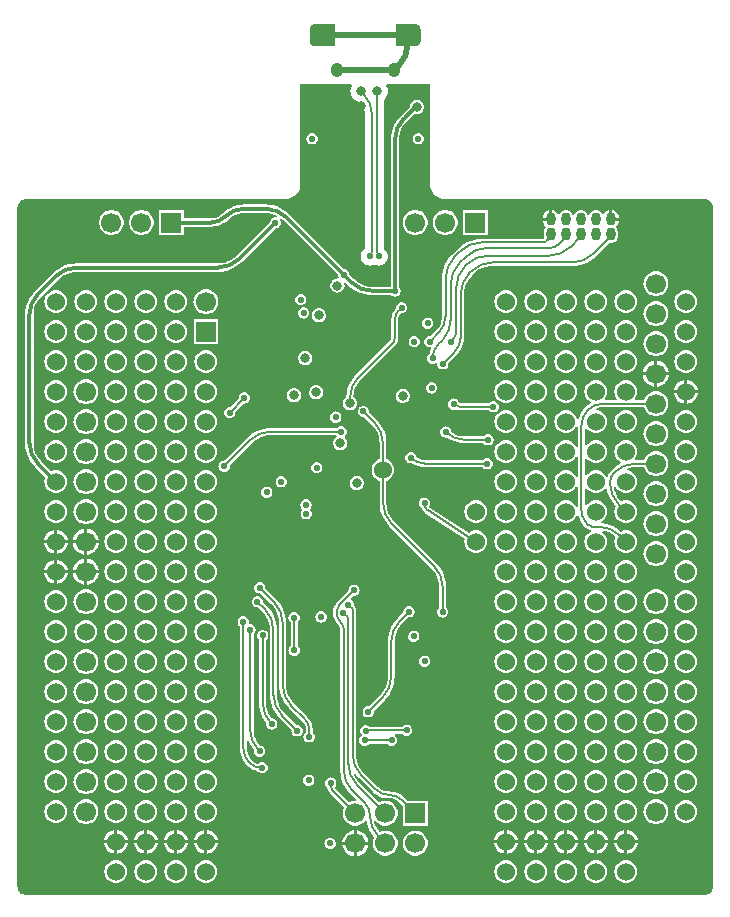
<source format=gbl>
%FSLAX43Y43*%
%MOMM*%
G71*
G01*
G75*
G04 Layer_Physical_Order=4*
G04 Layer_Color=16711680*
%ADD10C,0.175*%
%ADD11C,0.200*%
%ADD12C,0.300*%
%ADD13C,0.175*%
%ADD14C,0.200*%
%ADD15C,0.300*%
%ADD16C,0.180*%
%ADD17C,0.400*%
%ADD18R,1.150X1.400*%
%ADD19R,1.000X0.950*%
%ADD20C,0.400*%
%ADD21R,0.400X1.350*%
%ADD22R,1.000X2.250*%
%ADD23R,0.300X0.850*%
%ADD24R,0.850X0.300*%
%ADD25R,5.200X5.200*%
%ADD26O,0.650X0.250*%
%ADD27O,0.250X0.650*%
%ADD28R,3.300X3.300*%
%ADD29R,1.050X0.650*%
%ADD30R,1.300X0.600*%
%ADD31R,1.200X1.200*%
%ADD32R,1.200X1.350*%
%ADD33R,0.800X0.650*%
%ADD34R,0.500X0.600*%
%ADD35R,0.950X1.000*%
%ADD36R,0.600X0.900*%
%ADD37R,0.650X0.800*%
%ADD38R,0.900X0.600*%
%ADD39C,0.150*%
%ADD40C,0.500*%
%ADD41R,0.900X0.300*%
%ADD42R,1.800X1.900*%
G04:AMPARAMS|DCode=43|XSize=1.05mm|YSize=1.25mm|CornerRadius=0.525mm|HoleSize=0mm|Usage=FLASHONLY|Rotation=180.000|XOffset=0mm|YOffset=0mm|HoleType=Round|Shape=RoundedRectangle|*
%AMROUNDEDRECTD43*
21,1,1.050,0.200,0,0,180.0*
21,1,0.000,1.250,0,0,180.0*
1,1,1.050,0.000,0.100*
1,1,1.050,0.000,0.100*
1,1,1.050,0.000,-0.100*
1,1,1.050,0.000,-0.100*
%
%ADD43ROUNDEDRECTD43*%
G04:AMPARAMS|DCode=44|XSize=2.1mm|YSize=1.9mm|CornerRadius=0.494mm|HoleSize=0mm|Usage=FLASHONLY|Rotation=180.000|XOffset=0mm|YOffset=0mm|HoleType=Round|Shape=RoundedRectangle|*
%AMROUNDEDRECTD44*
21,1,2.100,0.912,0,0,180.0*
21,1,1.112,1.900,0,0,180.0*
1,1,0.988,-0.556,0.456*
1,1,0.988,0.556,0.456*
1,1,0.988,0.556,-0.456*
1,1,0.988,-0.556,-0.456*
%
%ADD44ROUNDEDRECTD44*%
%ADD45R,1.700X1.700*%
%ADD46C,1.700*%
%ADD47R,1.700X1.700*%
%ADD48O,0.800X1.100*%
%ADD49C,1.524*%
%ADD50C,3.600*%
%ADD51C,0.550*%
%ADD52C,1.016*%
%ADD53O,1.250X1.450*%
%ADD54O,1.425X2.100*%
%ADD55C,1.600*%
G04:AMPARAMS|DCode=56|XSize=2.524mm|YSize=2.524mm|CornerRadius=0mm|HoleSize=0mm|Usage=FLASHONLY|Rotation=0.000|XOffset=0mm|YOffset=0mm|HoleType=Round|Shape=Relief|Width=0.254mm|Gap=0.254mm|Entries=4|*
%AMTHD56*
7,0,0,2.524,2.016,0.254,45*
%
%ADD56THD56*%
%ADD57C,1.250*%
G04:AMPARAMS|DCode=58|XSize=2.174mm|YSize=2.174mm|CornerRadius=0mm|HoleSize=0mm|Usage=FLASHONLY|Rotation=0.000|XOffset=0mm|YOffset=0mm|HoleType=Round|Shape=Relief|Width=0.254mm|Gap=0.254mm|Entries=4|*
%AMTHD58*
7,0,0,2.174,1.666,0.254,45*
%
%ADD58THD58*%
%ADD59C,0.850*%
%ADD60C,3.300*%
%ADD61C,0.800*%
G36*
X35495Y60750D02*
X35497Y60741D01*
X35512Y60554D01*
X35557Y60363D01*
X35633Y60181D01*
X35736Y60013D01*
X35863Y59863D01*
X36013Y59736D01*
X36181Y59633D01*
X36363Y59557D01*
X36554Y59512D01*
X36741Y59497D01*
X36750Y59495D01*
X58700D01*
X58712Y59497D01*
X58846Y59484D01*
X58986Y59442D01*
X59116Y59372D01*
X59229Y59279D01*
X59322Y59166D01*
X59392Y59036D01*
X59434Y58896D01*
X59447Y58762D01*
X59445Y58750D01*
Y1300D01*
X59447Y1288D01*
X59434Y1154D01*
X59392Y1014D01*
X59322Y884D01*
X59229Y771D01*
X59116Y678D01*
X58986Y608D01*
X58846Y566D01*
X58712Y553D01*
X58700Y555D01*
X1300D01*
X1288Y553D01*
X1154Y566D01*
X1014Y608D01*
X884Y678D01*
X771Y771D01*
X678Y884D01*
X608Y1014D01*
X566Y1154D01*
X553Y1288D01*
X555Y1300D01*
Y58750D01*
X553Y58762D01*
X566Y58896D01*
X608Y59036D01*
X678Y59166D01*
X771Y59279D01*
X884Y59372D01*
X1014Y59442D01*
X1154Y59484D01*
X1288Y59497D01*
X1300Y59495D01*
X23250D01*
X23259Y59497D01*
X23446Y59512D01*
X23637Y59557D01*
X23819Y59633D01*
X23987Y59736D01*
X24137Y59863D01*
X24264Y60013D01*
X24367Y60181D01*
X24442Y60363D01*
X24488Y60554D01*
X24503Y60741D01*
X24505Y60750D01*
Y69199D01*
X28826D01*
X28891Y69090D01*
X28814Y68946D01*
X28763Y68776D01*
X28746Y68600D01*
X28763Y68424D01*
X28814Y68254D01*
X28898Y68098D01*
X29011Y67961D01*
X29148Y67848D01*
X29304Y67764D01*
X29474Y67713D01*
X29650Y67696D01*
X29660Y67697D01*
X29733Y67587D01*
X29846Y67359D01*
X29928Y67117D01*
X29978Y66867D01*
X29993Y66625D01*
X29992Y66613D01*
Y55296D01*
X29967Y55283D01*
X29849Y55186D01*
X29753Y55068D01*
X29681Y54933D01*
X29636Y54787D01*
X29621Y54635D01*
X29636Y54483D01*
X29681Y54337D01*
X29753Y54203D01*
X29849Y54085D01*
X29967Y53988D01*
X30102Y53916D01*
X30248Y53872D01*
X30400Y53857D01*
X30552Y53872D01*
X30698Y53916D01*
X30775Y53957D01*
X30852Y53916D01*
X30998Y53872D01*
X31150Y53857D01*
X31302Y53872D01*
X31448Y53916D01*
X31583Y53988D01*
X31701Y54085D01*
X31798Y54203D01*
X31869Y54337D01*
X31914Y54483D01*
X31929Y54635D01*
X31914Y54787D01*
X31869Y54933D01*
X31798Y55068D01*
X31701Y55186D01*
X31583Y55283D01*
X31558Y55296D01*
Y67894D01*
X31639Y67961D01*
X31752Y68098D01*
X31836Y68254D01*
X31887Y68424D01*
X31904Y68600D01*
X31887Y68776D01*
X31836Y68946D01*
X31759Y69090D01*
X31824Y69199D01*
X35495D01*
Y60750D01*
D02*
G37*
G36*
X27400Y72425D02*
X25800D01*
X25752Y72429D01*
X25699Y72436D01*
X25646Y72451D01*
X25603Y72467D01*
X25561Y72487D01*
X25517Y72515D01*
X25479Y72544D01*
X25440Y72578D01*
X25411Y72614D01*
X25383Y72651D01*
X25359Y72692D01*
X25339Y72734D01*
X25323Y72776D01*
X25311Y72827D01*
X25304Y72872D01*
X25300Y72925D01*
Y73825D01*
X25304Y73880D01*
X25312Y73925D01*
X25324Y73975D01*
X25340Y74015D01*
X25353Y74048D01*
X25378Y74091D01*
X25404Y74128D01*
X25435Y74166D01*
X25480Y74207D01*
X25520Y74237D01*
X25566Y74266D01*
X25619Y74290D01*
X25706Y74316D01*
X25800Y74325D01*
X27400D01*
Y72425D01*
D02*
G37*
G36*
X34248Y74321D02*
X34301Y74314D01*
X34354Y74299D01*
X34397Y74283D01*
X34439Y74263D01*
X34483Y74235D01*
X34521Y74206D01*
X34560Y74172D01*
X34589Y74136D01*
X34617Y74099D01*
X34641Y74058D01*
X34661Y74016D01*
X34677Y73974D01*
X34689Y73923D01*
X34696Y73878D01*
X34700Y73825D01*
Y72925D01*
X34696Y72870D01*
X34688Y72825D01*
X34676Y72775D01*
X34660Y72735D01*
X34647Y72702D01*
X34622Y72659D01*
X34596Y72622D01*
X34565Y72584D01*
X34520Y72543D01*
X34480Y72513D01*
X34434Y72484D01*
X34381Y72460D01*
X34294Y72434D01*
X34200Y72425D01*
X32600D01*
Y74325D01*
X34200D01*
X34248Y74321D01*
D02*
G37*
%LPC*%
G36*
X3810Y18747D02*
X3621Y18728D01*
X3440Y18673D01*
X3273Y18584D01*
X3126Y18464D01*
X3006Y18317D01*
X2917Y18150D01*
X2862Y17969D01*
X2843Y17780D01*
X2862Y17591D01*
X2917Y17410D01*
X3006Y17243D01*
X3126Y17096D01*
X3273Y16976D01*
X3440Y16887D01*
X3621Y16832D01*
X3810Y16813D01*
X3999Y16832D01*
X4180Y16887D01*
X4347Y16976D01*
X4494Y17096D01*
X4614Y17243D01*
X4703Y17410D01*
X4758Y17591D01*
X4777Y17780D01*
X4758Y17969D01*
X4703Y18150D01*
X4614Y18317D01*
X4494Y18464D01*
X4347Y18584D01*
X4180Y18673D01*
X3999Y18728D01*
X3810Y18747D01*
D02*
G37*
G36*
X54610Y18833D02*
X54445Y18820D01*
X54285Y18782D01*
X54132Y18718D01*
X53991Y18632D01*
X53865Y18525D01*
X53758Y18399D01*
X53672Y18258D01*
X53608Y18105D01*
X53570Y17945D01*
X53557Y17780D01*
X53570Y17615D01*
X53608Y17455D01*
X53672Y17302D01*
X53758Y17161D01*
X53865Y17035D01*
X53991Y16928D01*
X54132Y16842D01*
X54285Y16778D01*
X54445Y16740D01*
X54610Y16727D01*
X54775Y16740D01*
X54935Y16778D01*
X55088Y16842D01*
X55229Y16928D01*
X55355Y17035D01*
X55462Y17161D01*
X55548Y17302D01*
X55612Y17455D01*
X55650Y17615D01*
X55663Y17780D01*
X55650Y17945D01*
X55612Y18105D01*
X55548Y18258D01*
X55462Y18399D01*
X55355Y18525D01*
X55229Y18632D01*
X55088Y18718D01*
X54935Y18782D01*
X54775Y18820D01*
X54610Y18833D01*
D02*
G37*
G36*
X11430Y18747D02*
X11241Y18728D01*
X11060Y18673D01*
X10893Y18584D01*
X10746Y18464D01*
X10626Y18317D01*
X10537Y18150D01*
X10482Y17969D01*
X10463Y17780D01*
X10482Y17591D01*
X10537Y17410D01*
X10626Y17243D01*
X10746Y17096D01*
X10893Y16976D01*
X11060Y16887D01*
X11241Y16832D01*
X11430Y16813D01*
X11619Y16832D01*
X11800Y16887D01*
X11967Y16976D01*
X12114Y17096D01*
X12234Y17243D01*
X12323Y17410D01*
X12378Y17591D01*
X12397Y17780D01*
X12378Y17969D01*
X12323Y18150D01*
X12234Y18317D01*
X12114Y18464D01*
X11967Y18584D01*
X11800Y18673D01*
X11619Y18728D01*
X11430Y18747D01*
D02*
G37*
G36*
X8890D02*
X8701Y18728D01*
X8520Y18673D01*
X8353Y18584D01*
X8206Y18464D01*
X8086Y18317D01*
X7997Y18150D01*
X7942Y17969D01*
X7923Y17780D01*
X7942Y17591D01*
X7997Y17410D01*
X8086Y17243D01*
X8206Y17096D01*
X8353Y16976D01*
X8520Y16887D01*
X8701Y16832D01*
X8890Y16813D01*
X9079Y16832D01*
X9260Y16887D01*
X9427Y16976D01*
X9574Y17096D01*
X9694Y17243D01*
X9783Y17410D01*
X9838Y17591D01*
X9857Y17780D01*
X9838Y17969D01*
X9783Y18150D01*
X9694Y18317D01*
X9574Y18464D01*
X9427Y18584D01*
X9260Y18673D01*
X9079Y18728D01*
X8890Y18747D01*
D02*
G37*
G36*
X57150Y16207D02*
X56961Y16188D01*
X56780Y16133D01*
X56613Y16044D01*
X56466Y15924D01*
X56346Y15777D01*
X56257Y15610D01*
X56202Y15429D01*
X56183Y15240D01*
X56202Y15051D01*
X56257Y14870D01*
X56346Y14703D01*
X56466Y14556D01*
X56613Y14436D01*
X56780Y14347D01*
X56961Y14292D01*
X57150Y14273D01*
X57339Y14292D01*
X57520Y14347D01*
X57687Y14436D01*
X57834Y14556D01*
X57954Y14703D01*
X58043Y14870D01*
X58098Y15051D01*
X58117Y15240D01*
X58098Y15429D01*
X58043Y15610D01*
X57954Y15777D01*
X57834Y15924D01*
X57687Y16044D01*
X57520Y16133D01*
X57339Y16188D01*
X57150Y16207D01*
D02*
G37*
G36*
X52070D02*
X51881Y16188D01*
X51700Y16133D01*
X51533Y16044D01*
X51386Y15924D01*
X51266Y15777D01*
X51177Y15610D01*
X51122Y15429D01*
X51103Y15240D01*
X51122Y15051D01*
X51177Y14870D01*
X51266Y14703D01*
X51386Y14556D01*
X51533Y14436D01*
X51700Y14347D01*
X51881Y14292D01*
X52070Y14273D01*
X52259Y14292D01*
X52440Y14347D01*
X52607Y14436D01*
X52754Y14556D01*
X52874Y14703D01*
X52963Y14870D01*
X53018Y15051D01*
X53037Y15240D01*
X53018Y15429D01*
X52963Y15610D01*
X52874Y15777D01*
X52754Y15924D01*
X52607Y16044D01*
X52440Y16133D01*
X52259Y16188D01*
X52070Y16207D01*
D02*
G37*
G36*
X21311Y23015D02*
X21187Y22998D01*
X21071Y22951D01*
X20972Y22874D01*
X20896Y22775D01*
X20848Y22660D01*
X20831Y22536D01*
X20848Y22412D01*
X20896Y22296D01*
X20972Y22197D01*
X21021Y22159D01*
Y16867D01*
X21019D01*
X21036Y16549D01*
X21090Y16236D01*
X21178Y15931D01*
X21299Y15638D01*
X21453Y15360D01*
X21608Y15141D01*
X21596Y15050D01*
X21612Y14926D01*
X21660Y14810D01*
X21736Y14711D01*
X21835Y14635D01*
X21951Y14587D01*
X22075Y14571D01*
X22199Y14587D01*
X22315Y14635D01*
X22414Y14711D01*
X22490Y14810D01*
X22538Y14926D01*
X22554Y15050D01*
X22538Y15174D01*
X22490Y15290D01*
X22414Y15389D01*
X22315Y15465D01*
X22199Y15513D01*
X22075Y15529D01*
X22044Y15525D01*
X21900Y15740D01*
X21770Y16005D01*
X21675Y16284D01*
X21618Y16573D01*
X21599Y16855D01*
X21601Y16867D01*
Y22159D01*
X21649Y22197D01*
X21726Y22296D01*
X21773Y22412D01*
X21790Y22536D01*
X21773Y22660D01*
X21726Y22775D01*
X21649Y22874D01*
X21550Y22951D01*
X21435Y22998D01*
X21311Y23015D01*
D02*
G37*
G36*
X6350Y18833D02*
X6185Y18820D01*
X6025Y18782D01*
X5872Y18718D01*
X5731Y18632D01*
X5605Y18525D01*
X5498Y18399D01*
X5412Y18258D01*
X5348Y18105D01*
X5310Y17945D01*
X5297Y17780D01*
X5310Y17615D01*
X5348Y17455D01*
X5412Y17302D01*
X5498Y17161D01*
X5605Y17035D01*
X5731Y16928D01*
X5872Y16842D01*
X6025Y16778D01*
X6185Y16740D01*
X6350Y16727D01*
X6515Y16740D01*
X6675Y16778D01*
X6828Y16842D01*
X6969Y16928D01*
X7095Y17035D01*
X7202Y17161D01*
X7288Y17302D01*
X7352Y17455D01*
X7390Y17615D01*
X7403Y17780D01*
X7390Y17945D01*
X7352Y18105D01*
X7288Y18258D01*
X7202Y18399D01*
X7095Y18525D01*
X6969Y18632D01*
X6828Y18718D01*
X6675Y18782D01*
X6515Y18820D01*
X6350Y18833D01*
D02*
G37*
G36*
X33500Y14979D02*
X33376Y14963D01*
X33260Y14915D01*
X33161Y14839D01*
X33133Y14803D01*
X30372D01*
X30362Y14817D01*
X30262Y14893D01*
X30147Y14941D01*
X30023Y14957D01*
X29899Y14941D01*
X29783Y14893D01*
X29684Y14817D01*
X29608Y14718D01*
X29560Y14602D01*
X29544Y14478D01*
X29560Y14354D01*
X29608Y14238D01*
X29684Y14139D01*
D01*
X29684Y14139D01*
X29684D01*
X29672Y14034D01*
X29633Y14004D01*
X29557Y13905D01*
X29509Y13789D01*
X29493Y13665D01*
X29509Y13541D01*
X29557Y13426D01*
X29633Y13326D01*
X29732Y13250D01*
X29848Y13202D01*
X29972Y13186D01*
X30096Y13202D01*
X30212Y13250D01*
X30311Y13326D01*
X30357Y13386D01*
X31847D01*
X31885Y13338D01*
X31984Y13261D01*
X32100Y13214D01*
X32224Y13197D01*
X32348Y13214D01*
X32463Y13261D01*
X32562Y13338D01*
X32639Y13437D01*
X32686Y13552D01*
X32703Y13676D01*
X32686Y13800D01*
X32639Y13916D01*
X32562Y14015D01*
X32482Y14077D01*
X32522Y14197D01*
X33133D01*
X33161Y14161D01*
X33260Y14085D01*
X33376Y14037D01*
X33500Y14021D01*
X33624Y14037D01*
X33740Y14085D01*
X33839Y14161D01*
X33915Y14260D01*
X33963Y14376D01*
X33979Y14500D01*
X33963Y14624D01*
X33915Y14740D01*
X33839Y14839D01*
X33740Y14915D01*
X33624Y14963D01*
X33500Y14979D01*
D02*
G37*
G36*
X13970Y18747D02*
X13781Y18728D01*
X13600Y18673D01*
X13433Y18584D01*
X13286Y18464D01*
X13166Y18317D01*
X13077Y18150D01*
X13022Y17969D01*
X13003Y17780D01*
X13022Y17591D01*
X13077Y17410D01*
X13166Y17243D01*
X13286Y17096D01*
X13433Y16976D01*
X13600Y16887D01*
X13781Y16832D01*
X13970Y16813D01*
X14159Y16832D01*
X14340Y16887D01*
X14507Y16976D01*
X14654Y17096D01*
X14774Y17243D01*
X14863Y17410D01*
X14918Y17591D01*
X14937Y17780D01*
X14918Y17969D01*
X14863Y18150D01*
X14774Y18317D01*
X14654Y18464D01*
X14507Y18584D01*
X14340Y18673D01*
X14159Y18728D01*
X13970Y18747D01*
D02*
G37*
G36*
X57150D02*
X56961Y18728D01*
X56780Y18673D01*
X56613Y18584D01*
X56466Y18464D01*
X56346Y18317D01*
X56257Y18150D01*
X56202Y17969D01*
X56183Y17780D01*
X56202Y17591D01*
X56257Y17410D01*
X56346Y17243D01*
X56466Y17096D01*
X56613Y16976D01*
X56780Y16887D01*
X56961Y16832D01*
X57150Y16813D01*
X57339Y16832D01*
X57520Y16887D01*
X57687Y16976D01*
X57834Y17096D01*
X57954Y17243D01*
X58043Y17410D01*
X58098Y17591D01*
X58117Y17780D01*
X58098Y17969D01*
X58043Y18150D01*
X57954Y18317D01*
X57834Y18464D01*
X57687Y18584D01*
X57520Y18673D01*
X57339Y18728D01*
X57150Y18747D01*
D02*
G37*
G36*
X52070D02*
X51881Y18728D01*
X51700Y18673D01*
X51533Y18584D01*
X51386Y18464D01*
X51266Y18317D01*
X51177Y18150D01*
X51122Y17969D01*
X51103Y17780D01*
X51122Y17591D01*
X51177Y17410D01*
X51266Y17243D01*
X51386Y17096D01*
X51533Y16976D01*
X51700Y16887D01*
X51881Y16832D01*
X52070Y16813D01*
X52259Y16832D01*
X52440Y16887D01*
X52607Y16976D01*
X52754Y17096D01*
X52874Y17243D01*
X52963Y17410D01*
X53018Y17591D01*
X53037Y17780D01*
X53018Y17969D01*
X52963Y18150D01*
X52874Y18317D01*
X52754Y18464D01*
X52607Y18584D01*
X52440Y18673D01*
X52259Y18728D01*
X52070Y18747D01*
D02*
G37*
G36*
X6350Y21373D02*
X6185Y21360D01*
X6025Y21322D01*
X5872Y21258D01*
X5731Y21172D01*
X5605Y21065D01*
X5498Y20939D01*
X5412Y20798D01*
X5348Y20645D01*
X5310Y20485D01*
X5297Y20320D01*
X5310Y20155D01*
X5348Y19995D01*
X5412Y19842D01*
X5498Y19701D01*
X5605Y19575D01*
X5731Y19468D01*
X5872Y19382D01*
X6025Y19318D01*
X6185Y19280D01*
X6350Y19267D01*
X6515Y19280D01*
X6675Y19318D01*
X6828Y19382D01*
X6969Y19468D01*
X7095Y19575D01*
X7202Y19701D01*
X7288Y19842D01*
X7352Y19995D01*
X7390Y20155D01*
X7403Y20320D01*
X7390Y20485D01*
X7352Y20645D01*
X7288Y20798D01*
X7202Y20939D01*
X7095Y21065D01*
X6969Y21172D01*
X6828Y21258D01*
X6675Y21322D01*
X6515Y21360D01*
X6350Y21373D01*
D02*
G37*
G36*
X3810Y21287D02*
X3621Y21268D01*
X3440Y21213D01*
X3273Y21124D01*
X3126Y21004D01*
X3006Y20857D01*
X2917Y20690D01*
X2862Y20509D01*
X2843Y20320D01*
X2862Y20131D01*
X2917Y19950D01*
X3006Y19783D01*
X3126Y19636D01*
X3273Y19516D01*
X3440Y19427D01*
X3621Y19372D01*
X3810Y19353D01*
X3999Y19372D01*
X4180Y19427D01*
X4347Y19516D01*
X4494Y19636D01*
X4614Y19783D01*
X4703Y19950D01*
X4758Y20131D01*
X4777Y20320D01*
X4758Y20509D01*
X4703Y20690D01*
X4614Y20857D01*
X4494Y21004D01*
X4347Y21124D01*
X4180Y21213D01*
X3999Y21268D01*
X3810Y21287D01*
D02*
G37*
G36*
X54610Y21373D02*
X54445Y21360D01*
X54285Y21322D01*
X54132Y21258D01*
X53991Y21172D01*
X53865Y21065D01*
X53758Y20939D01*
X53672Y20798D01*
X53608Y20645D01*
X53570Y20485D01*
X53557Y20320D01*
X53570Y20155D01*
X53608Y19995D01*
X53672Y19842D01*
X53758Y19701D01*
X53865Y19575D01*
X53991Y19468D01*
X54132Y19382D01*
X54285Y19318D01*
X54445Y19280D01*
X54610Y19267D01*
X54775Y19280D01*
X54935Y19318D01*
X55088Y19382D01*
X55229Y19468D01*
X55355Y19575D01*
X55462Y19701D01*
X55548Y19842D01*
X55612Y19995D01*
X55650Y20155D01*
X55663Y20320D01*
X55650Y20485D01*
X55612Y20645D01*
X55548Y20798D01*
X55462Y20939D01*
X55355Y21065D01*
X55229Y21172D01*
X55088Y21258D01*
X54935Y21322D01*
X54775Y21360D01*
X54610Y21373D01*
D02*
G37*
G36*
X41910Y18747D02*
X41721Y18728D01*
X41540Y18673D01*
X41373Y18584D01*
X41226Y18464D01*
X41106Y18317D01*
X41017Y18150D01*
X40962Y17969D01*
X40943Y17780D01*
X40962Y17591D01*
X41017Y17410D01*
X41106Y17243D01*
X41226Y17096D01*
X41373Y16976D01*
X41540Y16887D01*
X41721Y16832D01*
X41910Y16813D01*
X42099Y16832D01*
X42280Y16887D01*
X42447Y16976D01*
X42594Y17096D01*
X42714Y17243D01*
X42803Y17410D01*
X42858Y17591D01*
X42877Y17780D01*
X42858Y17969D01*
X42803Y18150D01*
X42714Y18317D01*
X42594Y18464D01*
X42447Y18584D01*
X42280Y18673D01*
X42099Y18728D01*
X41910Y18747D01*
D02*
G37*
G36*
X16510D02*
X16321Y18728D01*
X16140Y18673D01*
X15973Y18584D01*
X15826Y18464D01*
X15706Y18317D01*
X15617Y18150D01*
X15562Y17969D01*
X15543Y17780D01*
X15562Y17591D01*
X15617Y17410D01*
X15706Y17243D01*
X15826Y17096D01*
X15973Y16976D01*
X16140Y16887D01*
X16321Y16832D01*
X16510Y16813D01*
X16699Y16832D01*
X16880Y16887D01*
X17047Y16976D01*
X17194Y17096D01*
X17314Y17243D01*
X17403Y17410D01*
X17458Y17591D01*
X17477Y17780D01*
X17458Y17969D01*
X17403Y18150D01*
X17314Y18317D01*
X17194Y18464D01*
X17047Y18584D01*
X16880Y18673D01*
X16699Y18728D01*
X16510Y18747D01*
D02*
G37*
G36*
X44450D02*
X44261Y18728D01*
X44080Y18673D01*
X43913Y18584D01*
X43766Y18464D01*
X43646Y18317D01*
X43557Y18150D01*
X43502Y17969D01*
X43483Y17780D01*
X43502Y17591D01*
X43557Y17410D01*
X43646Y17243D01*
X43766Y17096D01*
X43913Y16976D01*
X44080Y16887D01*
X44261Y16832D01*
X44450Y16813D01*
X44639Y16832D01*
X44820Y16887D01*
X44987Y16976D01*
X45134Y17096D01*
X45254Y17243D01*
X45343Y17410D01*
X45398Y17591D01*
X45417Y17780D01*
X45398Y17969D01*
X45343Y18150D01*
X45254Y18317D01*
X45134Y18464D01*
X44987Y18584D01*
X44820Y18673D01*
X44639Y18728D01*
X44450Y18747D01*
D02*
G37*
G36*
X49530D02*
X49341Y18728D01*
X49160Y18673D01*
X48993Y18584D01*
X48846Y18464D01*
X48726Y18317D01*
X48637Y18150D01*
X48582Y17969D01*
X48563Y17780D01*
X48582Y17591D01*
X48637Y17410D01*
X48726Y17243D01*
X48846Y17096D01*
X48993Y16976D01*
X49160Y16887D01*
X49341Y16832D01*
X49530Y16813D01*
X49719Y16832D01*
X49900Y16887D01*
X50067Y16976D01*
X50214Y17096D01*
X50334Y17243D01*
X50423Y17410D01*
X50478Y17591D01*
X50497Y17780D01*
X50478Y17969D01*
X50423Y18150D01*
X50334Y18317D01*
X50214Y18464D01*
X50067Y18584D01*
X49900Y18673D01*
X49719Y18728D01*
X49530Y18747D01*
D02*
G37*
G36*
X46990D02*
X46801Y18728D01*
X46620Y18673D01*
X46453Y18584D01*
X46306Y18464D01*
X46186Y18317D01*
X46097Y18150D01*
X46042Y17969D01*
X46023Y17780D01*
X46042Y17591D01*
X46097Y17410D01*
X46186Y17243D01*
X46306Y17096D01*
X46453Y16976D01*
X46620Y16887D01*
X46801Y16832D01*
X46990Y16813D01*
X47179Y16832D01*
X47360Y16887D01*
X47527Y16976D01*
X47674Y17096D01*
X47794Y17243D01*
X47883Y17410D01*
X47938Y17591D01*
X47957Y17780D01*
X47938Y17969D01*
X47883Y18150D01*
X47794Y18317D01*
X47674Y18464D01*
X47527Y18584D01*
X47360Y18673D01*
X47179Y18728D01*
X46990Y18747D01*
D02*
G37*
G36*
X49530Y16207D02*
X49341Y16188D01*
X49160Y16133D01*
X48993Y16044D01*
X48846Y15924D01*
X48726Y15777D01*
X48637Y15610D01*
X48582Y15429D01*
X48563Y15240D01*
X48582Y15051D01*
X48637Y14870D01*
X48726Y14703D01*
X48846Y14556D01*
X48993Y14436D01*
X49160Y14347D01*
X49341Y14292D01*
X49530Y14273D01*
X49719Y14292D01*
X49900Y14347D01*
X50067Y14436D01*
X50214Y14556D01*
X50334Y14703D01*
X50423Y14870D01*
X50478Y15051D01*
X50497Y15240D01*
X50478Y15429D01*
X50423Y15610D01*
X50334Y15777D01*
X50214Y15924D01*
X50067Y16044D01*
X49900Y16133D01*
X49719Y16188D01*
X49530Y16207D01*
D02*
G37*
G36*
X57150Y13667D02*
X56961Y13648D01*
X56780Y13593D01*
X56613Y13504D01*
X56466Y13384D01*
X56346Y13237D01*
X56257Y13070D01*
X56202Y12889D01*
X56183Y12700D01*
X56202Y12511D01*
X56257Y12330D01*
X56346Y12163D01*
X56466Y12016D01*
X56613Y11896D01*
X56780Y11807D01*
X56961Y11752D01*
X57150Y11733D01*
X57339Y11752D01*
X57520Y11807D01*
X57687Y11896D01*
X57834Y12016D01*
X57954Y12163D01*
X58043Y12330D01*
X58098Y12511D01*
X58117Y12700D01*
X58098Y12889D01*
X58043Y13070D01*
X57954Y13237D01*
X57834Y13384D01*
X57687Y13504D01*
X57520Y13593D01*
X57339Y13648D01*
X57150Y13667D01*
D02*
G37*
G36*
X52070D02*
X51881Y13648D01*
X51700Y13593D01*
X51533Y13504D01*
X51386Y13384D01*
X51266Y13237D01*
X51177Y13070D01*
X51122Y12889D01*
X51103Y12700D01*
X51122Y12511D01*
X51177Y12330D01*
X51266Y12163D01*
X51386Y12016D01*
X51533Y11896D01*
X51700Y11807D01*
X51881Y11752D01*
X52070Y11733D01*
X52259Y11752D01*
X52440Y11807D01*
X52607Y11896D01*
X52754Y12016D01*
X52874Y12163D01*
X52963Y12330D01*
X53018Y12511D01*
X53037Y12700D01*
X53018Y12889D01*
X52963Y13070D01*
X52874Y13237D01*
X52754Y13384D01*
X52607Y13504D01*
X52440Y13593D01*
X52259Y13648D01*
X52070Y13667D01*
D02*
G37*
G36*
X19675Y24169D02*
X19551Y24152D01*
X19435Y24105D01*
X19336Y24028D01*
X19260Y23929D01*
X19212Y23814D01*
X19196Y23690D01*
X19212Y23566D01*
X19260Y23450D01*
X19336Y23351D01*
X19385Y23313D01*
Y13017D01*
X19383D01*
X19401Y12745D01*
X19454Y12478D01*
X19542Y12220D01*
X19662Y11975D01*
X19814Y11749D01*
X19994Y11544D01*
X19994Y11544D01*
X20157Y11401D01*
X20337Y11281D01*
X20532Y11185D01*
X20737Y11115D01*
X20878Y11087D01*
X20936Y11011D01*
X21035Y10935D01*
X21151Y10887D01*
X21275Y10871D01*
X21399Y10887D01*
X21515Y10935D01*
X21614Y11011D01*
X21690Y11110D01*
X21738Y11226D01*
X21754Y11350D01*
X21738Y11474D01*
X21690Y11590D01*
X21614Y11689D01*
X21515Y11765D01*
X21399Y11813D01*
X21275Y11829D01*
X21151Y11813D01*
X21035Y11765D01*
X20936Y11689D01*
X20922Y11670D01*
X20833Y11692D01*
X20677Y11757D01*
X20533Y11845D01*
X20407Y11952D01*
X20405Y11955D01*
X20397Y11961D01*
X20250Y12133D01*
X20127Y12334D01*
X20037Y12553D01*
X19981Y12782D01*
X19964Y13007D01*
X19965Y13017D01*
Y13680D01*
X20091Y13697D01*
X20099Y13669D01*
X20221Y13374D01*
X20375Y13095D01*
X20560Y12835D01*
X20579Y12813D01*
X20571Y12750D01*
X20587Y12626D01*
X20635Y12510D01*
X20711Y12411D01*
X20810Y12335D01*
X20926Y12287D01*
X21050Y12271D01*
X21174Y12287D01*
X21290Y12335D01*
X21389Y12411D01*
X21465Y12510D01*
X21513Y12626D01*
X21529Y12750D01*
X21513Y12874D01*
X21465Y12990D01*
X21389Y13089D01*
X21290Y13165D01*
X21174Y13213D01*
X21050Y13229D01*
X21024Y13226D01*
X21007Y13245D01*
X20844Y13488D01*
X20715Y13751D01*
X20620Y14029D01*
X20563Y14316D01*
X20545Y14596D01*
X20546Y14608D01*
Y22671D01*
X20583Y22699D01*
X20659Y22798D01*
X20707Y22914D01*
X20723Y23038D01*
X20707Y23162D01*
X20659Y23277D01*
X20583Y23377D01*
X20483Y23453D01*
X20368Y23501D01*
X20244Y23517D01*
X20233Y23515D01*
X20143Y23605D01*
X20154Y23690D01*
X20138Y23814D01*
X20090Y23929D01*
X20014Y24028D01*
X19915Y24105D01*
X19799Y24152D01*
X19675Y24169D01*
D02*
G37*
G36*
X20875Y25879D02*
X20751Y25863D01*
X20635Y25815D01*
X20536Y25739D01*
X20460Y25640D01*
X20412Y25524D01*
X20396Y25400D01*
X20412Y25276D01*
X20460Y25160D01*
X20536Y25061D01*
X20635Y24985D01*
X20751Y24937D01*
X20875Y24921D01*
X20936Y24929D01*
X21276Y24589D01*
X21276Y24589D01*
D01*
X21276D01*
X21285Y24582D01*
X21472Y24369D01*
X21636Y24124D01*
X21766Y23860D01*
X21861Y23581D01*
X21918Y23292D01*
X21937Y23010D01*
X21935Y22998D01*
Y17537D01*
X21933D01*
X21951Y17220D01*
X22004Y16907D01*
X22092Y16602D01*
X22213Y16309D01*
X22367Y16031D01*
X22551Y15772D01*
X22763Y15535D01*
X22764Y15536D01*
X23764Y14536D01*
X23756Y14475D01*
X23773Y14351D01*
X23820Y14235D01*
X23897Y14136D01*
X23996Y14060D01*
X24111Y14012D01*
X24235Y13996D01*
X24359Y14012D01*
X24475Y14060D01*
X24574Y14136D01*
X24650Y14235D01*
X24698Y14351D01*
X24714Y14475D01*
X24698Y14599D01*
X24650Y14715D01*
X24574Y14814D01*
X24475Y14890D01*
X24359Y14938D01*
X24235Y14954D01*
X24174Y14946D01*
X23174Y15946D01*
X23165Y15954D01*
X22978Y16166D01*
X22814Y16411D01*
X22684Y16676D01*
X22589Y16955D01*
X22532Y17243D01*
X22513Y17526D01*
X22515Y17537D01*
Y22998D01*
X22517D01*
X22499Y23315D01*
X22446Y23628D01*
X22358Y23933D01*
X22236Y24227D01*
X22083Y24505D01*
X21899Y24764D01*
X21688Y25000D01*
X21688Y25000D01*
X21686Y24999D01*
X21346Y25339D01*
X21354Y25400D01*
X21338Y25524D01*
X21290Y25640D01*
X21214Y25739D01*
X21115Y25815D01*
X20999Y25863D01*
X20875Y25879D01*
D02*
G37*
G36*
X21071Y27058D02*
X20947Y27042D01*
X20831Y26994D01*
X20732Y26918D01*
X20656Y26819D01*
X20608Y26703D01*
X20592Y26579D01*
X20608Y26455D01*
X20656Y26340D01*
X20732Y26241D01*
X20831Y26164D01*
X20947Y26117D01*
X21071Y26100D01*
X21132Y26108D01*
X22063Y25177D01*
X22063Y25177D01*
X22063Y25177D01*
X22073Y25169D01*
X22259Y24957D01*
X22423Y24712D01*
X22553Y24447D01*
X22648Y24168D01*
X22705Y23879D01*
X22724Y23597D01*
X22722Y23586D01*
Y18375D01*
X22720D01*
X22738Y18058D01*
X22791Y17745D01*
X22879Y17440D01*
X23001Y17146D01*
X23155Y16868D01*
X23338Y16609D01*
X23550Y16372D01*
X23551Y16374D01*
X24687Y15238D01*
X24687Y15238D01*
D01*
X24687D01*
X24694Y15233D01*
X24805Y15098D01*
X24891Y14936D01*
X24944Y14761D01*
X24961Y14588D01*
X24960Y14579D01*
Y14339D01*
X24911Y14301D01*
X24835Y14202D01*
X24787Y14087D01*
X24771Y13962D01*
X24787Y13839D01*
X24835Y13723D01*
X24911Y13624D01*
X25010Y13548D01*
X25126Y13500D01*
X25250Y13483D01*
X25374Y13500D01*
X25490Y13548D01*
X25589Y13624D01*
X25665Y13723D01*
X25713Y13839D01*
X25729Y13962D01*
X25713Y14087D01*
X25665Y14202D01*
X25589Y14301D01*
X25540Y14339D01*
Y14579D01*
X25542D01*
X25524Y14816D01*
X25468Y15047D01*
X25377Y15266D01*
X25253Y15469D01*
X25099Y15650D01*
X25099Y15650D01*
X25097Y15648D01*
X23961Y16784D01*
X23952Y16791D01*
X23766Y17004D01*
X23602Y17249D01*
X23472Y17513D01*
X23377Y17792D01*
X23319Y18081D01*
X23301Y18363D01*
X23302Y18375D01*
Y23586D01*
X23304D01*
X23287Y23903D01*
X23233Y24216D01*
X23145Y24521D01*
X23024Y24814D01*
X22870Y25092D01*
X22687Y25351D01*
X22475Y25588D01*
X22475Y25588D01*
X22473Y25587D01*
X21542Y26518D01*
X21550Y26579D01*
X21533Y26703D01*
X21486Y26819D01*
X21409Y26918D01*
X21310Y26994D01*
X21195Y27042D01*
X21071Y27058D01*
D02*
G37*
G36*
X41910Y13667D02*
X41721Y13648D01*
X41540Y13593D01*
X41373Y13504D01*
X41226Y13384D01*
X41106Y13237D01*
X41017Y13070D01*
X40962Y12889D01*
X40943Y12700D01*
X40962Y12511D01*
X41017Y12330D01*
X41106Y12163D01*
X41226Y12016D01*
X41373Y11896D01*
X41540Y11807D01*
X41721Y11752D01*
X41910Y11733D01*
X42099Y11752D01*
X42280Y11807D01*
X42447Y11896D01*
X42594Y12016D01*
X42714Y12163D01*
X42803Y12330D01*
X42858Y12511D01*
X42877Y12700D01*
X42858Y12889D01*
X42803Y13070D01*
X42714Y13237D01*
X42594Y13384D01*
X42447Y13504D01*
X42280Y13593D01*
X42099Y13648D01*
X41910Y13667D01*
D02*
G37*
G36*
X16510D02*
X16321Y13648D01*
X16140Y13593D01*
X15973Y13504D01*
X15826Y13384D01*
X15706Y13237D01*
X15617Y13070D01*
X15562Y12889D01*
X15543Y12700D01*
X15562Y12511D01*
X15617Y12330D01*
X15706Y12163D01*
X15826Y12016D01*
X15973Y11896D01*
X16140Y11807D01*
X16321Y11752D01*
X16510Y11733D01*
X16699Y11752D01*
X16880Y11807D01*
X17047Y11896D01*
X17194Y12016D01*
X17314Y12163D01*
X17403Y12330D01*
X17458Y12511D01*
X17477Y12700D01*
X17458Y12889D01*
X17403Y13070D01*
X17314Y13237D01*
X17194Y13384D01*
X17047Y13504D01*
X16880Y13593D01*
X16699Y13648D01*
X16510Y13667D01*
D02*
G37*
G36*
X44450D02*
X44261Y13648D01*
X44080Y13593D01*
X43913Y13504D01*
X43766Y13384D01*
X43646Y13237D01*
X43557Y13070D01*
X43502Y12889D01*
X43483Y12700D01*
X43502Y12511D01*
X43557Y12330D01*
X43646Y12163D01*
X43766Y12016D01*
X43913Y11896D01*
X44080Y11807D01*
X44261Y11752D01*
X44450Y11733D01*
X44639Y11752D01*
X44820Y11807D01*
X44987Y11896D01*
X45134Y12016D01*
X45254Y12163D01*
X45343Y12330D01*
X45398Y12511D01*
X45417Y12700D01*
X45398Y12889D01*
X45343Y13070D01*
X45254Y13237D01*
X45134Y13384D01*
X44987Y13504D01*
X44820Y13593D01*
X44639Y13648D01*
X44450Y13667D01*
D02*
G37*
G36*
X49530D02*
X49341Y13648D01*
X49160Y13593D01*
X48993Y13504D01*
X48846Y13384D01*
X48726Y13237D01*
X48637Y13070D01*
X48582Y12889D01*
X48563Y12700D01*
X48582Y12511D01*
X48637Y12330D01*
X48726Y12163D01*
X48846Y12016D01*
X48993Y11896D01*
X49160Y11807D01*
X49341Y11752D01*
X49530Y11733D01*
X49719Y11752D01*
X49900Y11807D01*
X50067Y11896D01*
X50214Y12016D01*
X50334Y12163D01*
X50423Y12330D01*
X50478Y12511D01*
X50497Y12700D01*
X50478Y12889D01*
X50423Y13070D01*
X50334Y13237D01*
X50214Y13384D01*
X50067Y13504D01*
X49900Y13593D01*
X49719Y13648D01*
X49530Y13667D01*
D02*
G37*
G36*
X46990D02*
X46801Y13648D01*
X46620Y13593D01*
X46453Y13504D01*
X46306Y13384D01*
X46186Y13237D01*
X46097Y13070D01*
X46042Y12889D01*
X46023Y12700D01*
X46042Y12511D01*
X46097Y12330D01*
X46186Y12163D01*
X46306Y12016D01*
X46453Y11896D01*
X46620Y11807D01*
X46801Y11752D01*
X46990Y11733D01*
X47179Y11752D01*
X47360Y11807D01*
X47527Y11896D01*
X47674Y12016D01*
X47794Y12163D01*
X47883Y12330D01*
X47938Y12511D01*
X47957Y12700D01*
X47938Y12889D01*
X47883Y13070D01*
X47794Y13237D01*
X47674Y13384D01*
X47527Y13504D01*
X47360Y13593D01*
X47179Y13648D01*
X46990Y13667D01*
D02*
G37*
G36*
X16510Y16207D02*
X16321Y16188D01*
X16140Y16133D01*
X15973Y16044D01*
X15826Y15924D01*
X15706Y15777D01*
X15617Y15610D01*
X15562Y15429D01*
X15543Y15240D01*
X15562Y15051D01*
X15617Y14870D01*
X15706Y14703D01*
X15826Y14556D01*
X15973Y14436D01*
X16140Y14347D01*
X16321Y14292D01*
X16510Y14273D01*
X16699Y14292D01*
X16880Y14347D01*
X17047Y14436D01*
X17194Y14556D01*
X17314Y14703D01*
X17403Y14870D01*
X17458Y15051D01*
X17477Y15240D01*
X17458Y15429D01*
X17403Y15610D01*
X17314Y15777D01*
X17194Y15924D01*
X17047Y16044D01*
X16880Y16133D01*
X16699Y16188D01*
X16510Y16207D01*
D02*
G37*
G36*
X13970D02*
X13781Y16188D01*
X13600Y16133D01*
X13433Y16044D01*
X13286Y15924D01*
X13166Y15777D01*
X13077Y15610D01*
X13022Y15429D01*
X13003Y15240D01*
X13022Y15051D01*
X13077Y14870D01*
X13166Y14703D01*
X13286Y14556D01*
X13433Y14436D01*
X13600Y14347D01*
X13781Y14292D01*
X13970Y14273D01*
X14159Y14292D01*
X14340Y14347D01*
X14507Y14436D01*
X14654Y14556D01*
X14774Y14703D01*
X14863Y14870D01*
X14918Y15051D01*
X14937Y15240D01*
X14918Y15429D01*
X14863Y15610D01*
X14774Y15777D01*
X14654Y15924D01*
X14507Y16044D01*
X14340Y16133D01*
X14159Y16188D01*
X13970Y16207D01*
D02*
G37*
G36*
X41910D02*
X41721Y16188D01*
X41540Y16133D01*
X41373Y16044D01*
X41226Y15924D01*
X41106Y15777D01*
X41017Y15610D01*
X40962Y15429D01*
X40943Y15240D01*
X40962Y15051D01*
X41017Y14870D01*
X41106Y14703D01*
X41226Y14556D01*
X41373Y14436D01*
X41540Y14347D01*
X41721Y14292D01*
X41910Y14273D01*
X42099Y14292D01*
X42280Y14347D01*
X42447Y14436D01*
X42594Y14556D01*
X42714Y14703D01*
X42803Y14870D01*
X42858Y15051D01*
X42877Y15240D01*
X42858Y15429D01*
X42803Y15610D01*
X42714Y15777D01*
X42594Y15924D01*
X42447Y16044D01*
X42280Y16133D01*
X42099Y16188D01*
X41910Y16207D01*
D02*
G37*
G36*
X46990D02*
X46801Y16188D01*
X46620Y16133D01*
X46453Y16044D01*
X46306Y15924D01*
X46186Y15777D01*
X46097Y15610D01*
X46042Y15429D01*
X46023Y15240D01*
X46042Y15051D01*
X46097Y14870D01*
X46186Y14703D01*
X46306Y14556D01*
X46453Y14436D01*
X46620Y14347D01*
X46801Y14292D01*
X46990Y14273D01*
X47179Y14292D01*
X47360Y14347D01*
X47527Y14436D01*
X47674Y14556D01*
X47794Y14703D01*
X47883Y14870D01*
X47938Y15051D01*
X47957Y15240D01*
X47938Y15429D01*
X47883Y15610D01*
X47794Y15777D01*
X47674Y15924D01*
X47527Y16044D01*
X47360Y16133D01*
X47179Y16188D01*
X46990Y16207D01*
D02*
G37*
G36*
X44450D02*
X44261Y16188D01*
X44080Y16133D01*
X43913Y16044D01*
X43766Y15924D01*
X43646Y15777D01*
X43557Y15610D01*
X43502Y15429D01*
X43483Y15240D01*
X43502Y15051D01*
X43557Y14870D01*
X43646Y14703D01*
X43766Y14556D01*
X43913Y14436D01*
X44080Y14347D01*
X44261Y14292D01*
X44450Y14273D01*
X44639Y14292D01*
X44820Y14347D01*
X44987Y14436D01*
X45134Y14556D01*
X45254Y14703D01*
X45343Y14870D01*
X45398Y15051D01*
X45417Y15240D01*
X45398Y15429D01*
X45343Y15610D01*
X45254Y15777D01*
X45134Y15924D01*
X44987Y16044D01*
X44820Y16133D01*
X44639Y16188D01*
X44450Y16207D01*
D02*
G37*
G36*
X54610Y16293D02*
X54445Y16280D01*
X54285Y16242D01*
X54132Y16178D01*
X53991Y16092D01*
X53865Y15985D01*
X53758Y15859D01*
X53672Y15718D01*
X53608Y15565D01*
X53570Y15405D01*
X53557Y15240D01*
X53570Y15075D01*
X53608Y14915D01*
X53672Y14762D01*
X53758Y14621D01*
X53865Y14495D01*
X53991Y14388D01*
X54132Y14302D01*
X54285Y14238D01*
X54445Y14200D01*
X54610Y14187D01*
X54775Y14200D01*
X54935Y14238D01*
X55088Y14302D01*
X55229Y14388D01*
X55355Y14495D01*
X55462Y14621D01*
X55548Y14762D01*
X55612Y14915D01*
X55650Y15075D01*
X55663Y15240D01*
X55650Y15405D01*
X55612Y15565D01*
X55548Y15718D01*
X55462Y15859D01*
X55355Y15985D01*
X55229Y16092D01*
X55088Y16178D01*
X54935Y16242D01*
X54775Y16280D01*
X54610Y16293D01*
D02*
G37*
G36*
X6350D02*
X6185Y16280D01*
X6025Y16242D01*
X5872Y16178D01*
X5731Y16092D01*
X5605Y15985D01*
X5498Y15859D01*
X5412Y15718D01*
X5348Y15565D01*
X5310Y15405D01*
X5297Y15240D01*
X5310Y15075D01*
X5348Y14915D01*
X5412Y14762D01*
X5498Y14621D01*
X5605Y14495D01*
X5731Y14388D01*
X5872Y14302D01*
X6025Y14238D01*
X6185Y14200D01*
X6350Y14187D01*
X6515Y14200D01*
X6675Y14238D01*
X6828Y14302D01*
X6969Y14388D01*
X7095Y14495D01*
X7202Y14621D01*
X7288Y14762D01*
X7352Y14915D01*
X7390Y15075D01*
X7403Y15240D01*
X7390Y15405D01*
X7352Y15565D01*
X7288Y15718D01*
X7202Y15859D01*
X7095Y15985D01*
X6969Y16092D01*
X6828Y16178D01*
X6675Y16242D01*
X6515Y16280D01*
X6350Y16293D01*
D02*
G37*
G36*
X3810Y16207D02*
X3621Y16188D01*
X3440Y16133D01*
X3273Y16044D01*
X3126Y15924D01*
X3006Y15777D01*
X2917Y15610D01*
X2862Y15429D01*
X2843Y15240D01*
X2862Y15051D01*
X2917Y14870D01*
X3006Y14703D01*
X3126Y14556D01*
X3273Y14436D01*
X3440Y14347D01*
X3621Y14292D01*
X3810Y14273D01*
X3999Y14292D01*
X4180Y14347D01*
X4347Y14436D01*
X4494Y14556D01*
X4614Y14703D01*
X4703Y14870D01*
X4758Y15051D01*
X4777Y15240D01*
X4758Y15429D01*
X4703Y15610D01*
X4614Y15777D01*
X4494Y15924D01*
X4347Y16044D01*
X4180Y16133D01*
X3999Y16188D01*
X3810Y16207D01*
D02*
G37*
G36*
X11430D02*
X11241Y16188D01*
X11060Y16133D01*
X10893Y16044D01*
X10746Y15924D01*
X10626Y15777D01*
X10537Y15610D01*
X10482Y15429D01*
X10463Y15240D01*
X10482Y15051D01*
X10537Y14870D01*
X10626Y14703D01*
X10746Y14556D01*
X10893Y14436D01*
X11060Y14347D01*
X11241Y14292D01*
X11430Y14273D01*
X11619Y14292D01*
X11800Y14347D01*
X11967Y14436D01*
X12114Y14556D01*
X12234Y14703D01*
X12323Y14870D01*
X12378Y15051D01*
X12397Y15240D01*
X12378Y15429D01*
X12323Y15610D01*
X12234Y15777D01*
X12114Y15924D01*
X11967Y16044D01*
X11800Y16133D01*
X11619Y16188D01*
X11430Y16207D01*
D02*
G37*
G36*
X8890D02*
X8701Y16188D01*
X8520Y16133D01*
X8353Y16044D01*
X8206Y15924D01*
X8086Y15777D01*
X7997Y15610D01*
X7942Y15429D01*
X7923Y15240D01*
X7942Y15051D01*
X7997Y14870D01*
X8086Y14703D01*
X8206Y14556D01*
X8353Y14436D01*
X8520Y14347D01*
X8701Y14292D01*
X8890Y14273D01*
X9079Y14292D01*
X9260Y14347D01*
X9427Y14436D01*
X9574Y14556D01*
X9694Y14703D01*
X9783Y14870D01*
X9838Y15051D01*
X9857Y15240D01*
X9838Y15429D01*
X9783Y15610D01*
X9694Y15777D01*
X9574Y15924D01*
X9427Y16044D01*
X9260Y16133D01*
X9079Y16188D01*
X8890Y16207D01*
D02*
G37*
G36*
Y21287D02*
X8701Y21268D01*
X8520Y21213D01*
X8353Y21124D01*
X8206Y21004D01*
X8086Y20857D01*
X7997Y20690D01*
X7942Y20509D01*
X7923Y20320D01*
X7942Y20131D01*
X7997Y19950D01*
X8086Y19783D01*
X8206Y19636D01*
X8353Y19516D01*
X8520Y19427D01*
X8701Y19372D01*
X8890Y19353D01*
X9079Y19372D01*
X9260Y19427D01*
X9427Y19516D01*
X9574Y19636D01*
X9694Y19783D01*
X9783Y19950D01*
X9838Y20131D01*
X9857Y20320D01*
X9838Y20509D01*
X9783Y20690D01*
X9694Y20857D01*
X9574Y21004D01*
X9427Y21124D01*
X9260Y21213D01*
X9079Y21268D01*
X8890Y21287D01*
D02*
G37*
G36*
X33707Y25036D02*
X33583Y25020D01*
X33468Y24972D01*
X33369Y24896D01*
X33292Y24797D01*
X33245Y24681D01*
X33228Y24557D01*
X33236Y24496D01*
X32739Y23999D01*
X32737Y24000D01*
X32526Y23764D01*
X32342Y23505D01*
X32188Y23227D01*
X32067Y22933D01*
X31979Y22628D01*
X31926Y22315D01*
X31908Y21998D01*
X31910D01*
Y19077D01*
X31912Y19065D01*
X31893Y18783D01*
X31836Y18494D01*
X31741Y18215D01*
X31611Y17951D01*
X31447Y17706D01*
X31260Y17493D01*
X31251Y17486D01*
X31251Y17486D01*
X31251Y17486D01*
X30311Y16546D01*
X30250Y16554D01*
X30126Y16538D01*
X30010Y16490D01*
X29911Y16414D01*
X29835Y16315D01*
X29787Y16199D01*
X29771Y16075D01*
X29787Y15951D01*
X29835Y15835D01*
X29911Y15736D01*
X30010Y15660D01*
X30126Y15612D01*
X30250Y15596D01*
X30374Y15612D01*
X30490Y15660D01*
X30589Y15736D01*
X30665Y15835D01*
X30713Y15951D01*
X30729Y16075D01*
X30721Y16136D01*
X31661Y17076D01*
X31661D01*
X31663Y17075D01*
X31662Y17075D01*
X31874Y17311D01*
X32058Y17570D01*
X32211Y17848D01*
X32333Y18142D01*
X32421Y18447D01*
X32474Y18760D01*
X32492Y19077D01*
X32490D01*
Y21998D01*
X32488Y22010D01*
X32507Y22292D01*
X32564Y22581D01*
X32659Y22860D01*
X32789Y23124D01*
X32953Y23369D01*
X33140Y23582D01*
X33149Y23589D01*
X33646Y24086D01*
X33707Y24078D01*
X33831Y24095D01*
X33947Y24142D01*
X34046Y24219D01*
X34122Y24318D01*
X34170Y24433D01*
X34186Y24557D01*
X34170Y24681D01*
X34122Y24797D01*
X34046Y24896D01*
X33947Y24972D01*
X33831Y25020D01*
X33707Y25036D01*
D02*
G37*
G36*
X29850Y41979D02*
X29726Y41963D01*
X29610Y41915D01*
X29511Y41839D01*
X29435Y41740D01*
X29387Y41624D01*
X29371Y41500D01*
X29387Y41376D01*
X29435Y41260D01*
X29511Y41161D01*
X29610Y41085D01*
X29726Y41037D01*
X29850Y41021D01*
X29911Y41029D01*
X30551Y40389D01*
X30551Y40389D01*
X30551Y40389D01*
X30560Y40382D01*
X30747Y40169D01*
X30911Y39924D01*
X31041Y39660D01*
X31136Y39381D01*
X31193Y39092D01*
X31212Y38810D01*
X31210Y38798D01*
Y37467D01*
X31130Y37443D01*
X30963Y37354D01*
X30816Y37234D01*
X30696Y37087D01*
X30607Y36920D01*
X30552Y36739D01*
X30533Y36550D01*
X30552Y36361D01*
X30607Y36180D01*
X30696Y36013D01*
X30816Y35866D01*
X30963Y35746D01*
X31130Y35657D01*
X31210Y35633D01*
Y33802D01*
X31208D01*
X31226Y33485D01*
X31279Y33172D01*
X31367Y32867D01*
X31489Y32573D01*
X31642Y32295D01*
X31826Y32036D01*
X32038Y31800D01*
X32039Y31801D01*
X32084Y31756D01*
X32086Y31750D01*
X32134Y31688D01*
X35592Y28230D01*
X35602Y28223D01*
X35787Y28011D01*
X35950Y27768D01*
X36079Y27505D01*
X36173Y27228D01*
X36231Y26940D01*
X36249Y26660D01*
X36247Y26648D01*
Y24892D01*
X36211Y24864D01*
X36135Y24765D01*
X36087Y24649D01*
X36071Y24525D01*
X36087Y24401D01*
X36135Y24285D01*
X36211Y24186D01*
X36310Y24110D01*
X36426Y24062D01*
X36550Y24046D01*
X36674Y24062D01*
X36790Y24110D01*
X36889Y24186D01*
X36965Y24285D01*
X37013Y24401D01*
X37029Y24525D01*
X37013Y24649D01*
X36965Y24765D01*
X36889Y24864D01*
X36853Y24892D01*
Y26648D01*
X36854D01*
X36837Y26966D01*
X36783Y27281D01*
X36695Y27587D01*
X36573Y27882D01*
X36418Y28161D01*
X36234Y28421D01*
X36021Y28659D01*
X36020Y28658D01*
X32562Y32116D01*
X32500Y32164D01*
X32494Y32166D01*
X32449Y32211D01*
X32440Y32218D01*
X32253Y32431D01*
X32089Y32676D01*
X31959Y32940D01*
X31864Y33219D01*
X31807Y33508D01*
X31788Y33790D01*
X31790Y33802D01*
Y35633D01*
X31870Y35657D01*
X32037Y35746D01*
X32184Y35866D01*
X32304Y36013D01*
X32393Y36180D01*
X32448Y36361D01*
X32467Y36550D01*
X32448Y36739D01*
X32393Y36920D01*
X32304Y37087D01*
X32184Y37234D01*
X32037Y37354D01*
X31870Y37443D01*
X31790Y37467D01*
Y38798D01*
X31792D01*
X31774Y39115D01*
X31721Y39428D01*
X31633Y39733D01*
X31511Y40027D01*
X31358Y40305D01*
X31174Y40564D01*
X30962Y40800D01*
X30962Y40800D01*
X30961Y40799D01*
X30321Y41439D01*
X30329Y41500D01*
X30313Y41624D01*
X30265Y41740D01*
X30189Y41839D01*
X30090Y41915D01*
X29974Y41963D01*
X29850Y41979D01*
D02*
G37*
G36*
X6350Y26453D02*
X6185Y26440D01*
X6025Y26402D01*
X5872Y26338D01*
X5731Y26252D01*
X5605Y26145D01*
X5498Y26019D01*
X5412Y25878D01*
X5348Y25725D01*
X5310Y25565D01*
X5297Y25400D01*
X5310Y25235D01*
X5348Y25075D01*
X5412Y24922D01*
X5498Y24781D01*
X5605Y24655D01*
X5731Y24548D01*
X5872Y24462D01*
X6025Y24398D01*
X6185Y24360D01*
X6350Y24347D01*
X6515Y24360D01*
X6675Y24398D01*
X6828Y24462D01*
X6969Y24548D01*
X7095Y24655D01*
X7202Y24781D01*
X7288Y24922D01*
X7352Y25075D01*
X7390Y25235D01*
X7403Y25400D01*
X7390Y25565D01*
X7352Y25725D01*
X7288Y25878D01*
X7202Y26019D01*
X7095Y26145D01*
X6969Y26252D01*
X6828Y26338D01*
X6675Y26402D01*
X6515Y26440D01*
X6350Y26453D01*
D02*
G37*
G36*
X3810Y26367D02*
X3621Y26348D01*
X3440Y26293D01*
X3273Y26204D01*
X3126Y26084D01*
X3006Y25937D01*
X2917Y25770D01*
X2862Y25589D01*
X2843Y25400D01*
X2862Y25211D01*
X2917Y25030D01*
X3006Y24863D01*
X3126Y24716D01*
X3273Y24596D01*
X3440Y24507D01*
X3621Y24452D01*
X3810Y24433D01*
X3999Y24452D01*
X4180Y24507D01*
X4347Y24596D01*
X4494Y24716D01*
X4614Y24863D01*
X4703Y25030D01*
X4758Y25211D01*
X4777Y25400D01*
X4758Y25589D01*
X4703Y25770D01*
X4614Y25937D01*
X4494Y26084D01*
X4347Y26204D01*
X4180Y26293D01*
X3999Y26348D01*
X3810Y26367D01*
D02*
G37*
G36*
X54610Y26453D02*
X54445Y26440D01*
X54285Y26402D01*
X54132Y26338D01*
X53991Y26252D01*
X53865Y26145D01*
X53758Y26019D01*
X53672Y25878D01*
X53608Y25725D01*
X53570Y25565D01*
X53557Y25400D01*
X53570Y25235D01*
X53608Y25075D01*
X53672Y24922D01*
X53758Y24781D01*
X53865Y24655D01*
X53991Y24548D01*
X54132Y24462D01*
X54285Y24398D01*
X54445Y24360D01*
X54610Y24347D01*
X54775Y24360D01*
X54935Y24398D01*
X55088Y24462D01*
X55229Y24548D01*
X55355Y24655D01*
X55462Y24781D01*
X55548Y24922D01*
X55612Y25075D01*
X55650Y25235D01*
X55663Y25400D01*
X55650Y25565D01*
X55612Y25725D01*
X55548Y25878D01*
X55462Y26019D01*
X55355Y26145D01*
X55229Y26252D01*
X55088Y26338D01*
X54935Y26402D01*
X54775Y26440D01*
X54610Y26453D01*
D02*
G37*
G36*
X52070Y23827D02*
X51881Y23808D01*
X51700Y23753D01*
X51533Y23664D01*
X51386Y23544D01*
X51266Y23397D01*
X51177Y23230D01*
X51122Y23049D01*
X51103Y22860D01*
X51122Y22671D01*
X51177Y22490D01*
X51266Y22323D01*
X51386Y22176D01*
X51533Y22056D01*
X51700Y21967D01*
X51881Y21912D01*
X52070Y21893D01*
X52259Y21912D01*
X52440Y21967D01*
X52607Y22056D01*
X52754Y22176D01*
X52874Y22323D01*
X52963Y22490D01*
X53018Y22671D01*
X53037Y22860D01*
X53018Y23049D01*
X52963Y23230D01*
X52874Y23397D01*
X52754Y23544D01*
X52607Y23664D01*
X52440Y23753D01*
X52259Y23808D01*
X52070Y23827D01*
D02*
G37*
G36*
X49530D02*
X49341Y23808D01*
X49160Y23753D01*
X48993Y23664D01*
X48846Y23544D01*
X48726Y23397D01*
X48637Y23230D01*
X48582Y23049D01*
X48563Y22860D01*
X48582Y22671D01*
X48637Y22490D01*
X48726Y22323D01*
X48846Y22176D01*
X48993Y22056D01*
X49160Y21967D01*
X49341Y21912D01*
X49530Y21893D01*
X49719Y21912D01*
X49900Y21967D01*
X50067Y22056D01*
X50214Y22176D01*
X50334Y22323D01*
X50423Y22490D01*
X50478Y22671D01*
X50497Y22860D01*
X50478Y23049D01*
X50423Y23230D01*
X50334Y23397D01*
X50214Y23544D01*
X50067Y23664D01*
X49900Y23753D01*
X49719Y23808D01*
X49530Y23827D01*
D02*
G37*
G36*
X57150D02*
X56961Y23808D01*
X56780Y23753D01*
X56613Y23664D01*
X56466Y23544D01*
X56346Y23397D01*
X56257Y23230D01*
X56202Y23049D01*
X56183Y22860D01*
X56202Y22671D01*
X56257Y22490D01*
X56346Y22323D01*
X56466Y22176D01*
X56613Y22056D01*
X56780Y21967D01*
X56961Y21912D01*
X57150Y21893D01*
X57339Y21912D01*
X57520Y21967D01*
X57687Y22056D01*
X57834Y22176D01*
X57954Y22323D01*
X58043Y22490D01*
X58098Y22671D01*
X58117Y22860D01*
X58098Y23049D01*
X58043Y23230D01*
X57954Y23397D01*
X57834Y23544D01*
X57687Y23664D01*
X57520Y23753D01*
X57339Y23808D01*
X57150Y23827D01*
D02*
G37*
G36*
X26264Y24584D02*
X26140Y24567D01*
X26024Y24520D01*
X25925Y24443D01*
X25849Y24344D01*
X25801Y24229D01*
X25785Y24105D01*
X25801Y23981D01*
X25849Y23865D01*
X25925Y23766D01*
X26024Y23690D01*
X26140Y23642D01*
X26264Y23625D01*
X26388Y23642D01*
X26503Y23690D01*
X26602Y23766D01*
X26679Y23865D01*
X26726Y23981D01*
X26743Y24105D01*
X26726Y24229D01*
X26679Y24344D01*
X26602Y24443D01*
X26503Y24520D01*
X26388Y24567D01*
X26264Y24584D01*
D02*
G37*
G36*
X34098Y22943D02*
X33974Y22927D01*
X33858Y22879D01*
X33759Y22803D01*
X33683Y22703D01*
X33635Y22588D01*
X33619Y22464D01*
X33635Y22340D01*
X33683Y22224D01*
X33759Y22125D01*
X33858Y22049D01*
X33974Y22001D01*
X34098Y21985D01*
X34222Y22001D01*
X34338Y22049D01*
X34437Y22125D01*
X34513Y22224D01*
X34561Y22340D01*
X34577Y22464D01*
X34561Y22588D01*
X34513Y22703D01*
X34437Y22803D01*
X34338Y22879D01*
X34222Y22927D01*
X34098Y22943D01*
D02*
G37*
G36*
X46990Y26367D02*
X46801Y26348D01*
X46620Y26293D01*
X46453Y26204D01*
X46306Y26084D01*
X46186Y25937D01*
X46097Y25770D01*
X46042Y25589D01*
X46023Y25400D01*
X46042Y25211D01*
X46097Y25030D01*
X46186Y24863D01*
X46306Y24716D01*
X46453Y24596D01*
X46620Y24507D01*
X46801Y24452D01*
X46990Y24433D01*
X47179Y24452D01*
X47360Y24507D01*
X47527Y24596D01*
X47674Y24716D01*
X47794Y24863D01*
X47883Y25030D01*
X47938Y25211D01*
X47957Y25400D01*
X47938Y25589D01*
X47883Y25770D01*
X47794Y25937D01*
X47674Y26084D01*
X47527Y26204D01*
X47360Y26293D01*
X47179Y26348D01*
X46990Y26367D01*
D02*
G37*
G36*
X44450D02*
X44261Y26348D01*
X44080Y26293D01*
X43913Y26204D01*
X43766Y26084D01*
X43646Y25937D01*
X43557Y25770D01*
X43502Y25589D01*
X43483Y25400D01*
X43502Y25211D01*
X43557Y25030D01*
X43646Y24863D01*
X43766Y24716D01*
X43913Y24596D01*
X44080Y24507D01*
X44261Y24452D01*
X44450Y24433D01*
X44639Y24452D01*
X44820Y24507D01*
X44987Y24596D01*
X45134Y24716D01*
X45254Y24863D01*
X45343Y25030D01*
X45398Y25211D01*
X45417Y25400D01*
X45398Y25589D01*
X45343Y25770D01*
X45254Y25937D01*
X45134Y26084D01*
X44987Y26204D01*
X44820Y26293D01*
X44639Y26348D01*
X44450Y26367D01*
D02*
G37*
G36*
X49530D02*
X49341Y26348D01*
X49160Y26293D01*
X48993Y26204D01*
X48846Y26084D01*
X48726Y25937D01*
X48637Y25770D01*
X48582Y25589D01*
X48563Y25400D01*
X48582Y25211D01*
X48637Y25030D01*
X48726Y24863D01*
X48846Y24716D01*
X48993Y24596D01*
X49160Y24507D01*
X49341Y24452D01*
X49530Y24433D01*
X49719Y24452D01*
X49900Y24507D01*
X50067Y24596D01*
X50214Y24716D01*
X50334Y24863D01*
X50423Y25030D01*
X50478Y25211D01*
X50497Y25400D01*
X50478Y25589D01*
X50423Y25770D01*
X50334Y25937D01*
X50214Y26084D01*
X50067Y26204D01*
X49900Y26293D01*
X49719Y26348D01*
X49530Y26367D01*
D02*
G37*
G36*
X57150D02*
X56961Y26348D01*
X56780Y26293D01*
X56613Y26204D01*
X56466Y26084D01*
X56346Y25937D01*
X56257Y25770D01*
X56202Y25589D01*
X56183Y25400D01*
X56202Y25211D01*
X56257Y25030D01*
X56346Y24863D01*
X56466Y24716D01*
X56613Y24596D01*
X56780Y24507D01*
X56961Y24452D01*
X57150Y24433D01*
X57339Y24452D01*
X57520Y24507D01*
X57687Y24596D01*
X57834Y24716D01*
X57954Y24863D01*
X58043Y25030D01*
X58098Y25211D01*
X58117Y25400D01*
X58098Y25589D01*
X58043Y25770D01*
X57954Y25937D01*
X57834Y26084D01*
X57687Y26204D01*
X57520Y26293D01*
X57339Y26348D01*
X57150Y26367D01*
D02*
G37*
G36*
X52070D02*
X51881Y26348D01*
X51700Y26293D01*
X51533Y26204D01*
X51386Y26084D01*
X51266Y25937D01*
X51177Y25770D01*
X51122Y25589D01*
X51103Y25400D01*
X51122Y25211D01*
X51177Y25030D01*
X51266Y24863D01*
X51386Y24716D01*
X51533Y24596D01*
X51700Y24507D01*
X51881Y24452D01*
X52070Y24433D01*
X52259Y24452D01*
X52440Y24507D01*
X52607Y24596D01*
X52754Y24716D01*
X52874Y24863D01*
X52963Y25030D01*
X53018Y25211D01*
X53037Y25400D01*
X53018Y25589D01*
X52963Y25770D01*
X52874Y25937D01*
X52754Y26084D01*
X52607Y26204D01*
X52440Y26293D01*
X52259Y26348D01*
X52070Y26367D01*
D02*
G37*
G36*
X11430D02*
X11241Y26348D01*
X11060Y26293D01*
X10893Y26204D01*
X10746Y26084D01*
X10626Y25937D01*
X10537Y25770D01*
X10482Y25589D01*
X10463Y25400D01*
X10482Y25211D01*
X10537Y25030D01*
X10626Y24863D01*
X10746Y24716D01*
X10893Y24596D01*
X11060Y24507D01*
X11241Y24452D01*
X11430Y24433D01*
X11619Y24452D01*
X11800Y24507D01*
X11967Y24596D01*
X12114Y24716D01*
X12234Y24863D01*
X12323Y25030D01*
X12378Y25211D01*
X12397Y25400D01*
X12378Y25589D01*
X12323Y25770D01*
X12234Y25937D01*
X12114Y26084D01*
X11967Y26204D01*
X11800Y26293D01*
X11619Y26348D01*
X11430Y26367D01*
D02*
G37*
G36*
X8890D02*
X8701Y26348D01*
X8520Y26293D01*
X8353Y26204D01*
X8206Y26084D01*
X8086Y25937D01*
X7997Y25770D01*
X7942Y25589D01*
X7923Y25400D01*
X7942Y25211D01*
X7997Y25030D01*
X8086Y24863D01*
X8206Y24716D01*
X8353Y24596D01*
X8520Y24507D01*
X8701Y24452D01*
X8890Y24433D01*
X9079Y24452D01*
X9260Y24507D01*
X9427Y24596D01*
X9574Y24716D01*
X9694Y24863D01*
X9783Y25030D01*
X9838Y25211D01*
X9857Y25400D01*
X9838Y25589D01*
X9783Y25770D01*
X9694Y25937D01*
X9574Y26084D01*
X9427Y26204D01*
X9260Y26293D01*
X9079Y26348D01*
X8890Y26367D01*
D02*
G37*
G36*
X13970D02*
X13781Y26348D01*
X13600Y26293D01*
X13433Y26204D01*
X13286Y26084D01*
X13166Y25937D01*
X13077Y25770D01*
X13022Y25589D01*
X13003Y25400D01*
X13022Y25211D01*
X13077Y25030D01*
X13166Y24863D01*
X13286Y24716D01*
X13433Y24596D01*
X13600Y24507D01*
X13781Y24452D01*
X13970Y24433D01*
X14159Y24452D01*
X14340Y24507D01*
X14507Y24596D01*
X14654Y24716D01*
X14774Y24863D01*
X14863Y25030D01*
X14918Y25211D01*
X14937Y25400D01*
X14918Y25589D01*
X14863Y25770D01*
X14774Y25937D01*
X14654Y26084D01*
X14507Y26204D01*
X14340Y26293D01*
X14159Y26348D01*
X13970Y26367D01*
D02*
G37*
G36*
X41910D02*
X41721Y26348D01*
X41540Y26293D01*
X41373Y26204D01*
X41226Y26084D01*
X41106Y25937D01*
X41017Y25770D01*
X40962Y25589D01*
X40943Y25400D01*
X40962Y25211D01*
X41017Y25030D01*
X41106Y24863D01*
X41226Y24716D01*
X41373Y24596D01*
X41540Y24507D01*
X41721Y24452D01*
X41910Y24433D01*
X42099Y24452D01*
X42280Y24507D01*
X42447Y24596D01*
X42594Y24716D01*
X42714Y24863D01*
X42803Y25030D01*
X42858Y25211D01*
X42877Y25400D01*
X42858Y25589D01*
X42803Y25770D01*
X42714Y25937D01*
X42594Y26084D01*
X42447Y26204D01*
X42280Y26293D01*
X42099Y26348D01*
X41910Y26367D01*
D02*
G37*
G36*
X16510D02*
X16321Y26348D01*
X16140Y26293D01*
X15973Y26204D01*
X15826Y26084D01*
X15706Y25937D01*
X15617Y25770D01*
X15562Y25589D01*
X15543Y25400D01*
X15562Y25211D01*
X15617Y25030D01*
X15706Y24863D01*
X15826Y24716D01*
X15973Y24596D01*
X16140Y24507D01*
X16321Y24452D01*
X16510Y24433D01*
X16699Y24452D01*
X16880Y24507D01*
X17047Y24596D01*
X17194Y24716D01*
X17314Y24863D01*
X17403Y25030D01*
X17458Y25211D01*
X17477Y25400D01*
X17458Y25589D01*
X17403Y25770D01*
X17314Y25937D01*
X17194Y26084D01*
X17047Y26204D01*
X16880Y26293D01*
X16699Y26348D01*
X16510Y26367D01*
D02*
G37*
G36*
X46990Y23827D02*
X46801Y23808D01*
X46620Y23753D01*
X46453Y23664D01*
X46306Y23544D01*
X46186Y23397D01*
X46097Y23230D01*
X46042Y23049D01*
X46023Y22860D01*
X46042Y22671D01*
X46097Y22490D01*
X46186Y22323D01*
X46306Y22176D01*
X46453Y22056D01*
X46620Y21967D01*
X46801Y21912D01*
X46990Y21893D01*
X47179Y21912D01*
X47360Y21967D01*
X47527Y22056D01*
X47674Y22176D01*
X47794Y22323D01*
X47883Y22490D01*
X47938Y22671D01*
X47957Y22860D01*
X47938Y23049D01*
X47883Y23230D01*
X47794Y23397D01*
X47674Y23544D01*
X47527Y23664D01*
X47360Y23753D01*
X47179Y23808D01*
X46990Y23827D01*
D02*
G37*
G36*
X49530Y21287D02*
X49341Y21268D01*
X49160Y21213D01*
X48993Y21124D01*
X48846Y21004D01*
X48726Y20857D01*
X48637Y20690D01*
X48582Y20509D01*
X48563Y20320D01*
X48582Y20131D01*
X48637Y19950D01*
X48726Y19783D01*
X48846Y19636D01*
X48993Y19516D01*
X49160Y19427D01*
X49341Y19372D01*
X49530Y19353D01*
X49719Y19372D01*
X49900Y19427D01*
X50067Y19516D01*
X50214Y19636D01*
X50334Y19783D01*
X50423Y19950D01*
X50478Y20131D01*
X50497Y20320D01*
X50478Y20509D01*
X50423Y20690D01*
X50334Y20857D01*
X50214Y21004D01*
X50067Y21124D01*
X49900Y21213D01*
X49719Y21268D01*
X49530Y21287D01*
D02*
G37*
G36*
X46990D02*
X46801Y21268D01*
X46620Y21213D01*
X46453Y21124D01*
X46306Y21004D01*
X46186Y20857D01*
X46097Y20690D01*
X46042Y20509D01*
X46023Y20320D01*
X46042Y20131D01*
X46097Y19950D01*
X46186Y19783D01*
X46306Y19636D01*
X46453Y19516D01*
X46620Y19427D01*
X46801Y19372D01*
X46990Y19353D01*
X47179Y19372D01*
X47360Y19427D01*
X47527Y19516D01*
X47674Y19636D01*
X47794Y19783D01*
X47883Y19950D01*
X47938Y20131D01*
X47957Y20320D01*
X47938Y20509D01*
X47883Y20690D01*
X47794Y20857D01*
X47674Y21004D01*
X47527Y21124D01*
X47360Y21213D01*
X47179Y21268D01*
X46990Y21287D01*
D02*
G37*
G36*
X52070D02*
X51881Y21268D01*
X51700Y21213D01*
X51533Y21124D01*
X51386Y21004D01*
X51266Y20857D01*
X51177Y20690D01*
X51122Y20509D01*
X51103Y20320D01*
X51122Y20131D01*
X51177Y19950D01*
X51266Y19783D01*
X51386Y19636D01*
X51533Y19516D01*
X51700Y19427D01*
X51881Y19372D01*
X52070Y19353D01*
X52259Y19372D01*
X52440Y19427D01*
X52607Y19516D01*
X52754Y19636D01*
X52874Y19783D01*
X52963Y19950D01*
X53018Y20131D01*
X53037Y20320D01*
X53018Y20509D01*
X52963Y20690D01*
X52874Y20857D01*
X52754Y21004D01*
X52607Y21124D01*
X52440Y21213D01*
X52259Y21268D01*
X52070Y21287D01*
D02*
G37*
G36*
X35025Y20839D02*
X34901Y20823D01*
X34785Y20775D01*
X34686Y20699D01*
X34610Y20600D01*
X34562Y20484D01*
X34546Y20360D01*
X34562Y20236D01*
X34610Y20121D01*
X34686Y20022D01*
X34785Y19945D01*
X34901Y19898D01*
X35025Y19881D01*
X35149Y19898D01*
X35265Y19945D01*
X35364Y20022D01*
X35440Y20121D01*
X35488Y20236D01*
X35504Y20360D01*
X35488Y20484D01*
X35440Y20600D01*
X35364Y20699D01*
X35265Y20775D01*
X35149Y20823D01*
X35025Y20839D01*
D02*
G37*
G36*
X57150Y21287D02*
X56961Y21268D01*
X56780Y21213D01*
X56613Y21124D01*
X56466Y21004D01*
X56346Y20857D01*
X56257Y20690D01*
X56202Y20509D01*
X56183Y20320D01*
X56202Y20131D01*
X56257Y19950D01*
X56346Y19783D01*
X56466Y19636D01*
X56613Y19516D01*
X56780Y19427D01*
X56961Y19372D01*
X57150Y19353D01*
X57339Y19372D01*
X57520Y19427D01*
X57687Y19516D01*
X57834Y19636D01*
X57954Y19783D01*
X58043Y19950D01*
X58098Y20131D01*
X58117Y20320D01*
X58098Y20509D01*
X58043Y20690D01*
X57954Y20857D01*
X57834Y21004D01*
X57687Y21124D01*
X57520Y21213D01*
X57339Y21268D01*
X57150Y21287D01*
D02*
G37*
G36*
X13970D02*
X13781Y21268D01*
X13600Y21213D01*
X13433Y21124D01*
X13286Y21004D01*
X13166Y20857D01*
X13077Y20690D01*
X13022Y20509D01*
X13003Y20320D01*
X13022Y20131D01*
X13077Y19950D01*
X13166Y19783D01*
X13286Y19636D01*
X13433Y19516D01*
X13600Y19427D01*
X13781Y19372D01*
X13970Y19353D01*
X14159Y19372D01*
X14340Y19427D01*
X14507Y19516D01*
X14654Y19636D01*
X14774Y19783D01*
X14863Y19950D01*
X14918Y20131D01*
X14937Y20320D01*
X14918Y20509D01*
X14863Y20690D01*
X14774Y20857D01*
X14654Y21004D01*
X14507Y21124D01*
X14340Y21213D01*
X14159Y21268D01*
X13970Y21287D01*
D02*
G37*
G36*
X11430D02*
X11241Y21268D01*
X11060Y21213D01*
X10893Y21124D01*
X10746Y21004D01*
X10626Y20857D01*
X10537Y20690D01*
X10482Y20509D01*
X10463Y20320D01*
X10482Y20131D01*
X10537Y19950D01*
X10626Y19783D01*
X10746Y19636D01*
X10893Y19516D01*
X11060Y19427D01*
X11241Y19372D01*
X11430Y19353D01*
X11619Y19372D01*
X11800Y19427D01*
X11967Y19516D01*
X12114Y19636D01*
X12234Y19783D01*
X12323Y19950D01*
X12378Y20131D01*
X12397Y20320D01*
X12378Y20509D01*
X12323Y20690D01*
X12234Y20857D01*
X12114Y21004D01*
X11967Y21124D01*
X11800Y21213D01*
X11619Y21268D01*
X11430Y21287D01*
D02*
G37*
G36*
X16510D02*
X16321Y21268D01*
X16140Y21213D01*
X15973Y21124D01*
X15826Y21004D01*
X15706Y20857D01*
X15617Y20690D01*
X15562Y20509D01*
X15543Y20320D01*
X15562Y20131D01*
X15617Y19950D01*
X15706Y19783D01*
X15826Y19636D01*
X15973Y19516D01*
X16140Y19427D01*
X16321Y19372D01*
X16510Y19353D01*
X16699Y19372D01*
X16880Y19427D01*
X17047Y19516D01*
X17194Y19636D01*
X17314Y19783D01*
X17403Y19950D01*
X17458Y20131D01*
X17477Y20320D01*
X17458Y20509D01*
X17403Y20690D01*
X17314Y20857D01*
X17194Y21004D01*
X17047Y21124D01*
X16880Y21213D01*
X16699Y21268D01*
X16510Y21287D01*
D02*
G37*
G36*
X44450D02*
X44261Y21268D01*
X44080Y21213D01*
X43913Y21124D01*
X43766Y21004D01*
X43646Y20857D01*
X43557Y20690D01*
X43502Y20509D01*
X43483Y20320D01*
X43502Y20131D01*
X43557Y19950D01*
X43646Y19783D01*
X43766Y19636D01*
X43913Y19516D01*
X44080Y19427D01*
X44261Y19372D01*
X44450Y19353D01*
X44639Y19372D01*
X44820Y19427D01*
X44987Y19516D01*
X45134Y19636D01*
X45254Y19783D01*
X45343Y19950D01*
X45398Y20131D01*
X45417Y20320D01*
X45398Y20509D01*
X45343Y20690D01*
X45254Y20857D01*
X45134Y21004D01*
X44987Y21124D01*
X44820Y21213D01*
X44639Y21268D01*
X44450Y21287D01*
D02*
G37*
G36*
X41910D02*
X41721Y21268D01*
X41540Y21213D01*
X41373Y21124D01*
X41226Y21004D01*
X41106Y20857D01*
X41017Y20690D01*
X40962Y20509D01*
X40943Y20320D01*
X40962Y20131D01*
X41017Y19950D01*
X41106Y19783D01*
X41226Y19636D01*
X41373Y19516D01*
X41540Y19427D01*
X41721Y19372D01*
X41910Y19353D01*
X42099Y19372D01*
X42280Y19427D01*
X42447Y19516D01*
X42594Y19636D01*
X42714Y19783D01*
X42803Y19950D01*
X42858Y20131D01*
X42877Y20320D01*
X42858Y20509D01*
X42803Y20690D01*
X42714Y20857D01*
X42594Y21004D01*
X42447Y21124D01*
X42280Y21213D01*
X42099Y21268D01*
X41910Y21287D01*
D02*
G37*
G36*
X13970Y23827D02*
X13781Y23808D01*
X13600Y23753D01*
X13433Y23664D01*
X13286Y23544D01*
X13166Y23397D01*
X13077Y23230D01*
X13022Y23049D01*
X13003Y22860D01*
X13022Y22671D01*
X13077Y22490D01*
X13166Y22323D01*
X13286Y22176D01*
X13433Y22056D01*
X13600Y21967D01*
X13781Y21912D01*
X13970Y21893D01*
X14159Y21912D01*
X14340Y21967D01*
X14507Y22056D01*
X14654Y22176D01*
X14774Y22323D01*
X14863Y22490D01*
X14918Y22671D01*
X14937Y22860D01*
X14918Y23049D01*
X14863Y23230D01*
X14774Y23397D01*
X14654Y23544D01*
X14507Y23664D01*
X14340Y23753D01*
X14159Y23808D01*
X13970Y23827D01*
D02*
G37*
G36*
X11430D02*
X11241Y23808D01*
X11060Y23753D01*
X10893Y23664D01*
X10746Y23544D01*
X10626Y23397D01*
X10537Y23230D01*
X10482Y23049D01*
X10463Y22860D01*
X10482Y22671D01*
X10537Y22490D01*
X10626Y22323D01*
X10746Y22176D01*
X10893Y22056D01*
X11060Y21967D01*
X11241Y21912D01*
X11430Y21893D01*
X11619Y21912D01*
X11800Y21967D01*
X11967Y22056D01*
X12114Y22176D01*
X12234Y22323D01*
X12323Y22490D01*
X12378Y22671D01*
X12397Y22860D01*
X12378Y23049D01*
X12323Y23230D01*
X12234Y23397D01*
X12114Y23544D01*
X11967Y23664D01*
X11800Y23753D01*
X11619Y23808D01*
X11430Y23827D01*
D02*
G37*
G36*
X16510D02*
X16321Y23808D01*
X16140Y23753D01*
X15973Y23664D01*
X15826Y23544D01*
X15706Y23397D01*
X15617Y23230D01*
X15562Y23049D01*
X15543Y22860D01*
X15562Y22671D01*
X15617Y22490D01*
X15706Y22323D01*
X15826Y22176D01*
X15973Y22056D01*
X16140Y21967D01*
X16321Y21912D01*
X16510Y21893D01*
X16699Y21912D01*
X16880Y21967D01*
X17047Y22056D01*
X17194Y22176D01*
X17314Y22323D01*
X17403Y22490D01*
X17458Y22671D01*
X17477Y22860D01*
X17458Y23049D01*
X17403Y23230D01*
X17314Y23397D01*
X17194Y23544D01*
X17047Y23664D01*
X16880Y23753D01*
X16699Y23808D01*
X16510Y23827D01*
D02*
G37*
G36*
X44450D02*
X44261Y23808D01*
X44080Y23753D01*
X43913Y23664D01*
X43766Y23544D01*
X43646Y23397D01*
X43557Y23230D01*
X43502Y23049D01*
X43483Y22860D01*
X43502Y22671D01*
X43557Y22490D01*
X43646Y22323D01*
X43766Y22176D01*
X43913Y22056D01*
X44080Y21967D01*
X44261Y21912D01*
X44450Y21893D01*
X44639Y21912D01*
X44820Y21967D01*
X44987Y22056D01*
X45134Y22176D01*
X45254Y22323D01*
X45343Y22490D01*
X45398Y22671D01*
X45417Y22860D01*
X45398Y23049D01*
X45343Y23230D01*
X45254Y23397D01*
X45134Y23544D01*
X44987Y23664D01*
X44820Y23753D01*
X44639Y23808D01*
X44450Y23827D01*
D02*
G37*
G36*
X41910D02*
X41721Y23808D01*
X41540Y23753D01*
X41373Y23664D01*
X41226Y23544D01*
X41106Y23397D01*
X41017Y23230D01*
X40962Y23049D01*
X40943Y22860D01*
X40962Y22671D01*
X41017Y22490D01*
X41106Y22323D01*
X41226Y22176D01*
X41373Y22056D01*
X41540Y21967D01*
X41721Y21912D01*
X41910Y21893D01*
X42099Y21912D01*
X42280Y21967D01*
X42447Y22056D01*
X42594Y22176D01*
X42714Y22323D01*
X42803Y22490D01*
X42858Y22671D01*
X42877Y22860D01*
X42858Y23049D01*
X42803Y23230D01*
X42714Y23397D01*
X42594Y23544D01*
X42447Y23664D01*
X42280Y23753D01*
X42099Y23808D01*
X41910Y23827D01*
D02*
G37*
G36*
X54610Y23913D02*
X54445Y23900D01*
X54285Y23862D01*
X54132Y23798D01*
X53991Y23712D01*
X53865Y23605D01*
X53758Y23479D01*
X53672Y23338D01*
X53608Y23185D01*
X53570Y23025D01*
X53557Y22860D01*
X53570Y22695D01*
X53608Y22535D01*
X53672Y22382D01*
X53758Y22241D01*
X53865Y22115D01*
X53991Y22008D01*
X54132Y21922D01*
X54285Y21858D01*
X54445Y21820D01*
X54610Y21807D01*
X54775Y21820D01*
X54935Y21858D01*
X55088Y21922D01*
X55229Y22008D01*
X55355Y22115D01*
X55462Y22241D01*
X55548Y22382D01*
X55612Y22535D01*
X55650Y22695D01*
X55663Y22860D01*
X55650Y23025D01*
X55612Y23185D01*
X55548Y23338D01*
X55462Y23479D01*
X55355Y23605D01*
X55229Y23712D01*
X55088Y23798D01*
X54935Y23862D01*
X54775Y23900D01*
X54610Y23913D01*
D02*
G37*
G36*
X23978Y24533D02*
X23854Y24517D01*
X23738Y24469D01*
X23639Y24393D01*
X23563Y24293D01*
X23515Y24178D01*
X23499Y24054D01*
X23515Y23930D01*
X23563Y23814D01*
X23639Y23715D01*
X23688Y23678D01*
Y21661D01*
X23639Y21624D01*
X23563Y21525D01*
X23515Y21409D01*
X23499Y21285D01*
X23515Y21161D01*
X23563Y21046D01*
X23639Y20946D01*
X23738Y20870D01*
X23854Y20822D01*
X23978Y20806D01*
X24102Y20822D01*
X24217Y20870D01*
X24316Y20946D01*
X24393Y21046D01*
X24440Y21161D01*
X24457Y21285D01*
X24440Y21409D01*
X24393Y21525D01*
X24316Y21624D01*
X24268Y21661D01*
Y23678D01*
X24316Y23715D01*
X24393Y23814D01*
X24440Y23930D01*
X24457Y24054D01*
X24440Y24178D01*
X24393Y24293D01*
X24316Y24393D01*
X24217Y24469D01*
X24102Y24517D01*
X23978Y24533D01*
D02*
G37*
G36*
X3810Y23827D02*
X3621Y23808D01*
X3440Y23753D01*
X3273Y23664D01*
X3126Y23544D01*
X3006Y23397D01*
X2917Y23230D01*
X2862Y23049D01*
X2843Y22860D01*
X2862Y22671D01*
X2917Y22490D01*
X3006Y22323D01*
X3126Y22176D01*
X3273Y22056D01*
X3440Y21967D01*
X3621Y21912D01*
X3810Y21893D01*
X3999Y21912D01*
X4180Y21967D01*
X4347Y22056D01*
X4494Y22176D01*
X4614Y22323D01*
X4703Y22490D01*
X4758Y22671D01*
X4777Y22860D01*
X4758Y23049D01*
X4703Y23230D01*
X4614Y23397D01*
X4494Y23544D01*
X4347Y23664D01*
X4180Y23753D01*
X3999Y23808D01*
X3810Y23827D01*
D02*
G37*
G36*
X8890D02*
X8701Y23808D01*
X8520Y23753D01*
X8353Y23664D01*
X8206Y23544D01*
X8086Y23397D01*
X7997Y23230D01*
X7942Y23049D01*
X7923Y22860D01*
X7942Y22671D01*
X7997Y22490D01*
X8086Y22323D01*
X8206Y22176D01*
X8353Y22056D01*
X8520Y21967D01*
X8701Y21912D01*
X8890Y21893D01*
X9079Y21912D01*
X9260Y21967D01*
X9427Y22056D01*
X9574Y22176D01*
X9694Y22323D01*
X9783Y22490D01*
X9838Y22671D01*
X9857Y22860D01*
X9838Y23049D01*
X9783Y23230D01*
X9694Y23397D01*
X9574Y23544D01*
X9427Y23664D01*
X9260Y23753D01*
X9079Y23808D01*
X8890Y23827D01*
D02*
G37*
G36*
X6350D02*
X6161Y23808D01*
X5980Y23753D01*
X5813Y23664D01*
X5666Y23544D01*
X5546Y23397D01*
X5457Y23230D01*
X5402Y23049D01*
X5383Y22860D01*
X5402Y22671D01*
X5457Y22490D01*
X5546Y22323D01*
X5666Y22176D01*
X5813Y22056D01*
X5980Y21967D01*
X6161Y21912D01*
X6350Y21893D01*
X6539Y21912D01*
X6720Y21967D01*
X6887Y22056D01*
X7034Y22176D01*
X7154Y22323D01*
X7243Y22490D01*
X7298Y22671D01*
X7317Y22860D01*
X7298Y23049D01*
X7243Y23230D01*
X7154Y23397D01*
X7034Y23544D01*
X6887Y23664D01*
X6720Y23753D01*
X6539Y23808D01*
X6350Y23827D01*
D02*
G37*
G36*
X13970Y13667D02*
X13781Y13648D01*
X13600Y13593D01*
X13433Y13504D01*
X13286Y13384D01*
X13166Y13237D01*
X13077Y13070D01*
X13022Y12889D01*
X13003Y12700D01*
X13022Y12511D01*
X13077Y12330D01*
X13166Y12163D01*
X13286Y12016D01*
X13433Y11896D01*
X13600Y11807D01*
X13781Y11752D01*
X13970Y11733D01*
X14159Y11752D01*
X14340Y11807D01*
X14507Y11896D01*
X14654Y12016D01*
X14774Y12163D01*
X14863Y12330D01*
X14918Y12511D01*
X14937Y12700D01*
X14918Y12889D01*
X14863Y13070D01*
X14774Y13237D01*
X14654Y13384D01*
X14507Y13504D01*
X14340Y13593D01*
X14159Y13648D01*
X13970Y13667D01*
D02*
G37*
G36*
X50538Y4953D02*
X49657D01*
Y4072D01*
X49729Y4079D01*
X49921Y4137D01*
X50097Y4231D01*
X50252Y4358D01*
X50379Y4513D01*
X50473Y4689D01*
X50531Y4881D01*
X50538Y4953D01*
D02*
G37*
G36*
X49403D02*
X48522D01*
X48529Y4881D01*
X48587Y4689D01*
X48681Y4513D01*
X48808Y4358D01*
X48963Y4231D01*
X49139Y4137D01*
X49331Y4079D01*
X49403Y4072D01*
Y4953D01*
D02*
G37*
G36*
X51943D02*
X51062D01*
X51069Y4881D01*
X51127Y4689D01*
X51221Y4513D01*
X51348Y4358D01*
X51503Y4231D01*
X51679Y4137D01*
X51871Y4079D01*
X51943Y4072D01*
Y4953D01*
D02*
G37*
G36*
X27025Y5404D02*
X26901Y5388D01*
X26785Y5340D01*
X26686Y5264D01*
X26610Y5165D01*
X26562Y5049D01*
X26546Y4925D01*
X26562Y4801D01*
X26610Y4685D01*
X26686Y4586D01*
X26785Y4510D01*
X26901Y4462D01*
X27025Y4446D01*
X27149Y4462D01*
X27265Y4510D01*
X27364Y4586D01*
X27440Y4685D01*
X27488Y4801D01*
X27504Y4925D01*
X27488Y5049D01*
X27440Y5165D01*
X27364Y5264D01*
X27265Y5340D01*
X27149Y5388D01*
X27025Y5404D01*
D02*
G37*
G36*
X53078Y4953D02*
X52197D01*
Y4072D01*
X52269Y4079D01*
X52461Y4137D01*
X52637Y4231D01*
X52792Y4358D01*
X52919Y4513D01*
X53013Y4689D01*
X53071Y4881D01*
X53078Y4953D01*
D02*
G37*
G36*
X44323D02*
X43442D01*
X43449Y4881D01*
X43507Y4689D01*
X43601Y4513D01*
X43728Y4358D01*
X43883Y4231D01*
X44059Y4137D01*
X44251Y4079D01*
X44323Y4072D01*
Y4953D01*
D02*
G37*
G36*
X42918D02*
X42037D01*
Y4072D01*
X42109Y4079D01*
X42301Y4137D01*
X42477Y4231D01*
X42632Y4358D01*
X42759Y4513D01*
X42853Y4689D01*
X42911Y4881D01*
X42918Y4953D01*
D02*
G37*
G36*
X45458D02*
X44577D01*
Y4072D01*
X44649Y4079D01*
X44841Y4137D01*
X45017Y4231D01*
X45172Y4358D01*
X45299Y4513D01*
X45393Y4689D01*
X45451Y4881D01*
X45458Y4953D01*
D02*
G37*
G36*
X47998D02*
X47117D01*
Y4072D01*
X47189Y4079D01*
X47381Y4137D01*
X47557Y4231D01*
X47712Y4358D01*
X47839Y4513D01*
X47933Y4689D01*
X47991Y4881D01*
X47998Y4953D01*
D02*
G37*
G36*
X46863D02*
X45982D01*
X45989Y4881D01*
X46047Y4689D01*
X46141Y4513D01*
X46268Y4358D01*
X46423Y4231D01*
X46599Y4137D01*
X46791Y4079D01*
X46863Y4072D01*
Y4953D01*
D02*
G37*
G36*
X13843Y6088D02*
X13771Y6081D01*
X13579Y6023D01*
X13403Y5929D01*
X13248Y5802D01*
X13121Y5647D01*
X13027Y5471D01*
X12969Y5279D01*
X12962Y5207D01*
X13843D01*
Y6088D01*
D02*
G37*
G36*
X11557D02*
Y5207D01*
X12438D01*
X12431Y5279D01*
X12373Y5471D01*
X12279Y5647D01*
X12152Y5802D01*
X11997Y5929D01*
X11821Y6023D01*
X11629Y6081D01*
X11557Y6088D01*
D02*
G37*
G36*
X14097D02*
Y5207D01*
X14978D01*
X14971Y5279D01*
X14913Y5471D01*
X14819Y5647D01*
X14692Y5802D01*
X14537Y5929D01*
X14361Y6023D01*
X14169Y6081D01*
X14097Y6088D01*
D02*
G37*
G36*
X16637D02*
Y5207D01*
X17518D01*
X17511Y5279D01*
X17453Y5471D01*
X17359Y5647D01*
X17232Y5802D01*
X17077Y5929D01*
X16901Y6023D01*
X16709Y6081D01*
X16637Y6088D01*
D02*
G37*
G36*
X16383D02*
X16311Y6081D01*
X16119Y6023D01*
X15943Y5929D01*
X15788Y5802D01*
X15661Y5647D01*
X15567Y5471D01*
X15509Y5279D01*
X15502Y5207D01*
X16383D01*
Y6088D01*
D02*
G37*
G36*
X29287Y6037D02*
Y5067D01*
X30257D01*
X30254Y5113D01*
X30213Y5282D01*
X30147Y5443D01*
X30056Y5591D01*
X29943Y5723D01*
X29811Y5836D01*
X29663Y5927D01*
X29502Y5993D01*
X29333Y6034D01*
X29287Y6037D01*
D02*
G37*
G36*
X29033D02*
X28987Y6034D01*
X28818Y5993D01*
X28657Y5927D01*
X28509Y5836D01*
X28377Y5723D01*
X28264Y5591D01*
X28173Y5443D01*
X28107Y5282D01*
X28066Y5113D01*
X28063Y5067D01*
X29033D01*
Y6037D01*
D02*
G37*
G36*
X8763Y6088D02*
X8691Y6081D01*
X8499Y6023D01*
X8323Y5929D01*
X8168Y5802D01*
X8041Y5647D01*
X7947Y5471D01*
X7889Y5279D01*
X7882Y5207D01*
X8763D01*
Y6088D01*
D02*
G37*
G36*
X11303D02*
X11231Y6081D01*
X11039Y6023D01*
X10863Y5929D01*
X10708Y5802D01*
X10581Y5647D01*
X10487Y5471D01*
X10429Y5279D01*
X10422Y5207D01*
X11303D01*
Y6088D01*
D02*
G37*
G36*
X9017D02*
Y5207D01*
X9898D01*
X9891Y5279D01*
X9833Y5471D01*
X9739Y5647D01*
X9612Y5802D01*
X9457Y5929D01*
X9281Y6023D01*
X9089Y6081D01*
X9017Y6088D01*
D02*
G37*
G36*
X41783Y4953D02*
X40902D01*
X40909Y4881D01*
X40967Y4689D01*
X41061Y4513D01*
X41188Y4358D01*
X41343Y4231D01*
X41519Y4137D01*
X41711Y4079D01*
X41783Y4072D01*
Y4953D01*
D02*
G37*
G36*
X46990Y3507D02*
X46801Y3488D01*
X46620Y3433D01*
X46453Y3344D01*
X46306Y3224D01*
X46186Y3077D01*
X46097Y2910D01*
X46042Y2729D01*
X46023Y2540D01*
X46042Y2351D01*
X46097Y2170D01*
X46186Y2003D01*
X46306Y1856D01*
X46453Y1736D01*
X46620Y1647D01*
X46801Y1592D01*
X46990Y1573D01*
X47179Y1592D01*
X47360Y1647D01*
X47527Y1736D01*
X47674Y1856D01*
X47794Y2003D01*
X47883Y2170D01*
X47938Y2351D01*
X47957Y2540D01*
X47938Y2729D01*
X47883Y2910D01*
X47794Y3077D01*
X47674Y3224D01*
X47527Y3344D01*
X47360Y3433D01*
X47179Y3488D01*
X46990Y3507D01*
D02*
G37*
G36*
X44450D02*
X44261Y3488D01*
X44080Y3433D01*
X43913Y3344D01*
X43766Y3224D01*
X43646Y3077D01*
X43557Y2910D01*
X43502Y2729D01*
X43483Y2540D01*
X43502Y2351D01*
X43557Y2170D01*
X43646Y2003D01*
X43766Y1856D01*
X43913Y1736D01*
X44080Y1647D01*
X44261Y1592D01*
X44450Y1573D01*
X44639Y1592D01*
X44820Y1647D01*
X44987Y1736D01*
X45134Y1856D01*
X45254Y2003D01*
X45343Y2170D01*
X45398Y2351D01*
X45417Y2540D01*
X45398Y2729D01*
X45343Y2910D01*
X45254Y3077D01*
X45134Y3224D01*
X44987Y3344D01*
X44820Y3433D01*
X44639Y3488D01*
X44450Y3507D01*
D02*
G37*
G36*
X49530D02*
X49341Y3488D01*
X49160Y3433D01*
X48993Y3344D01*
X48846Y3224D01*
X48726Y3077D01*
X48637Y2910D01*
X48582Y2729D01*
X48563Y2540D01*
X48582Y2351D01*
X48637Y2170D01*
X48726Y2003D01*
X48846Y1856D01*
X48993Y1736D01*
X49160Y1647D01*
X49341Y1592D01*
X49530Y1573D01*
X49719Y1592D01*
X49900Y1647D01*
X50067Y1736D01*
X50214Y1856D01*
X50334Y2003D01*
X50423Y2170D01*
X50478Y2351D01*
X50497Y2540D01*
X50478Y2729D01*
X50423Y2910D01*
X50334Y3077D01*
X50214Y3224D01*
X50067Y3344D01*
X49900Y3433D01*
X49719Y3488D01*
X49530Y3507D01*
D02*
G37*
G36*
X29033Y4813D02*
X28063D01*
X28066Y4767D01*
X28107Y4598D01*
X28173Y4437D01*
X28264Y4289D01*
X28377Y4157D01*
X28509Y4044D01*
X28657Y3953D01*
X28818Y3887D01*
X28987Y3846D01*
X29033Y3843D01*
Y4813D01*
D02*
G37*
G36*
X52070Y3507D02*
X51881Y3488D01*
X51700Y3433D01*
X51533Y3344D01*
X51386Y3224D01*
X51266Y3077D01*
X51177Y2910D01*
X51122Y2729D01*
X51103Y2540D01*
X51122Y2351D01*
X51177Y2170D01*
X51266Y2003D01*
X51386Y1856D01*
X51533Y1736D01*
X51700Y1647D01*
X51881Y1592D01*
X52070Y1573D01*
X52259Y1592D01*
X52440Y1647D01*
X52607Y1736D01*
X52754Y1856D01*
X52874Y2003D01*
X52963Y2170D01*
X53018Y2351D01*
X53037Y2540D01*
X53018Y2729D01*
X52963Y2910D01*
X52874Y3077D01*
X52754Y3224D01*
X52607Y3344D01*
X52440Y3433D01*
X52259Y3488D01*
X52070Y3507D01*
D02*
G37*
G36*
X11430D02*
X11241Y3488D01*
X11060Y3433D01*
X10893Y3344D01*
X10746Y3224D01*
X10626Y3077D01*
X10537Y2910D01*
X10482Y2729D01*
X10463Y2540D01*
X10482Y2351D01*
X10537Y2170D01*
X10626Y2003D01*
X10746Y1856D01*
X10893Y1736D01*
X11060Y1647D01*
X11241Y1592D01*
X11430Y1573D01*
X11619Y1592D01*
X11800Y1647D01*
X11967Y1736D01*
X12114Y1856D01*
X12234Y2003D01*
X12323Y2170D01*
X12378Y2351D01*
X12397Y2540D01*
X12378Y2729D01*
X12323Y2910D01*
X12234Y3077D01*
X12114Y3224D01*
X11967Y3344D01*
X11800Y3433D01*
X11619Y3488D01*
X11430Y3507D01*
D02*
G37*
G36*
X8890D02*
X8701Y3488D01*
X8520Y3433D01*
X8353Y3344D01*
X8206Y3224D01*
X8086Y3077D01*
X7997Y2910D01*
X7942Y2729D01*
X7923Y2540D01*
X7942Y2351D01*
X7997Y2170D01*
X8086Y2003D01*
X8206Y1856D01*
X8353Y1736D01*
X8520Y1647D01*
X8701Y1592D01*
X8890Y1573D01*
X9079Y1592D01*
X9260Y1647D01*
X9427Y1736D01*
X9574Y1856D01*
X9694Y2003D01*
X9783Y2170D01*
X9838Y2351D01*
X9857Y2540D01*
X9838Y2729D01*
X9783Y2910D01*
X9694Y3077D01*
X9574Y3224D01*
X9427Y3344D01*
X9260Y3433D01*
X9079Y3488D01*
X8890Y3507D01*
D02*
G37*
G36*
X13970D02*
X13781Y3488D01*
X13600Y3433D01*
X13433Y3344D01*
X13286Y3224D01*
X13166Y3077D01*
X13077Y2910D01*
X13022Y2729D01*
X13003Y2540D01*
X13022Y2351D01*
X13077Y2170D01*
X13166Y2003D01*
X13286Y1856D01*
X13433Y1736D01*
X13600Y1647D01*
X13781Y1592D01*
X13970Y1573D01*
X14159Y1592D01*
X14340Y1647D01*
X14507Y1736D01*
X14654Y1856D01*
X14774Y2003D01*
X14863Y2170D01*
X14918Y2351D01*
X14937Y2540D01*
X14918Y2729D01*
X14863Y2910D01*
X14774Y3077D01*
X14654Y3224D01*
X14507Y3344D01*
X14340Y3433D01*
X14159Y3488D01*
X13970Y3507D01*
D02*
G37*
G36*
X41910D02*
X41721Y3488D01*
X41540Y3433D01*
X41373Y3344D01*
X41226Y3224D01*
X41106Y3077D01*
X41017Y2910D01*
X40962Y2729D01*
X40943Y2540D01*
X40962Y2351D01*
X41017Y2170D01*
X41106Y2003D01*
X41226Y1856D01*
X41373Y1736D01*
X41540Y1647D01*
X41721Y1592D01*
X41910Y1573D01*
X42099Y1592D01*
X42280Y1647D01*
X42447Y1736D01*
X42594Y1856D01*
X42714Y2003D01*
X42803Y2170D01*
X42858Y2351D01*
X42877Y2540D01*
X42858Y2729D01*
X42803Y2910D01*
X42714Y3077D01*
X42594Y3224D01*
X42447Y3344D01*
X42280Y3433D01*
X42099Y3488D01*
X41910Y3507D01*
D02*
G37*
G36*
X16510D02*
X16321Y3488D01*
X16140Y3433D01*
X15973Y3344D01*
X15826Y3224D01*
X15706Y3077D01*
X15617Y2910D01*
X15562Y2729D01*
X15543Y2540D01*
X15562Y2351D01*
X15617Y2170D01*
X15706Y2003D01*
X15826Y1856D01*
X15973Y1736D01*
X16140Y1647D01*
X16321Y1592D01*
X16510Y1573D01*
X16699Y1592D01*
X16880Y1647D01*
X17047Y1736D01*
X17194Y1856D01*
X17314Y2003D01*
X17403Y2170D01*
X17458Y2351D01*
X17477Y2540D01*
X17458Y2729D01*
X17403Y2910D01*
X17314Y3077D01*
X17194Y3224D01*
X17047Y3344D01*
X16880Y3433D01*
X16699Y3488D01*
X16510Y3507D01*
D02*
G37*
G36*
X13843Y4953D02*
X12962D01*
X12969Y4881D01*
X13027Y4689D01*
X13121Y4513D01*
X13248Y4358D01*
X13403Y4231D01*
X13579Y4137D01*
X13771Y4079D01*
X13843Y4072D01*
Y4953D01*
D02*
G37*
G36*
X12438D02*
X11557D01*
Y4072D01*
X11629Y4079D01*
X11821Y4137D01*
X11997Y4231D01*
X12152Y4358D01*
X12279Y4513D01*
X12373Y4689D01*
X12431Y4881D01*
X12438Y4953D01*
D02*
G37*
G36*
X14978D02*
X14097D01*
Y4072D01*
X14169Y4079D01*
X14361Y4137D01*
X14537Y4231D01*
X14692Y4358D01*
X14819Y4513D01*
X14913Y4689D01*
X14971Y4881D01*
X14978Y4953D01*
D02*
G37*
G36*
X17518D02*
X16637D01*
Y4072D01*
X16709Y4079D01*
X16901Y4137D01*
X17077Y4231D01*
X17232Y4358D01*
X17359Y4513D01*
X17453Y4689D01*
X17511Y4881D01*
X17518Y4953D01*
D02*
G37*
G36*
X16383D02*
X15502D01*
X15509Y4881D01*
X15567Y4689D01*
X15661Y4513D01*
X15788Y4358D01*
X15943Y4231D01*
X16119Y4137D01*
X16311Y4079D01*
X16383Y4072D01*
Y4953D01*
D02*
G37*
G36*
X34240Y5993D02*
X34075Y5980D01*
X33915Y5942D01*
X33762Y5878D01*
X33621Y5792D01*
X33495Y5685D01*
X33388Y5559D01*
X33302Y5418D01*
X33238Y5265D01*
X33200Y5105D01*
X33187Y4940D01*
X33200Y4775D01*
X33238Y4615D01*
X33302Y4462D01*
X33388Y4321D01*
X33495Y4195D01*
X33621Y4088D01*
X33762Y4002D01*
X33915Y3938D01*
X34075Y3900D01*
X34240Y3887D01*
X34405Y3900D01*
X34565Y3938D01*
X34718Y4002D01*
X34859Y4088D01*
X34985Y4195D01*
X35092Y4321D01*
X35178Y4462D01*
X35242Y4615D01*
X35280Y4775D01*
X35293Y4940D01*
X35280Y5105D01*
X35242Y5265D01*
X35178Y5418D01*
X35092Y5559D01*
X34985Y5685D01*
X34859Y5792D01*
X34718Y5878D01*
X34565Y5942D01*
X34405Y5980D01*
X34240Y5993D01*
D02*
G37*
G36*
X30257Y4813D02*
X29287D01*
Y3843D01*
X29333Y3846D01*
X29502Y3887D01*
X29663Y3953D01*
X29811Y4044D01*
X29943Y4157D01*
X30056Y4289D01*
X30147Y4437D01*
X30213Y4598D01*
X30254Y4767D01*
X30257Y4813D01*
D02*
G37*
G36*
X8763Y4953D02*
X7882D01*
X7889Y4881D01*
X7947Y4689D01*
X8041Y4513D01*
X8168Y4358D01*
X8323Y4231D01*
X8499Y4137D01*
X8691Y4079D01*
X8763Y4072D01*
Y4953D01*
D02*
G37*
G36*
X11303D02*
X10422D01*
X10429Y4881D01*
X10487Y4689D01*
X10581Y4513D01*
X10708Y4358D01*
X10863Y4231D01*
X11039Y4137D01*
X11231Y4079D01*
X11303Y4072D01*
Y4953D01*
D02*
G37*
G36*
X9898D02*
X9017D01*
Y4072D01*
X9089Y4079D01*
X9281Y4137D01*
X9457Y4231D01*
X9612Y4358D01*
X9739Y4513D01*
X9833Y4689D01*
X9891Y4881D01*
X9898Y4953D01*
D02*
G37*
G36*
X41783Y6088D02*
X41711Y6081D01*
X41519Y6023D01*
X41343Y5929D01*
X41188Y5802D01*
X41061Y5647D01*
X40967Y5471D01*
X40909Y5279D01*
X40902Y5207D01*
X41783D01*
Y6088D01*
D02*
G37*
G36*
X13970Y11127D02*
X13781Y11108D01*
X13600Y11053D01*
X13433Y10964D01*
X13286Y10844D01*
X13166Y10697D01*
X13077Y10530D01*
X13022Y10349D01*
X13003Y10160D01*
X13022Y9971D01*
X13077Y9790D01*
X13166Y9623D01*
X13286Y9476D01*
X13433Y9356D01*
X13600Y9267D01*
X13781Y9212D01*
X13970Y9193D01*
X14159Y9212D01*
X14340Y9267D01*
X14507Y9356D01*
X14654Y9476D01*
X14774Y9623D01*
X14863Y9790D01*
X14918Y9971D01*
X14937Y10160D01*
X14918Y10349D01*
X14863Y10530D01*
X14774Y10697D01*
X14654Y10844D01*
X14507Y10964D01*
X14340Y11053D01*
X14159Y11108D01*
X13970Y11127D01*
D02*
G37*
G36*
X11430D02*
X11241Y11108D01*
X11060Y11053D01*
X10893Y10964D01*
X10746Y10844D01*
X10626Y10697D01*
X10537Y10530D01*
X10482Y10349D01*
X10463Y10160D01*
X10482Y9971D01*
X10537Y9790D01*
X10626Y9623D01*
X10746Y9476D01*
X10893Y9356D01*
X11060Y9267D01*
X11241Y9212D01*
X11430Y9193D01*
X11619Y9212D01*
X11800Y9267D01*
X11967Y9356D01*
X12114Y9476D01*
X12234Y9623D01*
X12323Y9790D01*
X12378Y9971D01*
X12397Y10160D01*
X12378Y10349D01*
X12323Y10530D01*
X12234Y10697D01*
X12114Y10844D01*
X11967Y10964D01*
X11800Y11053D01*
X11619Y11108D01*
X11430Y11127D01*
D02*
G37*
G36*
X16510D02*
X16321Y11108D01*
X16140Y11053D01*
X15973Y10964D01*
X15826Y10844D01*
X15706Y10697D01*
X15617Y10530D01*
X15562Y10349D01*
X15543Y10160D01*
X15562Y9971D01*
X15617Y9790D01*
X15706Y9623D01*
X15826Y9476D01*
X15973Y9356D01*
X16140Y9267D01*
X16321Y9212D01*
X16510Y9193D01*
X16699Y9212D01*
X16880Y9267D01*
X17047Y9356D01*
X17194Y9476D01*
X17314Y9623D01*
X17403Y9790D01*
X17458Y9971D01*
X17477Y10160D01*
X17458Y10349D01*
X17403Y10530D01*
X17314Y10697D01*
X17194Y10844D01*
X17047Y10964D01*
X16880Y11053D01*
X16699Y11108D01*
X16510Y11127D01*
D02*
G37*
G36*
X44450D02*
X44261Y11108D01*
X44080Y11053D01*
X43913Y10964D01*
X43766Y10844D01*
X43646Y10697D01*
X43557Y10530D01*
X43502Y10349D01*
X43483Y10160D01*
X43502Y9971D01*
X43557Y9790D01*
X43646Y9623D01*
X43766Y9476D01*
X43913Y9356D01*
X44080Y9267D01*
X44261Y9212D01*
X44450Y9193D01*
X44639Y9212D01*
X44820Y9267D01*
X44987Y9356D01*
X45134Y9476D01*
X45254Y9623D01*
X45343Y9790D01*
X45398Y9971D01*
X45417Y10160D01*
X45398Y10349D01*
X45343Y10530D01*
X45254Y10697D01*
X45134Y10844D01*
X44987Y10964D01*
X44820Y11053D01*
X44639Y11108D01*
X44450Y11127D01*
D02*
G37*
G36*
X41910D02*
X41721Y11108D01*
X41540Y11053D01*
X41373Y10964D01*
X41226Y10844D01*
X41106Y10697D01*
X41017Y10530D01*
X40962Y10349D01*
X40943Y10160D01*
X40962Y9971D01*
X41017Y9790D01*
X41106Y9623D01*
X41226Y9476D01*
X41373Y9356D01*
X41540Y9267D01*
X41721Y9212D01*
X41910Y9193D01*
X42099Y9212D01*
X42280Y9267D01*
X42447Y9356D01*
X42594Y9476D01*
X42714Y9623D01*
X42803Y9790D01*
X42858Y9971D01*
X42877Y10160D01*
X42858Y10349D01*
X42803Y10530D01*
X42714Y10697D01*
X42594Y10844D01*
X42447Y10964D01*
X42280Y11053D01*
X42099Y11108D01*
X41910Y11127D01*
D02*
G37*
G36*
X6350Y11213D02*
X6185Y11200D01*
X6025Y11162D01*
X5872Y11098D01*
X5731Y11012D01*
X5605Y10905D01*
X5498Y10779D01*
X5412Y10638D01*
X5348Y10485D01*
X5310Y10325D01*
X5297Y10160D01*
X5310Y9995D01*
X5348Y9835D01*
X5412Y9682D01*
X5498Y9541D01*
X5605Y9415D01*
X5731Y9308D01*
X5872Y9222D01*
X6025Y9158D01*
X6185Y9120D01*
X6350Y9107D01*
X6515Y9120D01*
X6675Y9158D01*
X6828Y9222D01*
X6969Y9308D01*
X7095Y9415D01*
X7202Y9541D01*
X7288Y9682D01*
X7352Y9835D01*
X7390Y9995D01*
X7403Y10160D01*
X7390Y10325D01*
X7352Y10485D01*
X7288Y10638D01*
X7202Y10779D01*
X7095Y10905D01*
X6969Y11012D01*
X6828Y11098D01*
X6675Y11162D01*
X6515Y11200D01*
X6350Y11213D01*
D02*
G37*
G36*
X57150Y8587D02*
X56961Y8568D01*
X56780Y8513D01*
X56613Y8424D01*
X56466Y8304D01*
X56346Y8157D01*
X56257Y7990D01*
X56202Y7809D01*
X56183Y7620D01*
X56202Y7431D01*
X56257Y7250D01*
X56346Y7083D01*
X56466Y6936D01*
X56613Y6816D01*
X56780Y6727D01*
X56961Y6672D01*
X57150Y6653D01*
X57339Y6672D01*
X57520Y6727D01*
X57687Y6816D01*
X57834Y6936D01*
X57954Y7083D01*
X58043Y7250D01*
X58098Y7431D01*
X58117Y7620D01*
X58098Y7809D01*
X58043Y7990D01*
X57954Y8157D01*
X57834Y8304D01*
X57687Y8424D01*
X57520Y8513D01*
X57339Y8568D01*
X57150Y8587D01*
D02*
G37*
G36*
X54610Y11213D02*
X54445Y11200D01*
X54285Y11162D01*
X54132Y11098D01*
X53991Y11012D01*
X53865Y10905D01*
X53758Y10779D01*
X53672Y10638D01*
X53608Y10485D01*
X53570Y10325D01*
X53557Y10160D01*
X53570Y9995D01*
X53608Y9835D01*
X53672Y9682D01*
X53758Y9541D01*
X53865Y9415D01*
X53991Y9308D01*
X54132Y9222D01*
X54285Y9158D01*
X54445Y9120D01*
X54610Y9107D01*
X54775Y9120D01*
X54935Y9158D01*
X55088Y9222D01*
X55229Y9308D01*
X55355Y9415D01*
X55462Y9541D01*
X55548Y9682D01*
X55612Y9835D01*
X55650Y9995D01*
X55663Y10160D01*
X55650Y10325D01*
X55612Y10485D01*
X55548Y10638D01*
X55462Y10779D01*
X55355Y10905D01*
X55229Y11012D01*
X55088Y11098D01*
X54935Y11162D01*
X54775Y11200D01*
X54610Y11213D01*
D02*
G37*
G36*
X8890Y11127D02*
X8701Y11108D01*
X8520Y11053D01*
X8353Y10964D01*
X8206Y10844D01*
X8086Y10697D01*
X7997Y10530D01*
X7942Y10349D01*
X7923Y10160D01*
X7942Y9971D01*
X7997Y9790D01*
X8086Y9623D01*
X8206Y9476D01*
X8353Y9356D01*
X8520Y9267D01*
X8701Y9212D01*
X8890Y9193D01*
X9079Y9212D01*
X9260Y9267D01*
X9427Y9356D01*
X9574Y9476D01*
X9694Y9623D01*
X9783Y9790D01*
X9838Y9971D01*
X9857Y10160D01*
X9838Y10349D01*
X9783Y10530D01*
X9694Y10697D01*
X9574Y10844D01*
X9427Y10964D01*
X9260Y11053D01*
X9079Y11108D01*
X8890Y11127D01*
D02*
G37*
G36*
X3810D02*
X3621Y11108D01*
X3440Y11053D01*
X3273Y10964D01*
X3126Y10844D01*
X3006Y10697D01*
X2917Y10530D01*
X2862Y10349D01*
X2843Y10160D01*
X2862Y9971D01*
X2917Y9790D01*
X3006Y9623D01*
X3126Y9476D01*
X3273Y9356D01*
X3440Y9267D01*
X3621Y9212D01*
X3810Y9193D01*
X3999Y9212D01*
X4180Y9267D01*
X4347Y9356D01*
X4494Y9476D01*
X4614Y9623D01*
X4703Y9790D01*
X4758Y9971D01*
X4777Y10160D01*
X4758Y10349D01*
X4703Y10530D01*
X4614Y10697D01*
X4494Y10844D01*
X4347Y10964D01*
X4180Y11053D01*
X3999Y11108D01*
X3810Y11127D01*
D02*
G37*
G36*
X54610Y13753D02*
X54445Y13740D01*
X54285Y13702D01*
X54132Y13638D01*
X53991Y13552D01*
X53865Y13445D01*
X53758Y13319D01*
X53672Y13178D01*
X53608Y13025D01*
X53570Y12865D01*
X53557Y12700D01*
X53570Y12535D01*
X53608Y12375D01*
X53672Y12222D01*
X53758Y12081D01*
X53865Y11955D01*
X53991Y11848D01*
X54132Y11762D01*
X54285Y11698D01*
X54445Y11660D01*
X54610Y11647D01*
X54775Y11660D01*
X54935Y11698D01*
X55088Y11762D01*
X55229Y11848D01*
X55355Y11955D01*
X55462Y12081D01*
X55548Y12222D01*
X55612Y12375D01*
X55650Y12535D01*
X55663Y12700D01*
X55650Y12865D01*
X55612Y13025D01*
X55548Y13178D01*
X55462Y13319D01*
X55355Y13445D01*
X55229Y13552D01*
X55088Y13638D01*
X54935Y13702D01*
X54775Y13740D01*
X54610Y13753D01*
D02*
G37*
G36*
X6350D02*
X6185Y13740D01*
X6025Y13702D01*
X5872Y13638D01*
X5731Y13552D01*
X5605Y13445D01*
X5498Y13319D01*
X5412Y13178D01*
X5348Y13025D01*
X5310Y12865D01*
X5297Y12700D01*
X5310Y12535D01*
X5348Y12375D01*
X5412Y12222D01*
X5498Y12081D01*
X5605Y11955D01*
X5731Y11848D01*
X5872Y11762D01*
X6025Y11698D01*
X6185Y11660D01*
X6350Y11647D01*
X6515Y11660D01*
X6675Y11698D01*
X6828Y11762D01*
X6969Y11848D01*
X7095Y11955D01*
X7202Y12081D01*
X7288Y12222D01*
X7352Y12375D01*
X7390Y12535D01*
X7403Y12700D01*
X7390Y12865D01*
X7352Y13025D01*
X7288Y13178D01*
X7202Y13319D01*
X7095Y13445D01*
X6969Y13552D01*
X6828Y13638D01*
X6675Y13702D01*
X6515Y13740D01*
X6350Y13753D01*
D02*
G37*
G36*
X3810Y13667D02*
X3621Y13648D01*
X3440Y13593D01*
X3273Y13504D01*
X3126Y13384D01*
X3006Y13237D01*
X2917Y13070D01*
X2862Y12889D01*
X2843Y12700D01*
X2862Y12511D01*
X2917Y12330D01*
X3006Y12163D01*
X3126Y12016D01*
X3273Y11896D01*
X3440Y11807D01*
X3621Y11752D01*
X3810Y11733D01*
X3999Y11752D01*
X4180Y11807D01*
X4347Y11896D01*
X4494Y12016D01*
X4614Y12163D01*
X4703Y12330D01*
X4758Y12511D01*
X4777Y12700D01*
X4758Y12889D01*
X4703Y13070D01*
X4614Y13237D01*
X4494Y13384D01*
X4347Y13504D01*
X4180Y13593D01*
X3999Y13648D01*
X3810Y13667D01*
D02*
G37*
G36*
X11430D02*
X11241Y13648D01*
X11060Y13593D01*
X10893Y13504D01*
X10746Y13384D01*
X10626Y13237D01*
X10537Y13070D01*
X10482Y12889D01*
X10463Y12700D01*
X10482Y12511D01*
X10537Y12330D01*
X10626Y12163D01*
X10746Y12016D01*
X10893Y11896D01*
X11060Y11807D01*
X11241Y11752D01*
X11430Y11733D01*
X11619Y11752D01*
X11800Y11807D01*
X11967Y11896D01*
X12114Y12016D01*
X12234Y12163D01*
X12323Y12330D01*
X12378Y12511D01*
X12397Y12700D01*
X12378Y12889D01*
X12323Y13070D01*
X12234Y13237D01*
X12114Y13384D01*
X11967Y13504D01*
X11800Y13593D01*
X11619Y13648D01*
X11430Y13667D01*
D02*
G37*
G36*
X8890D02*
X8701Y13648D01*
X8520Y13593D01*
X8353Y13504D01*
X8206Y13384D01*
X8086Y13237D01*
X7997Y13070D01*
X7942Y12889D01*
X7923Y12700D01*
X7942Y12511D01*
X7997Y12330D01*
X8086Y12163D01*
X8206Y12016D01*
X8353Y11896D01*
X8520Y11807D01*
X8701Y11752D01*
X8890Y11733D01*
X9079Y11752D01*
X9260Y11807D01*
X9427Y11896D01*
X9574Y12016D01*
X9694Y12163D01*
X9783Y12330D01*
X9838Y12511D01*
X9857Y12700D01*
X9838Y12889D01*
X9783Y13070D01*
X9694Y13237D01*
X9574Y13384D01*
X9427Y13504D01*
X9260Y13593D01*
X9079Y13648D01*
X8890Y13667D01*
D02*
G37*
G36*
X49530Y11127D02*
X49341Y11108D01*
X49160Y11053D01*
X48993Y10964D01*
X48846Y10844D01*
X48726Y10697D01*
X48637Y10530D01*
X48582Y10349D01*
X48563Y10160D01*
X48582Y9971D01*
X48637Y9790D01*
X48726Y9623D01*
X48846Y9476D01*
X48993Y9356D01*
X49160Y9267D01*
X49341Y9212D01*
X49530Y9193D01*
X49719Y9212D01*
X49900Y9267D01*
X50067Y9356D01*
X50214Y9476D01*
X50334Y9623D01*
X50423Y9790D01*
X50478Y9971D01*
X50497Y10160D01*
X50478Y10349D01*
X50423Y10530D01*
X50334Y10697D01*
X50214Y10844D01*
X50067Y10964D01*
X49900Y11053D01*
X49719Y11108D01*
X49530Y11127D01*
D02*
G37*
G36*
X46990D02*
X46801Y11108D01*
X46620Y11053D01*
X46453Y10964D01*
X46306Y10844D01*
X46186Y10697D01*
X46097Y10530D01*
X46042Y10349D01*
X46023Y10160D01*
X46042Y9971D01*
X46097Y9790D01*
X46186Y9623D01*
X46306Y9476D01*
X46453Y9356D01*
X46620Y9267D01*
X46801Y9212D01*
X46990Y9193D01*
X47179Y9212D01*
X47360Y9267D01*
X47527Y9356D01*
X47674Y9476D01*
X47794Y9623D01*
X47883Y9790D01*
X47938Y9971D01*
X47957Y10160D01*
X47938Y10349D01*
X47883Y10530D01*
X47794Y10697D01*
X47674Y10844D01*
X47527Y10964D01*
X47360Y11053D01*
X47179Y11108D01*
X46990Y11127D01*
D02*
G37*
G36*
X52070D02*
X51881Y11108D01*
X51700Y11053D01*
X51533Y10964D01*
X51386Y10844D01*
X51266Y10697D01*
X51177Y10530D01*
X51122Y10349D01*
X51103Y10160D01*
X51122Y9971D01*
X51177Y9790D01*
X51266Y9623D01*
X51386Y9476D01*
X51533Y9356D01*
X51700Y9267D01*
X51881Y9212D01*
X52070Y9193D01*
X52259Y9212D01*
X52440Y9267D01*
X52607Y9356D01*
X52754Y9476D01*
X52874Y9623D01*
X52963Y9790D01*
X53018Y9971D01*
X53037Y10160D01*
X53018Y10349D01*
X52963Y10530D01*
X52874Y10697D01*
X52754Y10844D01*
X52607Y10964D01*
X52440Y11053D01*
X52259Y11108D01*
X52070Y11127D01*
D02*
G37*
G36*
X25225Y10754D02*
X25101Y10738D01*
X24985Y10690D01*
X24886Y10614D01*
X24810Y10515D01*
X24762Y10399D01*
X24746Y10275D01*
X24762Y10151D01*
X24810Y10035D01*
X24886Y9936D01*
X24985Y9860D01*
X25101Y9812D01*
X25225Y9796D01*
X25349Y9812D01*
X25465Y9860D01*
X25564Y9936D01*
X25640Y10035D01*
X25688Y10151D01*
X25704Y10275D01*
X25688Y10399D01*
X25640Y10515D01*
X25564Y10614D01*
X25465Y10690D01*
X25349Y10738D01*
X25225Y10754D01*
D02*
G37*
G36*
X57150Y11127D02*
X56961Y11108D01*
X56780Y11053D01*
X56613Y10964D01*
X56466Y10844D01*
X56346Y10697D01*
X56257Y10530D01*
X56202Y10349D01*
X56183Y10160D01*
X56202Y9971D01*
X56257Y9790D01*
X56346Y9623D01*
X56466Y9476D01*
X56613Y9356D01*
X56780Y9267D01*
X56961Y9212D01*
X57150Y9193D01*
X57339Y9212D01*
X57520Y9267D01*
X57687Y9356D01*
X57834Y9476D01*
X57954Y9623D01*
X58043Y9790D01*
X58098Y9971D01*
X58117Y10160D01*
X58098Y10349D01*
X58043Y10530D01*
X57954Y10697D01*
X57834Y10844D01*
X57687Y10964D01*
X57520Y11053D01*
X57339Y11108D01*
X57150Y11127D01*
D02*
G37*
G36*
X52070Y8587D02*
X51881Y8568D01*
X51700Y8513D01*
X51533Y8424D01*
X51386Y8304D01*
X51266Y8157D01*
X51177Y7990D01*
X51122Y7809D01*
X51103Y7620D01*
X51122Y7431D01*
X51177Y7250D01*
X51266Y7083D01*
X51386Y6936D01*
X51533Y6816D01*
X51700Y6727D01*
X51881Y6672D01*
X52070Y6653D01*
X52259Y6672D01*
X52440Y6727D01*
X52607Y6816D01*
X52754Y6936D01*
X52874Y7083D01*
X52963Y7250D01*
X53018Y7431D01*
X53037Y7620D01*
X53018Y7809D01*
X52963Y7990D01*
X52874Y8157D01*
X52754Y8304D01*
X52607Y8424D01*
X52440Y8513D01*
X52259Y8568D01*
X52070Y8587D01*
D02*
G37*
G36*
X49657Y6088D02*
Y5207D01*
X50538D01*
X50531Y5279D01*
X50473Y5471D01*
X50379Y5647D01*
X50252Y5802D01*
X50097Y5929D01*
X49921Y6023D01*
X49729Y6081D01*
X49657Y6088D01*
D02*
G37*
G36*
X49403D02*
X49331Y6081D01*
X49139Y6023D01*
X48963Y5929D01*
X48808Y5802D01*
X48681Y5647D01*
X48587Y5471D01*
X48529Y5279D01*
X48522Y5207D01*
X49403D01*
Y6088D01*
D02*
G37*
G36*
X51943D02*
X51871Y6081D01*
X51679Y6023D01*
X51503Y5929D01*
X51348Y5802D01*
X51221Y5647D01*
X51127Y5471D01*
X51069Y5279D01*
X51062Y5207D01*
X51943D01*
Y6088D01*
D02*
G37*
G36*
X6350Y8673D02*
X6185Y8660D01*
X6025Y8622D01*
X5872Y8558D01*
X5731Y8472D01*
X5605Y8365D01*
X5498Y8239D01*
X5412Y8098D01*
X5348Y7945D01*
X5310Y7785D01*
X5297Y7620D01*
X5310Y7455D01*
X5348Y7295D01*
X5412Y7142D01*
X5498Y7001D01*
X5605Y6875D01*
X5731Y6768D01*
X5872Y6682D01*
X6025Y6618D01*
X6185Y6580D01*
X6350Y6567D01*
X6515Y6580D01*
X6675Y6618D01*
X6828Y6682D01*
X6969Y6768D01*
X7095Y6875D01*
X7202Y7001D01*
X7288Y7142D01*
X7352Y7295D01*
X7390Y7455D01*
X7403Y7620D01*
X7390Y7785D01*
X7352Y7945D01*
X7288Y8098D01*
X7202Y8239D01*
X7095Y8365D01*
X6969Y8472D01*
X6828Y8558D01*
X6675Y8622D01*
X6515Y8660D01*
X6350Y8673D01*
D02*
G37*
G36*
X52197Y6088D02*
Y5207D01*
X53078D01*
X53071Y5279D01*
X53013Y5471D01*
X52919Y5647D01*
X52792Y5802D01*
X52637Y5929D01*
X52461Y6023D01*
X52269Y6081D01*
X52197Y6088D01*
D02*
G37*
G36*
X44323D02*
X44251Y6081D01*
X44059Y6023D01*
X43883Y5929D01*
X43728Y5802D01*
X43601Y5647D01*
X43507Y5471D01*
X43449Y5279D01*
X43442Y5207D01*
X44323D01*
Y6088D01*
D02*
G37*
G36*
X42037D02*
Y5207D01*
X42918D01*
X42911Y5279D01*
X42853Y5471D01*
X42759Y5647D01*
X42632Y5802D01*
X42477Y5929D01*
X42301Y6023D01*
X42109Y6081D01*
X42037Y6088D01*
D02*
G37*
G36*
X44577D02*
Y5207D01*
X45458D01*
X45451Y5279D01*
X45393Y5471D01*
X45299Y5647D01*
X45172Y5802D01*
X45017Y5929D01*
X44841Y6023D01*
X44649Y6081D01*
X44577Y6088D01*
D02*
G37*
G36*
X47117D02*
Y5207D01*
X47998D01*
X47991Y5279D01*
X47933Y5471D01*
X47839Y5647D01*
X47712Y5802D01*
X47557Y5929D01*
X47381Y6023D01*
X47189Y6081D01*
X47117Y6088D01*
D02*
G37*
G36*
X46863D02*
X46791Y6081D01*
X46599Y6023D01*
X46423Y5929D01*
X46268Y5802D01*
X46141Y5647D01*
X46047Y5471D01*
X45989Y5279D01*
X45982Y5207D01*
X46863D01*
Y6088D01*
D02*
G37*
G36*
X41910Y8587D02*
X41721Y8568D01*
X41540Y8513D01*
X41373Y8424D01*
X41226Y8304D01*
X41106Y8157D01*
X41017Y7990D01*
X40962Y7809D01*
X40943Y7620D01*
X40962Y7431D01*
X41017Y7250D01*
X41106Y7083D01*
X41226Y6936D01*
X41373Y6816D01*
X41540Y6727D01*
X41721Y6672D01*
X41910Y6653D01*
X42099Y6672D01*
X42280Y6727D01*
X42447Y6816D01*
X42594Y6936D01*
X42714Y7083D01*
X42803Y7250D01*
X42858Y7431D01*
X42877Y7620D01*
X42858Y7809D01*
X42803Y7990D01*
X42714Y8157D01*
X42594Y8304D01*
X42447Y8424D01*
X42280Y8513D01*
X42099Y8568D01*
X41910Y8587D01*
D02*
G37*
G36*
X16510D02*
X16321Y8568D01*
X16140Y8513D01*
X15973Y8424D01*
X15826Y8304D01*
X15706Y8157D01*
X15617Y7990D01*
X15562Y7809D01*
X15543Y7620D01*
X15562Y7431D01*
X15617Y7250D01*
X15706Y7083D01*
X15826Y6936D01*
X15973Y6816D01*
X16140Y6727D01*
X16321Y6672D01*
X16510Y6653D01*
X16699Y6672D01*
X16880Y6727D01*
X17047Y6816D01*
X17194Y6936D01*
X17314Y7083D01*
X17403Y7250D01*
X17458Y7431D01*
X17477Y7620D01*
X17458Y7809D01*
X17403Y7990D01*
X17314Y8157D01*
X17194Y8304D01*
X17047Y8424D01*
X16880Y8513D01*
X16699Y8568D01*
X16510Y8587D01*
D02*
G37*
G36*
X44450D02*
X44261Y8568D01*
X44080Y8513D01*
X43913Y8424D01*
X43766Y8304D01*
X43646Y8157D01*
X43557Y7990D01*
X43502Y7809D01*
X43483Y7620D01*
X43502Y7431D01*
X43557Y7250D01*
X43646Y7083D01*
X43766Y6936D01*
X43913Y6816D01*
X44080Y6727D01*
X44261Y6672D01*
X44450Y6653D01*
X44639Y6672D01*
X44820Y6727D01*
X44987Y6816D01*
X45134Y6936D01*
X45254Y7083D01*
X45343Y7250D01*
X45398Y7431D01*
X45417Y7620D01*
X45398Y7809D01*
X45343Y7990D01*
X45254Y8157D01*
X45134Y8304D01*
X44987Y8424D01*
X44820Y8513D01*
X44639Y8568D01*
X44450Y8587D01*
D02*
G37*
G36*
X49530D02*
X49341Y8568D01*
X49160Y8513D01*
X48993Y8424D01*
X48846Y8304D01*
X48726Y8157D01*
X48637Y7990D01*
X48582Y7809D01*
X48563Y7620D01*
X48582Y7431D01*
X48637Y7250D01*
X48726Y7083D01*
X48846Y6936D01*
X48993Y6816D01*
X49160Y6727D01*
X49341Y6672D01*
X49530Y6653D01*
X49719Y6672D01*
X49900Y6727D01*
X50067Y6816D01*
X50214Y6936D01*
X50334Y7083D01*
X50423Y7250D01*
X50478Y7431D01*
X50497Y7620D01*
X50478Y7809D01*
X50423Y7990D01*
X50334Y8157D01*
X50214Y8304D01*
X50067Y8424D01*
X49900Y8513D01*
X49719Y8568D01*
X49530Y8587D01*
D02*
G37*
G36*
X46990D02*
X46801Y8568D01*
X46620Y8513D01*
X46453Y8424D01*
X46306Y8304D01*
X46186Y8157D01*
X46097Y7990D01*
X46042Y7809D01*
X46023Y7620D01*
X46042Y7431D01*
X46097Y7250D01*
X46186Y7083D01*
X46306Y6936D01*
X46453Y6816D01*
X46620Y6727D01*
X46801Y6672D01*
X46990Y6653D01*
X47179Y6672D01*
X47360Y6727D01*
X47527Y6816D01*
X47674Y6936D01*
X47794Y7083D01*
X47883Y7250D01*
X47938Y7431D01*
X47957Y7620D01*
X47938Y7809D01*
X47883Y7990D01*
X47794Y8157D01*
X47674Y8304D01*
X47527Y8424D01*
X47360Y8513D01*
X47179Y8568D01*
X46990Y8587D01*
D02*
G37*
G36*
X3810D02*
X3621Y8568D01*
X3440Y8513D01*
X3273Y8424D01*
X3126Y8304D01*
X3006Y8157D01*
X2917Y7990D01*
X2862Y7809D01*
X2843Y7620D01*
X2862Y7431D01*
X2917Y7250D01*
X3006Y7083D01*
X3126Y6936D01*
X3273Y6816D01*
X3440Y6727D01*
X3621Y6672D01*
X3810Y6653D01*
X3999Y6672D01*
X4180Y6727D01*
X4347Y6816D01*
X4494Y6936D01*
X4614Y7083D01*
X4703Y7250D01*
X4758Y7431D01*
X4777Y7620D01*
X4758Y7809D01*
X4703Y7990D01*
X4614Y8157D01*
X4494Y8304D01*
X4347Y8424D01*
X4180Y8513D01*
X3999Y8568D01*
X3810Y8587D01*
D02*
G37*
G36*
X54610Y8673D02*
X54445Y8660D01*
X54285Y8622D01*
X54132Y8558D01*
X53991Y8472D01*
X53865Y8365D01*
X53758Y8239D01*
X53672Y8098D01*
X53608Y7945D01*
X53570Y7785D01*
X53557Y7620D01*
X53570Y7455D01*
X53608Y7295D01*
X53672Y7142D01*
X53758Y7001D01*
X53865Y6875D01*
X53991Y6768D01*
X54132Y6682D01*
X54285Y6618D01*
X54445Y6580D01*
X54610Y6567D01*
X54775Y6580D01*
X54935Y6618D01*
X55088Y6682D01*
X55229Y6768D01*
X55355Y6875D01*
X55462Y7001D01*
X55548Y7142D01*
X55612Y7295D01*
X55650Y7455D01*
X55663Y7620D01*
X55650Y7785D01*
X55612Y7945D01*
X55548Y8098D01*
X55462Y8239D01*
X55355Y8365D01*
X55229Y8472D01*
X55088Y8558D01*
X54935Y8622D01*
X54775Y8660D01*
X54610Y8673D01*
D02*
G37*
G36*
X8890Y8587D02*
X8701Y8568D01*
X8520Y8513D01*
X8353Y8424D01*
X8206Y8304D01*
X8086Y8157D01*
X7997Y7990D01*
X7942Y7809D01*
X7923Y7620D01*
X7942Y7431D01*
X7997Y7250D01*
X8086Y7083D01*
X8206Y6936D01*
X8353Y6816D01*
X8520Y6727D01*
X8701Y6672D01*
X8890Y6653D01*
X9079Y6672D01*
X9260Y6727D01*
X9427Y6816D01*
X9574Y6936D01*
X9694Y7083D01*
X9783Y7250D01*
X9838Y7431D01*
X9857Y7620D01*
X9838Y7809D01*
X9783Y7990D01*
X9694Y8157D01*
X9574Y8304D01*
X9427Y8424D01*
X9260Y8513D01*
X9079Y8568D01*
X8890Y8587D01*
D02*
G37*
G36*
X13970D02*
X13781Y8568D01*
X13600Y8513D01*
X13433Y8424D01*
X13286Y8304D01*
X13166Y8157D01*
X13077Y7990D01*
X13022Y7809D01*
X13003Y7620D01*
X13022Y7431D01*
X13077Y7250D01*
X13166Y7083D01*
X13286Y6936D01*
X13433Y6816D01*
X13600Y6727D01*
X13781Y6672D01*
X13970Y6653D01*
X14159Y6672D01*
X14340Y6727D01*
X14507Y6816D01*
X14654Y6936D01*
X14774Y7083D01*
X14863Y7250D01*
X14918Y7431D01*
X14937Y7620D01*
X14918Y7809D01*
X14863Y7990D01*
X14774Y8157D01*
X14654Y8304D01*
X14507Y8424D01*
X14340Y8513D01*
X14159Y8568D01*
X13970Y8587D01*
D02*
G37*
G36*
X11430D02*
X11241Y8568D01*
X11060Y8513D01*
X10893Y8424D01*
X10746Y8304D01*
X10626Y8157D01*
X10537Y7990D01*
X10482Y7809D01*
X10463Y7620D01*
X10482Y7431D01*
X10537Y7250D01*
X10626Y7083D01*
X10746Y6936D01*
X10893Y6816D01*
X11060Y6727D01*
X11241Y6672D01*
X11430Y6653D01*
X11619Y6672D01*
X11800Y6727D01*
X11967Y6816D01*
X12114Y6936D01*
X12234Y7083D01*
X12323Y7250D01*
X12378Y7431D01*
X12397Y7620D01*
X12378Y7809D01*
X12323Y7990D01*
X12234Y8157D01*
X12114Y8304D01*
X11967Y8424D01*
X11800Y8513D01*
X11619Y8568D01*
X11430Y8587D01*
D02*
G37*
G36*
Y46687D02*
X11241Y46668D01*
X11060Y46613D01*
X10893Y46524D01*
X10746Y46404D01*
X10626Y46257D01*
X10537Y46090D01*
X10482Y45909D01*
X10463Y45720D01*
X10482Y45531D01*
X10537Y45350D01*
X10626Y45183D01*
X10746Y45036D01*
X10893Y44916D01*
X11060Y44827D01*
X11241Y44772D01*
X11430Y44753D01*
X11619Y44772D01*
X11800Y44827D01*
X11967Y44916D01*
X12114Y45036D01*
X12234Y45183D01*
X12323Y45350D01*
X12378Y45531D01*
X12397Y45720D01*
X12378Y45909D01*
X12323Y46090D01*
X12234Y46257D01*
X12114Y46404D01*
X11967Y46524D01*
X11800Y46613D01*
X11619Y46668D01*
X11430Y46687D01*
D02*
G37*
G36*
X8890D02*
X8701Y46668D01*
X8520Y46613D01*
X8353Y46524D01*
X8206Y46404D01*
X8086Y46257D01*
X7997Y46090D01*
X7942Y45909D01*
X7923Y45720D01*
X7942Y45531D01*
X7997Y45350D01*
X8086Y45183D01*
X8206Y45036D01*
X8353Y44916D01*
X8520Y44827D01*
X8701Y44772D01*
X8890Y44753D01*
X9079Y44772D01*
X9260Y44827D01*
X9427Y44916D01*
X9574Y45036D01*
X9694Y45183D01*
X9783Y45350D01*
X9838Y45531D01*
X9857Y45720D01*
X9838Y45909D01*
X9783Y46090D01*
X9694Y46257D01*
X9574Y46404D01*
X9427Y46524D01*
X9260Y46613D01*
X9079Y46668D01*
X8890Y46687D01*
D02*
G37*
G36*
X13970D02*
X13781Y46668D01*
X13600Y46613D01*
X13433Y46524D01*
X13286Y46404D01*
X13166Y46257D01*
X13077Y46090D01*
X13022Y45909D01*
X13003Y45720D01*
X13022Y45531D01*
X13077Y45350D01*
X13166Y45183D01*
X13286Y45036D01*
X13433Y44916D01*
X13600Y44827D01*
X13781Y44772D01*
X13970Y44753D01*
X14159Y44772D01*
X14340Y44827D01*
X14507Y44916D01*
X14654Y45036D01*
X14774Y45183D01*
X14863Y45350D01*
X14918Y45531D01*
X14937Y45720D01*
X14918Y45909D01*
X14863Y46090D01*
X14774Y46257D01*
X14654Y46404D01*
X14507Y46524D01*
X14340Y46613D01*
X14159Y46668D01*
X13970Y46687D01*
D02*
G37*
G36*
X41910D02*
X41721Y46668D01*
X41540Y46613D01*
X41373Y46524D01*
X41226Y46404D01*
X41106Y46257D01*
X41017Y46090D01*
X40962Y45909D01*
X40943Y45720D01*
X40962Y45531D01*
X41017Y45350D01*
X41106Y45183D01*
X41226Y45036D01*
X41373Y44916D01*
X41540Y44827D01*
X41721Y44772D01*
X41910Y44753D01*
X42099Y44772D01*
X42280Y44827D01*
X42447Y44916D01*
X42594Y45036D01*
X42714Y45183D01*
X42803Y45350D01*
X42858Y45531D01*
X42877Y45720D01*
X42858Y45909D01*
X42803Y46090D01*
X42714Y46257D01*
X42594Y46404D01*
X42447Y46524D01*
X42280Y46613D01*
X42099Y46668D01*
X41910Y46687D01*
D02*
G37*
G36*
X16510D02*
X16321Y46668D01*
X16140Y46613D01*
X15973Y46524D01*
X15826Y46404D01*
X15706Y46257D01*
X15617Y46090D01*
X15562Y45909D01*
X15543Y45720D01*
X15562Y45531D01*
X15617Y45350D01*
X15706Y45183D01*
X15826Y45036D01*
X15973Y44916D01*
X16140Y44827D01*
X16321Y44772D01*
X16510Y44753D01*
X16699Y44772D01*
X16880Y44827D01*
X17047Y44916D01*
X17194Y45036D01*
X17314Y45183D01*
X17403Y45350D01*
X17458Y45531D01*
X17477Y45720D01*
X17458Y45909D01*
X17403Y46090D01*
X17314Y46257D01*
X17194Y46404D01*
X17047Y46524D01*
X16880Y46613D01*
X16699Y46668D01*
X16510Y46687D01*
D02*
G37*
G36*
X54483Y44577D02*
X53513D01*
X53516Y44531D01*
X53557Y44362D01*
X53623Y44201D01*
X53714Y44053D01*
X53827Y43921D01*
X53959Y43808D01*
X54107Y43717D01*
X54268Y43651D01*
X54437Y43610D01*
X54483Y43607D01*
Y44577D01*
D02*
G37*
G36*
X57277Y44188D02*
Y43307D01*
X58158D01*
X58151Y43379D01*
X58093Y43571D01*
X57999Y43747D01*
X57872Y43902D01*
X57717Y44029D01*
X57541Y44123D01*
X57349Y44181D01*
X57277Y44188D01*
D02*
G37*
G36*
X55707Y44577D02*
X54737D01*
Y43607D01*
X54783Y43610D01*
X54952Y43651D01*
X55113Y43717D01*
X55261Y43808D01*
X55393Y43921D01*
X55506Y44053D01*
X55597Y44201D01*
X55663Y44362D01*
X55704Y44531D01*
X55707Y44577D01*
D02*
G37*
G36*
X6350Y46687D02*
X6161Y46668D01*
X5980Y46613D01*
X5813Y46524D01*
X5666Y46404D01*
X5546Y46257D01*
X5457Y46090D01*
X5402Y45909D01*
X5383Y45720D01*
X5402Y45531D01*
X5457Y45350D01*
X5546Y45183D01*
X5666Y45036D01*
X5813Y44916D01*
X5980Y44827D01*
X6161Y44772D01*
X6350Y44753D01*
X6539Y44772D01*
X6720Y44827D01*
X6887Y44916D01*
X7034Y45036D01*
X7154Y45183D01*
X7243Y45350D01*
X7298Y45531D01*
X7317Y45720D01*
X7298Y45909D01*
X7243Y46090D01*
X7154Y46257D01*
X7034Y46404D01*
X6887Y46524D01*
X6720Y46613D01*
X6539Y46668D01*
X6350Y46687D01*
D02*
G37*
G36*
X3810D02*
X3621Y46668D01*
X3440Y46613D01*
X3273Y46524D01*
X3126Y46404D01*
X3006Y46257D01*
X2917Y46090D01*
X2862Y45909D01*
X2843Y45720D01*
X2862Y45531D01*
X2917Y45350D01*
X3006Y45183D01*
X3126Y45036D01*
X3273Y44916D01*
X3440Y44827D01*
X3621Y44772D01*
X3810Y44753D01*
X3999Y44772D01*
X4180Y44827D01*
X4347Y44916D01*
X4494Y45036D01*
X4614Y45183D01*
X4703Y45350D01*
X4758Y45531D01*
X4777Y45720D01*
X4758Y45909D01*
X4703Y46090D01*
X4614Y46257D01*
X4494Y46404D01*
X4347Y46524D01*
X4180Y46613D01*
X3999Y46668D01*
X3810Y46687D01*
D02*
G37*
G36*
X54737Y45801D02*
Y44831D01*
X55707D01*
X55704Y44877D01*
X55663Y45046D01*
X55597Y45207D01*
X55506Y45355D01*
X55393Y45487D01*
X55261Y45600D01*
X55113Y45691D01*
X54952Y45757D01*
X54783Y45798D01*
X54737Y45801D01*
D02*
G37*
G36*
X54483D02*
X54437Y45798D01*
X54268Y45757D01*
X54107Y45691D01*
X53959Y45600D01*
X53827Y45487D01*
X53714Y45355D01*
X53623Y45207D01*
X53557Y45046D01*
X53516Y44877D01*
X53513Y44831D01*
X54483D01*
Y45801D01*
D02*
G37*
G36*
X24926Y46630D02*
X24809Y46619D01*
X24695Y46584D01*
X24591Y46529D01*
X24500Y46454D01*
X24425Y46362D01*
X24369Y46258D01*
X24335Y46145D01*
X24323Y46027D01*
X24335Y45910D01*
X24369Y45797D01*
X24425Y45692D01*
X24500Y45601D01*
X24591Y45526D01*
X24695Y45470D01*
X24809Y45436D01*
X24926Y45424D01*
X25044Y45436D01*
X25157Y45470D01*
X25261Y45526D01*
X25353Y45601D01*
X25428Y45692D01*
X25483Y45797D01*
X25518Y45910D01*
X25529Y46027D01*
X25518Y46145D01*
X25483Y46258D01*
X25428Y46362D01*
X25353Y46454D01*
X25261Y46529D01*
X25157Y46584D01*
X25044Y46619D01*
X24926Y46630D01*
D02*
G37*
G36*
X34150Y47904D02*
X34026Y47888D01*
X33910Y47840D01*
X33811Y47764D01*
X33735Y47665D01*
X33687Y47549D01*
X33671Y47425D01*
X33687Y47301D01*
X33735Y47185D01*
X33811Y47086D01*
X33910Y47010D01*
X34026Y46962D01*
X34150Y46946D01*
X34274Y46962D01*
X34390Y47010D01*
X34489Y47086D01*
X34565Y47185D01*
X34613Y47301D01*
X34629Y47425D01*
X34613Y47549D01*
X34565Y47665D01*
X34489Y47764D01*
X34390Y47840D01*
X34274Y47888D01*
X34150Y47904D01*
D02*
G37*
G36*
X54610Y48297D02*
X54445Y48284D01*
X54285Y48246D01*
X54132Y48182D01*
X53991Y48096D01*
X53865Y47989D01*
X53758Y47863D01*
X53672Y47722D01*
X53608Y47569D01*
X53570Y47409D01*
X53557Y47244D01*
X53570Y47079D01*
X53608Y46919D01*
X53672Y46766D01*
X53758Y46625D01*
X53865Y46499D01*
X53991Y46392D01*
X54132Y46306D01*
X54285Y46242D01*
X54445Y46204D01*
X54610Y46191D01*
X54775Y46204D01*
X54935Y46242D01*
X55088Y46306D01*
X55229Y46392D01*
X55355Y46499D01*
X55462Y46625D01*
X55548Y46766D01*
X55612Y46919D01*
X55650Y47079D01*
X55663Y47244D01*
X55650Y47409D01*
X55612Y47569D01*
X55548Y47722D01*
X55462Y47863D01*
X55355Y47989D01*
X55229Y48096D01*
X55088Y48182D01*
X54935Y48246D01*
X54775Y48284D01*
X54610Y48297D01*
D02*
G37*
G36*
X46990Y46687D02*
X46801Y46668D01*
X46620Y46613D01*
X46453Y46524D01*
X46306Y46404D01*
X46186Y46257D01*
X46097Y46090D01*
X46042Y45909D01*
X46023Y45720D01*
X46042Y45531D01*
X46097Y45350D01*
X46186Y45183D01*
X46306Y45036D01*
X46453Y44916D01*
X46620Y44827D01*
X46801Y44772D01*
X46990Y44753D01*
X47179Y44772D01*
X47360Y44827D01*
X47527Y44916D01*
X47674Y45036D01*
X47794Y45183D01*
X47883Y45350D01*
X47938Y45531D01*
X47957Y45720D01*
X47938Y45909D01*
X47883Y46090D01*
X47794Y46257D01*
X47674Y46404D01*
X47527Y46524D01*
X47360Y46613D01*
X47179Y46668D01*
X46990Y46687D01*
D02*
G37*
G36*
X44450D02*
X44261Y46668D01*
X44080Y46613D01*
X43913Y46524D01*
X43766Y46404D01*
X43646Y46257D01*
X43557Y46090D01*
X43502Y45909D01*
X43483Y45720D01*
X43502Y45531D01*
X43557Y45350D01*
X43646Y45183D01*
X43766Y45036D01*
X43913Y44916D01*
X44080Y44827D01*
X44261Y44772D01*
X44450Y44753D01*
X44639Y44772D01*
X44820Y44827D01*
X44987Y44916D01*
X45134Y45036D01*
X45254Y45183D01*
X45343Y45350D01*
X45398Y45531D01*
X45417Y45720D01*
X45398Y45909D01*
X45343Y46090D01*
X45254Y46257D01*
X45134Y46404D01*
X44987Y46524D01*
X44820Y46613D01*
X44639Y46668D01*
X44450Y46687D01*
D02*
G37*
G36*
X49530D02*
X49341Y46668D01*
X49160Y46613D01*
X48993Y46524D01*
X48846Y46404D01*
X48726Y46257D01*
X48637Y46090D01*
X48582Y45909D01*
X48563Y45720D01*
X48582Y45531D01*
X48637Y45350D01*
X48726Y45183D01*
X48846Y45036D01*
X48993Y44916D01*
X49160Y44827D01*
X49341Y44772D01*
X49530Y44753D01*
X49719Y44772D01*
X49900Y44827D01*
X50067Y44916D01*
X50214Y45036D01*
X50334Y45183D01*
X50423Y45350D01*
X50478Y45531D01*
X50497Y45720D01*
X50478Y45909D01*
X50423Y46090D01*
X50334Y46257D01*
X50214Y46404D01*
X50067Y46524D01*
X49900Y46613D01*
X49719Y46668D01*
X49530Y46687D01*
D02*
G37*
G36*
X57150D02*
X56961Y46668D01*
X56780Y46613D01*
X56613Y46524D01*
X56466Y46404D01*
X56346Y46257D01*
X56257Y46090D01*
X56202Y45909D01*
X56183Y45720D01*
X56202Y45531D01*
X56257Y45350D01*
X56346Y45183D01*
X56466Y45036D01*
X56613Y44916D01*
X56780Y44827D01*
X56961Y44772D01*
X57150Y44753D01*
X57339Y44772D01*
X57520Y44827D01*
X57687Y44916D01*
X57834Y45036D01*
X57954Y45183D01*
X58043Y45350D01*
X58098Y45531D01*
X58117Y45720D01*
X58098Y45909D01*
X58043Y46090D01*
X57954Y46257D01*
X57834Y46404D01*
X57687Y46524D01*
X57520Y46613D01*
X57339Y46668D01*
X57150Y46687D01*
D02*
G37*
G36*
X52070D02*
X51881Y46668D01*
X51700Y46613D01*
X51533Y46524D01*
X51386Y46404D01*
X51266Y46257D01*
X51177Y46090D01*
X51122Y45909D01*
X51103Y45720D01*
X51122Y45531D01*
X51177Y45350D01*
X51266Y45183D01*
X51386Y45036D01*
X51533Y44916D01*
X51700Y44827D01*
X51881Y44772D01*
X52070Y44753D01*
X52259Y44772D01*
X52440Y44827D01*
X52607Y44916D01*
X52754Y45036D01*
X52874Y45183D01*
X52963Y45350D01*
X53018Y45531D01*
X53037Y45720D01*
X53018Y45909D01*
X52963Y46090D01*
X52874Y46257D01*
X52754Y46404D01*
X52607Y46524D01*
X52440Y46613D01*
X52259Y46668D01*
X52070Y46687D01*
D02*
G37*
G36*
X57023Y44188D02*
X56951Y44181D01*
X56759Y44123D01*
X56583Y44029D01*
X56428Y43902D01*
X56301Y43747D01*
X56207Y43571D01*
X56149Y43379D01*
X56142Y43307D01*
X57023D01*
Y44188D01*
D02*
G37*
G36*
X58158Y43053D02*
X57277D01*
Y42172D01*
X57349Y42179D01*
X57541Y42237D01*
X57717Y42331D01*
X57872Y42458D01*
X57999Y42613D01*
X58093Y42789D01*
X58151Y42981D01*
X58158Y43053D01*
D02*
G37*
G36*
X57023D02*
X56142D01*
X56149Y42981D01*
X56207Y42789D01*
X56301Y42613D01*
X56428Y42458D01*
X56583Y42331D01*
X56759Y42237D01*
X56951Y42179D01*
X57023Y42172D01*
Y43053D01*
D02*
G37*
G36*
X3810Y44147D02*
X3621Y44128D01*
X3440Y44073D01*
X3273Y43984D01*
X3126Y43864D01*
X3006Y43717D01*
X2917Y43550D01*
X2862Y43369D01*
X2843Y43180D01*
X2862Y42991D01*
X2917Y42810D01*
X3006Y42643D01*
X3126Y42496D01*
X3273Y42376D01*
X3440Y42287D01*
X3621Y42232D01*
X3810Y42213D01*
X3999Y42232D01*
X4180Y42287D01*
X4347Y42376D01*
X4494Y42496D01*
X4614Y42643D01*
X4703Y42810D01*
X4758Y42991D01*
X4777Y43180D01*
X4758Y43369D01*
X4703Y43550D01*
X4614Y43717D01*
X4494Y43864D01*
X4347Y43984D01*
X4180Y44073D01*
X3999Y44128D01*
X3810Y44147D01*
D02*
G37*
G36*
X11430D02*
X11241Y44128D01*
X11060Y44073D01*
X10893Y43984D01*
X10746Y43864D01*
X10626Y43717D01*
X10537Y43550D01*
X10482Y43369D01*
X10463Y43180D01*
X10482Y42991D01*
X10537Y42810D01*
X10626Y42643D01*
X10746Y42496D01*
X10893Y42376D01*
X11060Y42287D01*
X11241Y42232D01*
X11430Y42213D01*
X11619Y42232D01*
X11800Y42287D01*
X11967Y42376D01*
X12114Y42496D01*
X12234Y42643D01*
X12323Y42810D01*
X12378Y42991D01*
X12397Y43180D01*
X12378Y43369D01*
X12323Y43550D01*
X12234Y43717D01*
X12114Y43864D01*
X11967Y43984D01*
X11800Y44073D01*
X11619Y44128D01*
X11430Y44147D01*
D02*
G37*
G36*
X8890D02*
X8701Y44128D01*
X8520Y44073D01*
X8353Y43984D01*
X8206Y43864D01*
X8086Y43717D01*
X7997Y43550D01*
X7942Y43369D01*
X7923Y43180D01*
X7942Y42991D01*
X7997Y42810D01*
X8086Y42643D01*
X8206Y42496D01*
X8353Y42376D01*
X8520Y42287D01*
X8701Y42232D01*
X8890Y42213D01*
X9079Y42232D01*
X9260Y42287D01*
X9427Y42376D01*
X9574Y42496D01*
X9694Y42643D01*
X9783Y42810D01*
X9838Y42991D01*
X9857Y43180D01*
X9838Y43369D01*
X9783Y43550D01*
X9694Y43717D01*
X9574Y43864D01*
X9427Y43984D01*
X9260Y44073D01*
X9079Y44128D01*
X8890Y44147D01*
D02*
G37*
G36*
X27500Y41500D02*
X27376Y41483D01*
X27260Y41436D01*
X27161Y41359D01*
X27085Y41260D01*
X27037Y41145D01*
X27021Y41021D01*
X27037Y40897D01*
X27085Y40781D01*
X27161Y40682D01*
X27260Y40606D01*
X27376Y40558D01*
X27500Y40542D01*
X27624Y40558D01*
X27740Y40606D01*
X27839Y40682D01*
X27915Y40781D01*
X27963Y40897D01*
X27979Y41021D01*
X27963Y41145D01*
X27915Y41260D01*
X27839Y41359D01*
X27740Y41436D01*
X27624Y41483D01*
X27500Y41500D01*
D02*
G37*
G36*
X27975Y40279D02*
X27851Y40263D01*
X27735Y40215D01*
X27636Y40139D01*
X27599Y40090D01*
X22024D01*
Y40092D01*
X21706Y40074D01*
X21393Y40021D01*
X21088Y39933D01*
X20795Y39812D01*
X20517Y39658D01*
X20258Y39474D01*
X20021Y39262D01*
X20021Y39263D01*
X20022Y39261D01*
X18107Y37346D01*
X18046Y37354D01*
X17922Y37338D01*
X17807Y37290D01*
X17708Y37214D01*
X17632Y37115D01*
X17584Y36999D01*
X17567Y36875D01*
X17584Y36751D01*
X17632Y36635D01*
X17708Y36536D01*
X17807Y36460D01*
X17922Y36412D01*
X18046Y36396D01*
X18170Y36412D01*
X18286Y36460D01*
X18385Y36536D01*
X18461Y36635D01*
X18509Y36751D01*
X18526Y36875D01*
X18518Y36936D01*
X20433Y38851D01*
X20433Y38851D01*
X20433Y38851D01*
X20440Y38860D01*
X20652Y39047D01*
X20897Y39211D01*
X21162Y39341D01*
X21441Y39436D01*
X21730Y39493D01*
X22012Y39512D01*
X22024Y39510D01*
X27528D01*
X27608Y39411D01*
X27596Y39355D01*
X27543Y39326D01*
X27451Y39251D01*
X27376Y39160D01*
X27321Y39056D01*
X27286Y38943D01*
X27275Y38825D01*
X27286Y38707D01*
X27321Y38594D01*
X27376Y38490D01*
X27451Y38399D01*
X27543Y38324D01*
X27647Y38268D01*
X27760Y38234D01*
X27878Y38222D01*
X27995Y38234D01*
X28108Y38268D01*
X28212Y38324D01*
X28304Y38399D01*
X28379Y38490D01*
X28435Y38594D01*
X28469Y38707D01*
X28480Y38825D01*
X28469Y38943D01*
X28435Y39056D01*
X28379Y39160D01*
X28304Y39251D01*
X28255Y39291D01*
X28257Y39418D01*
X28314Y39461D01*
X28390Y39560D01*
X28438Y39676D01*
X28454Y39800D01*
X28438Y39924D01*
X28390Y40040D01*
X28314Y40139D01*
X28215Y40215D01*
X28099Y40263D01*
X27975Y40279D01*
D02*
G37*
G36*
X37475Y42604D02*
X37351Y42588D01*
X37235Y42540D01*
X37136Y42464D01*
X37060Y42365D01*
X37012Y42249D01*
X36996Y42125D01*
X37012Y42001D01*
X37060Y41885D01*
X37136Y41786D01*
X37235Y41710D01*
X37351Y41662D01*
X37475Y41646D01*
X37599Y41662D01*
X37644Y41681D01*
X37691Y41661D01*
X37853Y41622D01*
X38018Y41609D01*
Y41610D01*
X40474D01*
X40511Y41561D01*
X40610Y41485D01*
X40726Y41437D01*
X40850Y41421D01*
X40974Y41437D01*
X41090Y41485D01*
X41189Y41561D01*
X41265Y41660D01*
X41313Y41776D01*
X41329Y41900D01*
X41313Y42024D01*
X41265Y42140D01*
X41189Y42239D01*
X41090Y42315D01*
X40974Y42363D01*
X40850Y42379D01*
X40726Y42363D01*
X40610Y42315D01*
X40511Y42239D01*
X40474Y42190D01*
X38018D01*
X38012Y42189D01*
X37944Y42198D01*
X37938Y42249D01*
X37890Y42365D01*
X37814Y42464D01*
X37715Y42540D01*
X37599Y42588D01*
X37475Y42604D01*
D02*
G37*
G36*
X19766Y43129D02*
X19642Y43113D01*
X19526Y43065D01*
X19427Y42989D01*
X19351Y42890D01*
X19303Y42774D01*
X19287Y42650D01*
X19295Y42589D01*
X18586Y41880D01*
X18525Y41888D01*
X18401Y41872D01*
X18285Y41824D01*
X18186Y41748D01*
X18110Y41649D01*
X18062Y41533D01*
X18046Y41409D01*
X18062Y41285D01*
X18110Y41170D01*
X18186Y41071D01*
X18285Y40994D01*
X18401Y40947D01*
X18525Y40930D01*
X18649Y40947D01*
X18765Y40994D01*
X18864Y41071D01*
X18940Y41170D01*
X18988Y41285D01*
X19004Y41409D01*
X18996Y41470D01*
X19705Y42179D01*
X19766Y42171D01*
X19890Y42187D01*
X20005Y42235D01*
X20104Y42311D01*
X20181Y42410D01*
X20228Y42526D01*
X20245Y42650D01*
X20228Y42774D01*
X20181Y42890D01*
X20104Y42989D01*
X20005Y43065D01*
X19890Y43113D01*
X19766Y43129D01*
D02*
G37*
G36*
X6350Y44233D02*
X6185Y44220D01*
X6025Y44182D01*
X5872Y44118D01*
X5731Y44032D01*
X5605Y43925D01*
X5498Y43799D01*
X5412Y43658D01*
X5348Y43505D01*
X5310Y43345D01*
X5297Y43180D01*
X5310Y43015D01*
X5348Y42855D01*
X5412Y42702D01*
X5498Y42561D01*
X5605Y42435D01*
X5731Y42328D01*
X5872Y42242D01*
X6025Y42178D01*
X6185Y42140D01*
X6350Y42127D01*
X6515Y42140D01*
X6675Y42178D01*
X6828Y42242D01*
X6969Y42328D01*
X7095Y42435D01*
X7202Y42561D01*
X7288Y42702D01*
X7352Y42855D01*
X7390Y43015D01*
X7403Y43180D01*
X7390Y43345D01*
X7352Y43505D01*
X7288Y43658D01*
X7202Y43799D01*
X7095Y43925D01*
X6969Y44032D01*
X6828Y44118D01*
X6675Y44182D01*
X6515Y44220D01*
X6350Y44233D01*
D02*
G37*
G36*
X23975Y43478D02*
X23857Y43466D01*
X23744Y43432D01*
X23640Y43376D01*
X23549Y43301D01*
X23474Y43210D01*
X23418Y43106D01*
X23384Y42993D01*
X23372Y42875D01*
X23384Y42757D01*
X23418Y42644D01*
X23474Y42540D01*
X23549Y42449D01*
X23640Y42374D01*
X23744Y42318D01*
X23857Y42284D01*
X23975Y42272D01*
X24093Y42284D01*
X24206Y42318D01*
X24310Y42374D01*
X24401Y42449D01*
X24476Y42540D01*
X24532Y42644D01*
X24566Y42757D01*
X24578Y42875D01*
X24566Y42993D01*
X24532Y43106D01*
X24476Y43210D01*
X24401Y43301D01*
X24310Y43376D01*
X24206Y43432D01*
X24093Y43466D01*
X23975Y43478D01*
D02*
G37*
G36*
X33184Y43422D02*
X33066Y43410D01*
X32953Y43376D01*
X32849Y43320D01*
X32757Y43245D01*
X32682Y43154D01*
X32627Y43050D01*
X32592Y42937D01*
X32581Y42819D01*
X32592Y42701D01*
X32627Y42588D01*
X32682Y42484D01*
X32757Y42393D01*
X32849Y42318D01*
X32953Y42262D01*
X33066Y42228D01*
X33184Y42216D01*
X33301Y42228D01*
X33414Y42262D01*
X33519Y42318D01*
X33610Y42393D01*
X33685Y42484D01*
X33741Y42588D01*
X33775Y42701D01*
X33786Y42819D01*
X33775Y42937D01*
X33741Y43050D01*
X33685Y43154D01*
X33610Y43245D01*
X33519Y43320D01*
X33414Y43376D01*
X33301Y43410D01*
X33184Y43422D01*
D02*
G37*
G36*
X52070Y44147D02*
X51881Y44128D01*
X51700Y44073D01*
X51533Y43984D01*
X51386Y43864D01*
X51266Y43717D01*
X51177Y43550D01*
X51122Y43369D01*
X51103Y43180D01*
X51122Y42991D01*
X51177Y42810D01*
X51266Y42643D01*
X51317Y42581D01*
X51262Y42467D01*
X50338D01*
X50283Y42581D01*
X50334Y42643D01*
X50423Y42810D01*
X50478Y42991D01*
X50497Y43180D01*
X50478Y43369D01*
X50423Y43550D01*
X50334Y43717D01*
X50214Y43864D01*
X50067Y43984D01*
X49900Y44073D01*
X49719Y44128D01*
X49530Y44147D01*
X49341Y44128D01*
X49160Y44073D01*
X48993Y43984D01*
X48846Y43864D01*
X48726Y43717D01*
X48637Y43550D01*
X48582Y43369D01*
X48563Y43180D01*
X48582Y42991D01*
X48637Y42810D01*
X48726Y42643D01*
X48846Y42496D01*
X48993Y42376D01*
X49096Y42321D01*
X49094Y42194D01*
X49067Y42181D01*
X48834Y42026D01*
X48623Y41841D01*
X48438Y41630D01*
X48283Y41397D01*
X48159Y41145D01*
X48068Y40880D01*
X48062Y40846D01*
X47935Y40839D01*
X47883Y41010D01*
X47794Y41177D01*
X47674Y41324D01*
X47527Y41444D01*
X47360Y41533D01*
X47179Y41588D01*
X46990Y41607D01*
X46801Y41588D01*
X46620Y41533D01*
X46453Y41444D01*
X46306Y41324D01*
X46186Y41177D01*
X46097Y41010D01*
X46042Y40829D01*
X46023Y40640D01*
X46042Y40451D01*
X46097Y40270D01*
X46186Y40103D01*
X46306Y39956D01*
X46453Y39836D01*
X46620Y39747D01*
X46801Y39692D01*
X46990Y39673D01*
X47179Y39692D01*
X47360Y39747D01*
X47527Y39836D01*
X47674Y39956D01*
X47794Y40103D01*
X47874Y40254D01*
X47997Y40223D01*
Y38517D01*
X47874Y38486D01*
X47794Y38637D01*
X47674Y38784D01*
X47527Y38904D01*
X47360Y38993D01*
X47179Y39048D01*
X46990Y39067D01*
X46801Y39048D01*
X46620Y38993D01*
X46453Y38904D01*
X46306Y38784D01*
X46186Y38637D01*
X46097Y38470D01*
X46042Y38289D01*
X46023Y38100D01*
X46042Y37911D01*
X46097Y37730D01*
X46186Y37563D01*
X46306Y37416D01*
X46453Y37296D01*
X46620Y37207D01*
X46801Y37152D01*
X46990Y37133D01*
X47179Y37152D01*
X47360Y37207D01*
X47527Y37296D01*
X47674Y37416D01*
X47794Y37563D01*
X47874Y37714D01*
X47997Y37683D01*
Y35977D01*
X47874Y35946D01*
X47794Y36097D01*
X47674Y36244D01*
X47527Y36364D01*
X47360Y36453D01*
X47179Y36508D01*
X46990Y36527D01*
X46801Y36508D01*
X46620Y36453D01*
X46453Y36364D01*
X46306Y36244D01*
X46186Y36097D01*
X46097Y35930D01*
X46042Y35749D01*
X46023Y35560D01*
X46042Y35371D01*
X46097Y35190D01*
X46186Y35023D01*
X46306Y34876D01*
X46453Y34756D01*
X46620Y34667D01*
X46801Y34612D01*
X46990Y34593D01*
X47179Y34612D01*
X47360Y34667D01*
X47527Y34756D01*
X47674Y34876D01*
X47794Y35023D01*
X47874Y35174D01*
X47997Y35143D01*
Y33437D01*
X47874Y33406D01*
X47794Y33557D01*
X47674Y33704D01*
X47527Y33824D01*
X47360Y33913D01*
X47179Y33968D01*
X46990Y33987D01*
X46801Y33968D01*
X46620Y33913D01*
X46453Y33824D01*
X46306Y33704D01*
X46186Y33557D01*
X46097Y33390D01*
X46042Y33209D01*
X46023Y33020D01*
X46042Y32831D01*
X46097Y32650D01*
X46186Y32483D01*
X46306Y32336D01*
X46453Y32216D01*
X46620Y32127D01*
X46801Y32072D01*
X46990Y32053D01*
X47179Y32072D01*
X47360Y32127D01*
X47527Y32216D01*
X47674Y32336D01*
X47794Y32483D01*
X47883Y32650D01*
X47912Y32744D01*
X48039Y32738D01*
X48064Y32611D01*
X48073Y32586D01*
X48148Y32364D01*
X48263Y32130D01*
X48408Y31913D01*
X48581Y31716D01*
X48580Y31716D01*
X48719Y31603D01*
X48876Y31519D01*
X49047Y31467D01*
X49073Y31464D01*
X49098Y31340D01*
X48993Y31284D01*
X48846Y31164D01*
X48726Y31017D01*
X48637Y30850D01*
X48582Y30669D01*
X48563Y30480D01*
X48582Y30291D01*
X48637Y30110D01*
X48726Y29943D01*
X48846Y29796D01*
X48993Y29676D01*
X49160Y29587D01*
X49341Y29532D01*
X49530Y29513D01*
X49719Y29532D01*
X49900Y29587D01*
X50067Y29676D01*
X50214Y29796D01*
X50334Y29943D01*
X50423Y30110D01*
X50478Y30291D01*
X50497Y30480D01*
X50478Y30669D01*
X50423Y30850D01*
X50334Y31017D01*
X50214Y31164D01*
X50067Y31284D01*
X50028Y31305D01*
X50030Y31338D01*
X50131Y31416D01*
X50324Y31377D01*
X50601Y31283D01*
X50864Y31153D01*
X51108Y30991D01*
X51206Y30904D01*
X51177Y30850D01*
X51122Y30669D01*
X51103Y30480D01*
X51122Y30291D01*
X51177Y30110D01*
X51266Y29943D01*
X51386Y29796D01*
X51533Y29676D01*
X51700Y29587D01*
X51881Y29532D01*
X52070Y29513D01*
X52259Y29532D01*
X52440Y29587D01*
X52607Y29676D01*
X52754Y29796D01*
X52874Y29943D01*
X52963Y30110D01*
X53018Y30291D01*
X53037Y30480D01*
X53018Y30669D01*
X52963Y30850D01*
X52874Y31017D01*
X52754Y31164D01*
X52607Y31284D01*
X52440Y31373D01*
X52259Y31428D01*
X52070Y31447D01*
X51881Y31428D01*
X51700Y31373D01*
X51631Y31336D01*
X51518Y31438D01*
X51258Y31622D01*
X50978Y31777D01*
X50684Y31899D01*
X50377Y31987D01*
X50063Y32040D01*
X50004Y32044D01*
X49976Y32168D01*
X50067Y32216D01*
X50214Y32336D01*
X50334Y32483D01*
X50423Y32650D01*
X50478Y32831D01*
X50497Y33020D01*
X50478Y33209D01*
X50423Y33390D01*
X50334Y33557D01*
X50214Y33704D01*
X50067Y33824D01*
X49900Y33913D01*
X49719Y33968D01*
X49530Y33987D01*
X49341Y33968D01*
X49160Y33913D01*
X48993Y33824D01*
X48846Y33704D01*
X48726Y33557D01*
X48726Y33556D01*
X48603Y33587D01*
Y34993D01*
X48726Y35024D01*
X48726Y35023D01*
X48846Y34876D01*
X48993Y34756D01*
X49160Y34667D01*
X49341Y34612D01*
X49530Y34593D01*
X49719Y34612D01*
X49900Y34667D01*
X50067Y34756D01*
X50214Y34876D01*
X50334Y35023D01*
X50463Y34954D01*
X50492Y34784D01*
X50580Y34478D01*
X50702Y34183D01*
X50857Y33904D01*
X51041Y33644D01*
X51211Y33454D01*
X51177Y33390D01*
X51122Y33209D01*
X51103Y33020D01*
X51122Y32831D01*
X51177Y32650D01*
X51266Y32483D01*
X51386Y32336D01*
X51533Y32216D01*
X51700Y32127D01*
X51881Y32072D01*
X52070Y32053D01*
X52259Y32072D01*
X52440Y32127D01*
X52607Y32216D01*
X52754Y32336D01*
X52874Y32483D01*
X52963Y32650D01*
X53018Y32831D01*
X53037Y33020D01*
X53018Y33209D01*
X52963Y33390D01*
X52874Y33557D01*
X52754Y33704D01*
X52607Y33824D01*
X52440Y33913D01*
X52259Y33968D01*
X52070Y33987D01*
X51881Y33968D01*
X51700Y33913D01*
X51640Y33881D01*
X51488Y34054D01*
X51325Y34297D01*
X51196Y34560D01*
X51102Y34837D01*
X51045Y35120D01*
X51117Y35225D01*
X51164Y35234D01*
X51177Y35190D01*
X51266Y35023D01*
X51386Y34876D01*
X51533Y34756D01*
X51700Y34667D01*
X51881Y34612D01*
X52070Y34593D01*
X52259Y34612D01*
X52440Y34667D01*
X52607Y34756D01*
X52754Y34876D01*
X52874Y35023D01*
X52963Y35190D01*
X53018Y35371D01*
X53037Y35560D01*
X53018Y35749D01*
X52963Y35930D01*
X52874Y36097D01*
X52754Y36244D01*
X52607Y36364D01*
X52440Y36453D01*
X52259Y36508D01*
X52140Y36520D01*
X52125Y36646D01*
X52306Y36707D01*
X52594Y36765D01*
X52874Y36783D01*
X52886Y36781D01*
X53603D01*
X53608Y36759D01*
X53672Y36606D01*
X53758Y36465D01*
X53865Y36339D01*
X53991Y36232D01*
X54132Y36146D01*
X54285Y36082D01*
X54445Y36044D01*
X54610Y36031D01*
X54775Y36044D01*
X54935Y36082D01*
X55088Y36146D01*
X55229Y36232D01*
X55355Y36339D01*
X55462Y36465D01*
X55548Y36606D01*
X55612Y36759D01*
X55650Y36919D01*
X55663Y37084D01*
X55650Y37249D01*
X55612Y37409D01*
X55548Y37562D01*
X55462Y37703D01*
X55355Y37829D01*
X55229Y37936D01*
X55088Y38022D01*
X54935Y38086D01*
X54775Y38124D01*
X54610Y38137D01*
X54445Y38124D01*
X54285Y38086D01*
X54132Y38022D01*
X53991Y37936D01*
X53865Y37829D01*
X53758Y37703D01*
X53672Y37562D01*
X53608Y37409D01*
X53603Y37387D01*
X52886D01*
Y37388D01*
X52881Y37388D01*
X52823Y37501D01*
X52874Y37563D01*
X52963Y37730D01*
X53018Y37911D01*
X53037Y38100D01*
X53018Y38289D01*
X52963Y38470D01*
X52874Y38637D01*
X52754Y38784D01*
X52607Y38904D01*
X52440Y38993D01*
X52259Y39048D01*
X52070Y39067D01*
X51881Y39048D01*
X51700Y38993D01*
X51533Y38904D01*
X51386Y38784D01*
X51266Y38637D01*
X51177Y38470D01*
X51122Y38289D01*
X51103Y38100D01*
X51122Y37911D01*
X51177Y37730D01*
X51266Y37563D01*
X51386Y37416D01*
X51533Y37296D01*
X51585Y37268D01*
X51651Y37108D01*
X51651Y37106D01*
X51373Y36952D01*
X51113Y36768D01*
X50875Y36555D01*
X50875Y36556D01*
X50716Y36370D01*
X50589Y36163D01*
X50519Y35994D01*
X50392Y35987D01*
X50334Y36097D01*
X50214Y36244D01*
X50067Y36364D01*
X49900Y36453D01*
X49719Y36508D01*
X49530Y36527D01*
X49341Y36508D01*
X49160Y36453D01*
X48993Y36364D01*
X48846Y36244D01*
X48726Y36097D01*
X48726Y36096D01*
X48603Y36127D01*
Y37533D01*
X48726Y37564D01*
X48726Y37563D01*
X48846Y37416D01*
X48993Y37296D01*
X49160Y37207D01*
X49341Y37152D01*
X49530Y37133D01*
X49719Y37152D01*
X49900Y37207D01*
X50067Y37296D01*
X50214Y37416D01*
X50334Y37563D01*
X50423Y37730D01*
X50478Y37911D01*
X50497Y38100D01*
X50478Y38289D01*
X50423Y38470D01*
X50334Y38637D01*
X50214Y38784D01*
X50067Y38904D01*
X49900Y38993D01*
X49719Y39048D01*
X49530Y39067D01*
X49341Y39048D01*
X49160Y38993D01*
X48993Y38904D01*
X48846Y38784D01*
X48726Y38637D01*
X48726Y38636D01*
X48603Y38667D01*
Y40073D01*
X48726Y40104D01*
X48726Y40103D01*
X48846Y39956D01*
X48993Y39836D01*
X49160Y39747D01*
X49341Y39692D01*
X49530Y39673D01*
X49719Y39692D01*
X49900Y39747D01*
X50067Y39836D01*
X50214Y39956D01*
X50334Y40103D01*
X50423Y40270D01*
X50478Y40451D01*
X50497Y40640D01*
X50478Y40829D01*
X50423Y41010D01*
X50334Y41177D01*
X50214Y41324D01*
X50067Y41444D01*
X49900Y41533D01*
X49719Y41588D01*
X49543Y41605D01*
X49525Y41731D01*
X49663Y41788D01*
X49898Y41845D01*
X50128Y41863D01*
X50139Y41861D01*
X53603D01*
X53608Y41839D01*
X53672Y41686D01*
X53758Y41545D01*
X53865Y41419D01*
X53991Y41312D01*
X54132Y41226D01*
X54285Y41162D01*
X54445Y41124D01*
X54610Y41111D01*
X54775Y41124D01*
X54935Y41162D01*
X55088Y41226D01*
X55229Y41312D01*
X55355Y41419D01*
X55462Y41545D01*
X55548Y41686D01*
X55612Y41839D01*
X55650Y41999D01*
X55663Y42164D01*
X55650Y42329D01*
X55612Y42489D01*
X55548Y42642D01*
X55462Y42783D01*
X55355Y42909D01*
X55229Y43016D01*
X55088Y43102D01*
X54935Y43166D01*
X54775Y43204D01*
X54610Y43217D01*
X54445Y43204D01*
X54285Y43166D01*
X54132Y43102D01*
X53991Y43016D01*
X53865Y42909D01*
X53758Y42783D01*
X53672Y42642D01*
X53608Y42489D01*
X53603Y42467D01*
X52878D01*
X52823Y42581D01*
X52874Y42643D01*
X52963Y42810D01*
X53018Y42991D01*
X53037Y43180D01*
X53018Y43369D01*
X52963Y43550D01*
X52874Y43717D01*
X52754Y43864D01*
X52607Y43984D01*
X52440Y44073D01*
X52259Y44128D01*
X52070Y44147D01*
D02*
G37*
G36*
X35615Y43979D02*
X35491Y43963D01*
X35375Y43915D01*
X35276Y43839D01*
X35200Y43740D01*
X35152Y43624D01*
X35136Y43500D01*
X35152Y43376D01*
X35200Y43260D01*
X35276Y43161D01*
X35375Y43085D01*
X35491Y43037D01*
X35615Y43021D01*
X35739Y43037D01*
X35854Y43085D01*
X35953Y43161D01*
X36030Y43260D01*
X36077Y43376D01*
X36094Y43500D01*
X36077Y43624D01*
X36030Y43740D01*
X35953Y43839D01*
X35854Y43915D01*
X35739Y43963D01*
X35615Y43979D01*
D02*
G37*
G36*
X25850Y43728D02*
X25732Y43716D01*
X25619Y43682D01*
X25515Y43626D01*
X25424Y43551D01*
X25349Y43460D01*
X25293Y43356D01*
X25259Y43243D01*
X25247Y43125D01*
X25259Y43007D01*
X25293Y42894D01*
X25349Y42790D01*
X25424Y42699D01*
X25515Y42624D01*
X25619Y42568D01*
X25732Y42534D01*
X25850Y42522D01*
X25968Y42534D01*
X26081Y42568D01*
X26185Y42624D01*
X26276Y42699D01*
X26351Y42790D01*
X26407Y42894D01*
X26441Y43007D01*
X26453Y43125D01*
X26441Y43243D01*
X26407Y43356D01*
X26351Y43460D01*
X26276Y43551D01*
X26185Y43626D01*
X26081Y43682D01*
X25968Y43716D01*
X25850Y43728D01*
D02*
G37*
G36*
X16510Y44147D02*
X16321Y44128D01*
X16140Y44073D01*
X15973Y43984D01*
X15826Y43864D01*
X15706Y43717D01*
X15617Y43550D01*
X15562Y43369D01*
X15543Y43180D01*
X15562Y42991D01*
X15617Y42810D01*
X15706Y42643D01*
X15826Y42496D01*
X15973Y42376D01*
X16140Y42287D01*
X16321Y42232D01*
X16510Y42213D01*
X16699Y42232D01*
X16880Y42287D01*
X17047Y42376D01*
X17194Y42496D01*
X17314Y42643D01*
X17403Y42810D01*
X17458Y42991D01*
X17477Y43180D01*
X17458Y43369D01*
X17403Y43550D01*
X17314Y43717D01*
X17194Y43864D01*
X17047Y43984D01*
X16880Y44073D01*
X16699Y44128D01*
X16510Y44147D01*
D02*
G37*
G36*
X13970D02*
X13781Y44128D01*
X13600Y44073D01*
X13433Y43984D01*
X13286Y43864D01*
X13166Y43717D01*
X13077Y43550D01*
X13022Y43369D01*
X13003Y43180D01*
X13022Y42991D01*
X13077Y42810D01*
X13166Y42643D01*
X13286Y42496D01*
X13433Y42376D01*
X13600Y42287D01*
X13781Y42232D01*
X13970Y42213D01*
X14159Y42232D01*
X14340Y42287D01*
X14507Y42376D01*
X14654Y42496D01*
X14774Y42643D01*
X14863Y42810D01*
X14918Y42991D01*
X14937Y43180D01*
X14918Y43369D01*
X14863Y43550D01*
X14774Y43717D01*
X14654Y43864D01*
X14507Y43984D01*
X14340Y44073D01*
X14159Y44128D01*
X13970Y44147D01*
D02*
G37*
G36*
X41910D02*
X41721Y44128D01*
X41540Y44073D01*
X41373Y43984D01*
X41226Y43864D01*
X41106Y43717D01*
X41017Y43550D01*
X40962Y43369D01*
X40943Y43180D01*
X40962Y42991D01*
X41017Y42810D01*
X41106Y42643D01*
X41226Y42496D01*
X41373Y42376D01*
X41540Y42287D01*
X41721Y42232D01*
X41910Y42213D01*
X42099Y42232D01*
X42280Y42287D01*
X42447Y42376D01*
X42594Y42496D01*
X42714Y42643D01*
X42803Y42810D01*
X42858Y42991D01*
X42877Y43180D01*
X42858Y43369D01*
X42803Y43550D01*
X42714Y43717D01*
X42594Y43864D01*
X42447Y43984D01*
X42280Y44073D01*
X42099Y44128D01*
X41910Y44147D01*
D02*
G37*
G36*
X46990D02*
X46801Y44128D01*
X46620Y44073D01*
X46453Y43984D01*
X46306Y43864D01*
X46186Y43717D01*
X46097Y43550D01*
X46042Y43369D01*
X46023Y43180D01*
X46042Y42991D01*
X46097Y42810D01*
X46186Y42643D01*
X46306Y42496D01*
X46453Y42376D01*
X46620Y42287D01*
X46801Y42232D01*
X46990Y42213D01*
X47179Y42232D01*
X47360Y42287D01*
X47527Y42376D01*
X47674Y42496D01*
X47794Y42643D01*
X47883Y42810D01*
X47938Y42991D01*
X47957Y43180D01*
X47938Y43369D01*
X47883Y43550D01*
X47794Y43717D01*
X47674Y43864D01*
X47527Y43984D01*
X47360Y44073D01*
X47179Y44128D01*
X46990Y44147D01*
D02*
G37*
G36*
X44450D02*
X44261Y44128D01*
X44080Y44073D01*
X43913Y43984D01*
X43766Y43864D01*
X43646Y43717D01*
X43557Y43550D01*
X43502Y43369D01*
X43483Y43180D01*
X43502Y42991D01*
X43557Y42810D01*
X43646Y42643D01*
X43766Y42496D01*
X43913Y42376D01*
X44080Y42287D01*
X44261Y42232D01*
X44450Y42213D01*
X44639Y42232D01*
X44820Y42287D01*
X44987Y42376D01*
X45134Y42496D01*
X45254Y42643D01*
X45343Y42810D01*
X45398Y42991D01*
X45417Y43180D01*
X45398Y43369D01*
X45343Y43550D01*
X45254Y43717D01*
X45134Y43864D01*
X44987Y43984D01*
X44820Y44073D01*
X44639Y44128D01*
X44450Y44147D01*
D02*
G37*
G36*
X17560Y49310D02*
X15460D01*
Y47210D01*
X17560D01*
Y49310D01*
D02*
G37*
G36*
X57150Y51767D02*
X56961Y51748D01*
X56780Y51693D01*
X56613Y51604D01*
X56466Y51484D01*
X56346Y51337D01*
X56257Y51170D01*
X56202Y50989D01*
X56183Y50800D01*
X56202Y50611D01*
X56257Y50430D01*
X56346Y50263D01*
X56466Y50116D01*
X56613Y49996D01*
X56780Y49907D01*
X56961Y49852D01*
X57150Y49833D01*
X57339Y49852D01*
X57520Y49907D01*
X57687Y49996D01*
X57834Y50116D01*
X57954Y50263D01*
X58043Y50430D01*
X58098Y50611D01*
X58117Y50800D01*
X58098Y50989D01*
X58043Y51170D01*
X57954Y51337D01*
X57834Y51484D01*
X57687Y51604D01*
X57520Y51693D01*
X57339Y51748D01*
X57150Y51767D01*
D02*
G37*
G36*
X52070D02*
X51881Y51748D01*
X51700Y51693D01*
X51533Y51604D01*
X51386Y51484D01*
X51266Y51337D01*
X51177Y51170D01*
X51122Y50989D01*
X51103Y50800D01*
X51122Y50611D01*
X51177Y50430D01*
X51266Y50263D01*
X51386Y50116D01*
X51533Y49996D01*
X51700Y49907D01*
X51881Y49852D01*
X52070Y49833D01*
X52259Y49852D01*
X52440Y49907D01*
X52607Y49996D01*
X52754Y50116D01*
X52874Y50263D01*
X52963Y50430D01*
X53018Y50611D01*
X53037Y50800D01*
X53018Y50989D01*
X52963Y51170D01*
X52874Y51337D01*
X52754Y51484D01*
X52607Y51604D01*
X52440Y51693D01*
X52259Y51748D01*
X52070Y51767D01*
D02*
G37*
G36*
X24540Y51454D02*
X24416Y51438D01*
X24300Y51390D01*
X24201Y51314D01*
X24125Y51215D01*
X24077Y51099D01*
X24061Y50975D01*
X24077Y50851D01*
X24125Y50735D01*
X24201Y50636D01*
X24300Y50560D01*
X24416Y50512D01*
X24540Y50496D01*
X24664Y50512D01*
X24779Y50560D01*
X24878Y50636D01*
X24955Y50735D01*
X25002Y50851D01*
X25019Y50975D01*
X25002Y51099D01*
X24955Y51215D01*
X24878Y51314D01*
X24779Y51390D01*
X24664Y51438D01*
X24540Y51454D01*
D02*
G37*
G36*
X8510Y58553D02*
X8345Y58540D01*
X8185Y58502D01*
X8032Y58438D01*
X7891Y58352D01*
X7765Y58245D01*
X7658Y58119D01*
X7572Y57978D01*
X7508Y57825D01*
X7470Y57665D01*
X7457Y57500D01*
X7470Y57335D01*
X7508Y57175D01*
X7572Y57022D01*
X7658Y56881D01*
X7765Y56755D01*
X7891Y56648D01*
X8032Y56562D01*
X8185Y56498D01*
X8345Y56460D01*
X8510Y56447D01*
X8675Y56460D01*
X8835Y56498D01*
X8988Y56562D01*
X9129Y56648D01*
X9255Y56755D01*
X9362Y56881D01*
X9448Y57022D01*
X9512Y57175D01*
X9550Y57335D01*
X9563Y57500D01*
X9550Y57665D01*
X9512Y57825D01*
X9448Y57978D01*
X9362Y58119D01*
X9255Y58245D01*
X9129Y58352D01*
X8988Y58438D01*
X8835Y58502D01*
X8675Y58540D01*
X8510Y58553D01*
D02*
G37*
G36*
X54610Y53377D02*
X54445Y53364D01*
X54285Y53326D01*
X54132Y53262D01*
X53991Y53176D01*
X53865Y53069D01*
X53758Y52943D01*
X53672Y52802D01*
X53608Y52649D01*
X53570Y52489D01*
X53557Y52324D01*
X53570Y52159D01*
X53608Y51999D01*
X53672Y51846D01*
X53758Y51705D01*
X53865Y51579D01*
X53991Y51472D01*
X54132Y51386D01*
X54285Y51322D01*
X54445Y51284D01*
X54610Y51271D01*
X54775Y51284D01*
X54935Y51322D01*
X55088Y51386D01*
X55229Y51472D01*
X55355Y51579D01*
X55462Y51705D01*
X55548Y51846D01*
X55612Y51999D01*
X55650Y52159D01*
X55663Y52324D01*
X55650Y52489D01*
X55612Y52649D01*
X55548Y52802D01*
X55462Y52943D01*
X55355Y53069D01*
X55229Y53176D01*
X55088Y53262D01*
X54935Y53326D01*
X54775Y53364D01*
X54610Y53377D01*
D02*
G37*
G36*
X41910Y51767D02*
X41721Y51748D01*
X41540Y51693D01*
X41373Y51604D01*
X41226Y51484D01*
X41106Y51337D01*
X41017Y51170D01*
X40962Y50989D01*
X40943Y50800D01*
X40962Y50611D01*
X41017Y50430D01*
X41106Y50263D01*
X41226Y50116D01*
X41373Y49996D01*
X41540Y49907D01*
X41721Y49852D01*
X41910Y49833D01*
X42099Y49852D01*
X42280Y49907D01*
X42447Y49996D01*
X42594Y50116D01*
X42714Y50263D01*
X42803Y50430D01*
X42858Y50611D01*
X42877Y50800D01*
X42858Y50989D01*
X42803Y51170D01*
X42714Y51337D01*
X42594Y51484D01*
X42447Y51604D01*
X42280Y51693D01*
X42099Y51748D01*
X41910Y51767D01*
D02*
G37*
G36*
X13970D02*
X13781Y51748D01*
X13600Y51693D01*
X13433Y51604D01*
X13286Y51484D01*
X13166Y51337D01*
X13077Y51170D01*
X13022Y50989D01*
X13003Y50800D01*
X13022Y50611D01*
X13077Y50430D01*
X13166Y50263D01*
X13286Y50116D01*
X13433Y49996D01*
X13600Y49907D01*
X13781Y49852D01*
X13970Y49833D01*
X14159Y49852D01*
X14340Y49907D01*
X14507Y49996D01*
X14654Y50116D01*
X14774Y50263D01*
X14863Y50430D01*
X14918Y50611D01*
X14937Y50800D01*
X14918Y50989D01*
X14863Y51170D01*
X14774Y51337D01*
X14654Y51484D01*
X14507Y51604D01*
X14340Y51693D01*
X14159Y51748D01*
X13970Y51767D01*
D02*
G37*
G36*
X44450D02*
X44261Y51748D01*
X44080Y51693D01*
X43913Y51604D01*
X43766Y51484D01*
X43646Y51337D01*
X43557Y51170D01*
X43502Y50989D01*
X43483Y50800D01*
X43502Y50611D01*
X43557Y50430D01*
X43646Y50263D01*
X43766Y50116D01*
X43913Y49996D01*
X44080Y49907D01*
X44261Y49852D01*
X44450Y49833D01*
X44639Y49852D01*
X44820Y49907D01*
X44987Y49996D01*
X45134Y50116D01*
X45254Y50263D01*
X45343Y50430D01*
X45398Y50611D01*
X45417Y50800D01*
X45398Y50989D01*
X45343Y51170D01*
X45254Y51337D01*
X45134Y51484D01*
X44987Y51604D01*
X44820Y51693D01*
X44639Y51748D01*
X44450Y51767D01*
D02*
G37*
G36*
X49530D02*
X49341Y51748D01*
X49160Y51693D01*
X48993Y51604D01*
X48846Y51484D01*
X48726Y51337D01*
X48637Y51170D01*
X48582Y50989D01*
X48563Y50800D01*
X48582Y50611D01*
X48637Y50430D01*
X48726Y50263D01*
X48846Y50116D01*
X48993Y49996D01*
X49160Y49907D01*
X49341Y49852D01*
X49530Y49833D01*
X49719Y49852D01*
X49900Y49907D01*
X50067Y49996D01*
X50214Y50116D01*
X50334Y50263D01*
X50423Y50430D01*
X50478Y50611D01*
X50497Y50800D01*
X50478Y50989D01*
X50423Y51170D01*
X50334Y51337D01*
X50214Y51484D01*
X50067Y51604D01*
X49900Y51693D01*
X49719Y51748D01*
X49530Y51767D01*
D02*
G37*
G36*
X46990D02*
X46801Y51748D01*
X46620Y51693D01*
X46453Y51604D01*
X46306Y51484D01*
X46186Y51337D01*
X46097Y51170D01*
X46042Y50989D01*
X46023Y50800D01*
X46042Y50611D01*
X46097Y50430D01*
X46186Y50263D01*
X46306Y50116D01*
X46453Y49996D01*
X46620Y49907D01*
X46801Y49852D01*
X46990Y49833D01*
X47179Y49852D01*
X47360Y49907D01*
X47527Y49996D01*
X47674Y50116D01*
X47794Y50263D01*
X47883Y50430D01*
X47938Y50611D01*
X47957Y50800D01*
X47938Y50989D01*
X47883Y51170D01*
X47794Y51337D01*
X47674Y51484D01*
X47527Y51604D01*
X47360Y51693D01*
X47179Y51748D01*
X46990Y51767D01*
D02*
G37*
G36*
X50673Y58580D02*
X50672Y58580D01*
X50549Y58542D01*
X50435Y58481D01*
X50335Y58400D01*
X50254Y58300D01*
X50198Y58196D01*
X50162D01*
X50053Y58229D01*
X50031Y58270D01*
X49956Y58361D01*
X49865Y58436D01*
X49761Y58492D01*
X49648Y58526D01*
X49530Y58538D01*
X49412Y58526D01*
X49299Y58492D01*
X49195Y58436D01*
X49104Y58361D01*
X49029Y58270D01*
X48973Y58166D01*
X48958Y58118D01*
X48832D01*
X48817Y58166D01*
X48761Y58270D01*
X48686Y58361D01*
X48595Y58436D01*
X48491Y58492D01*
X48378Y58526D01*
X48260Y58538D01*
X48142Y58526D01*
X48029Y58492D01*
X47925Y58436D01*
X47834Y58361D01*
X47759Y58270D01*
X47703Y58166D01*
X47688Y58118D01*
X47562D01*
X47547Y58166D01*
X47491Y58270D01*
X47416Y58361D01*
X47325Y58436D01*
X47221Y58492D01*
X47108Y58526D01*
X46990Y58538D01*
X46872Y58526D01*
X46759Y58492D01*
X46655Y58436D01*
X46564Y58361D01*
X46489Y58270D01*
X46467Y58229D01*
X46358Y58196D01*
X46322D01*
X46266Y58300D01*
X46185Y58400D01*
X46085Y58481D01*
X45971Y58542D01*
X45848Y58580D01*
X45847Y58580D01*
Y57785D01*
X45720D01*
Y57658D01*
X45063D01*
Y57635D01*
X45075Y57507D01*
X45113Y57384D01*
X45174Y57270D01*
X45255Y57170D01*
X45294Y57091D01*
X45294Y57091D01*
X45294D01*
X45219Y57000D01*
X45163Y56896D01*
X45129Y56783D01*
X45117Y56665D01*
Y56365D01*
X45129Y56247D01*
X45138Y56217D01*
X45062Y56115D01*
X39852D01*
Y56117D01*
X39535Y56099D01*
X39222Y56046D01*
X38917Y55958D01*
X38623Y55836D01*
X38345Y55683D01*
X38086Y55499D01*
X37850Y55287D01*
X37850Y55287D01*
X37851Y55286D01*
X37339Y54774D01*
X37338Y54775D01*
X37126Y54539D01*
X36942Y54280D01*
X36789Y54002D01*
X36667Y53708D01*
X36579Y53403D01*
X36526Y53090D01*
X36508Y52773D01*
X36510D01*
Y49575D01*
X36511Y49570D01*
X36497Y49361D01*
X36455Y49150D01*
X36386Y48946D01*
X36291Y48754D01*
X36172Y48575D01*
X36033Y48417D01*
X36029Y48414D01*
X35511Y47896D01*
X35450Y47904D01*
X35326Y47888D01*
X35210Y47840D01*
X35111Y47764D01*
X35035Y47665D01*
X34987Y47549D01*
X34971Y47425D01*
X34987Y47301D01*
X35035Y47185D01*
X35111Y47086D01*
X35210Y47010D01*
X35326Y46962D01*
X35450Y46946D01*
X35526Y46956D01*
X35600Y46853D01*
X35555Y46760D01*
X35474Y46522D01*
X35457Y46437D01*
X35361Y46364D01*
X35285Y46265D01*
X35237Y46149D01*
X35221Y46025D01*
X35237Y45901D01*
X35285Y45785D01*
X35361Y45686D01*
X35460Y45610D01*
X35576Y45562D01*
X35700Y45546D01*
X35824Y45562D01*
X35940Y45610D01*
X35978Y45640D01*
X36088Y45576D01*
X36083Y45538D01*
X36099Y45414D01*
X36147Y45298D01*
X36223Y45199D01*
X36323Y45123D01*
X36438Y45075D01*
X36562Y45059D01*
X36686Y45075D01*
X36802Y45123D01*
X36901Y45199D01*
X36977Y45298D01*
X37025Y45414D01*
X37041Y45538D01*
X37033Y45599D01*
X37784Y46350D01*
X37787D01*
X37787D01*
X37958Y46545D01*
X38101Y46760D01*
X38216Y46992D01*
X38299Y47238D01*
X38350Y47492D01*
X38367Y47750D01*
X38365D01*
Y51423D01*
X38363Y51435D01*
X38382Y51717D01*
X38439Y52006D01*
X38534Y52285D01*
X38664Y52549D01*
X38828Y52794D01*
X39015Y53007D01*
X39024Y53014D01*
X39186Y53176D01*
X39186Y53176D01*
D01*
Y53176D01*
X39193Y53185D01*
X39406Y53372D01*
X39651Y53536D01*
X39915Y53666D01*
X40194Y53761D01*
X40483Y53818D01*
X40765Y53837D01*
X40777Y53835D01*
X47523D01*
Y53833D01*
X47840Y53851D01*
X48153Y53904D01*
X48458Y53992D01*
X48752Y54113D01*
X49030Y54267D01*
X49289Y54451D01*
X49525Y54662D01*
X49524Y54664D01*
X50645Y55785D01*
X50682Y55774D01*
X50800Y55762D01*
X50918Y55774D01*
X51031Y55808D01*
X51135Y55864D01*
X51226Y55939D01*
X51301Y56030D01*
X51357Y56134D01*
X51391Y56247D01*
X51403Y56365D01*
Y56665D01*
X51391Y56783D01*
X51357Y56896D01*
X51301Y57000D01*
X51226Y57091D01*
Y57091D01*
D01*
X51265Y57170D01*
X51346Y57270D01*
X51407Y57384D01*
X51445Y57507D01*
X51457Y57635D01*
Y57658D01*
X50800D01*
Y57785D01*
X50673D01*
Y58580D01*
D02*
G37*
G36*
X50927D02*
Y57912D01*
X51457D01*
Y57935D01*
X51445Y58063D01*
X51407Y58186D01*
X51346Y58300D01*
X51265Y58400D01*
X51165Y58481D01*
X51051Y58542D01*
X50928Y58580D01*
X50927Y58580D01*
D02*
G37*
G36*
X25500Y65081D02*
X25376Y65065D01*
X25260Y65017D01*
X25161Y64941D01*
X25085Y64842D01*
X25037Y64726D01*
X25021Y64602D01*
X25037Y64478D01*
X25085Y64363D01*
X25161Y64263D01*
X25260Y64187D01*
X25376Y64139D01*
X25500Y64123D01*
X25624Y64139D01*
X25740Y64187D01*
X25839Y64263D01*
X25915Y64363D01*
X25963Y64478D01*
X25979Y64602D01*
X25963Y64726D01*
X25915Y64842D01*
X25839Y64941D01*
X25740Y65017D01*
X25624Y65065D01*
X25500Y65081D01*
D02*
G37*
G36*
X34350Y67878D02*
X34232Y67866D01*
X34119Y67832D01*
X34015Y67776D01*
X33924Y67701D01*
X33849Y67610D01*
X33793Y67506D01*
X33759Y67393D01*
X33748Y67281D01*
X33006Y66539D01*
X33005Y66540D01*
X32789Y66298D01*
X32601Y66033D01*
X32444Y65749D01*
X32319Y65449D01*
X32230Y65137D01*
X32175Y64817D01*
X32157Y64493D01*
X32159D01*
Y52065D01*
X30608D01*
X30594Y52063D01*
X30322Y52081D01*
X30041Y52137D01*
X29770Y52229D01*
X29513Y52355D01*
X29275Y52514D01*
X29070Y52694D01*
X29061Y52705D01*
Y52705D01*
D01*
X29061Y52705D01*
X28651Y53115D01*
X28638Y53216D01*
X28590Y53332D01*
X28514Y53431D01*
X28415Y53507D01*
X28299Y53555D01*
X28198Y53568D01*
X23583Y58184D01*
X23584Y58185D01*
X23581Y58187D01*
X23581Y58187D01*
X23581Y58187D01*
X23342Y58401D01*
X23077Y58589D01*
X22793Y58746D01*
X22493Y58870D01*
X22181Y58960D01*
X21861Y59015D01*
X21537Y59033D01*
Y59031D01*
X19773D01*
Y59032D01*
X19472Y59016D01*
X19175Y58965D01*
X18886Y58882D01*
X18607Y58766D01*
X18344Y58621D01*
X18098Y58446D01*
X17873Y58246D01*
X17874Y58245D01*
X17868Y58237D01*
X17716Y58107D01*
X17537Y57997D01*
X17342Y57916D01*
X17138Y57867D01*
X16938Y57852D01*
X16928Y57853D01*
X14640D01*
Y58550D01*
X12540D01*
Y56450D01*
X14640D01*
Y57147D01*
X16928D01*
Y57146D01*
X17195Y57163D01*
X17458Y57215D01*
X17711Y57301D01*
X17951Y57420D01*
X18173Y57568D01*
X18374Y57745D01*
X18374Y57746D01*
X18381Y57755D01*
X18567Y57918D01*
X18782Y58062D01*
X19015Y58177D01*
X19260Y58260D01*
X19514Y58311D01*
X19761Y58327D01*
X19773Y58325D01*
X21537D01*
X21551Y58327D01*
X21823Y58309D01*
X22104Y58253D01*
X22375Y58161D01*
X22549Y58075D01*
X22512Y57954D01*
X22400Y57969D01*
X22276Y57952D01*
X22160Y57904D01*
X22061Y57828D01*
X21985Y57729D01*
X21937Y57613D01*
X21924Y57513D01*
X19092Y54681D01*
X19083Y54670D01*
X18878Y54490D01*
X18640Y54331D01*
X18383Y54204D01*
X18112Y54112D01*
X17831Y54056D01*
X17559Y54038D01*
X17545Y54040D01*
X5577D01*
Y54042D01*
X5253Y54023D01*
X4933Y53969D01*
X4621Y53879D01*
X4321Y53755D01*
X4037Y53598D01*
X3772Y53410D01*
X3530Y53194D01*
X3530Y53194D01*
X3532Y53193D01*
X2058Y51720D01*
X2057Y51721D01*
X1841Y51479D01*
X1653Y51214D01*
X1496Y50930D01*
X1372Y50630D01*
X1282Y50318D01*
X1228Y49998D01*
X1210Y49674D01*
X1211D01*
Y38858D01*
X1210D01*
X1228Y38534D01*
X1282Y38214D01*
X1372Y37902D01*
X1496Y37602D01*
X1653Y37318D01*
X1841Y37053D01*
X2057Y36811D01*
X2058Y36812D01*
X2925Y35945D01*
X2917Y35930D01*
X2862Y35749D01*
X2843Y35560D01*
X2862Y35371D01*
X2917Y35190D01*
X3006Y35023D01*
X3126Y34876D01*
X3273Y34756D01*
X3440Y34667D01*
X3621Y34612D01*
X3810Y34593D01*
X3999Y34612D01*
X4180Y34667D01*
X4347Y34756D01*
X4494Y34876D01*
X4614Y35023D01*
X4703Y35190D01*
X4758Y35371D01*
X4777Y35560D01*
X4758Y35749D01*
X4703Y35930D01*
X4614Y36097D01*
X4494Y36244D01*
X4347Y36364D01*
X4180Y36453D01*
X3999Y36508D01*
X3810Y36527D01*
X3621Y36508D01*
X3440Y36453D01*
X3424Y36445D01*
X2558Y37312D01*
X2547Y37320D01*
X2367Y37525D01*
X2208Y37763D01*
X2081Y38020D01*
X1989Y38291D01*
X1933Y38572D01*
X1915Y38844D01*
X1917Y38858D01*
Y49674D01*
X1915Y49688D01*
X1933Y49960D01*
X1989Y50241D01*
X2081Y50512D01*
X2208Y50769D01*
X2367Y51007D01*
X2547Y51212D01*
X2558Y51220D01*
X4031Y52693D01*
X4031Y52693D01*
D01*
Y52693D01*
X4039Y52704D01*
X4244Y52884D01*
X4482Y53043D01*
X4739Y53170D01*
X5010Y53262D01*
X5291Y53318D01*
X5563Y53336D01*
X5577Y53334D01*
X17545D01*
Y53332D01*
X17869Y53351D01*
X18189Y53405D01*
X18501Y53495D01*
X18801Y53619D01*
X19085Y53776D01*
X19350Y53964D01*
X19592Y54180D01*
X19591Y54181D01*
X22423Y57013D01*
X22524Y57027D01*
X22639Y57075D01*
X22738Y57151D01*
X22815Y57250D01*
X22862Y57365D01*
X22879Y57489D01*
X22862Y57613D01*
X22815Y57729D01*
X22763Y57796D01*
X22850Y57889D01*
X22870Y57875D01*
X23075Y57696D01*
X23083Y57685D01*
X27699Y53069D01*
X27712Y52968D01*
X27753Y52869D01*
X27717Y52820D01*
X27651Y52769D01*
X27648Y52770D01*
X27530Y52758D01*
X27417Y52724D01*
X27313Y52668D01*
X27221Y52593D01*
X27146Y52502D01*
X27091Y52397D01*
X27056Y52284D01*
X27045Y52167D01*
X27056Y52049D01*
X27091Y51936D01*
X27146Y51832D01*
X27221Y51740D01*
X27313Y51665D01*
X27417Y51610D01*
X27530Y51575D01*
X27648Y51564D01*
X27765Y51575D01*
X27878Y51610D01*
X27983Y51665D01*
X28074Y51740D01*
X28149Y51832D01*
X28205Y51936D01*
X28239Y52049D01*
X28251Y52167D01*
X28239Y52284D01*
X28208Y52385D01*
X28317Y52451D01*
X28562Y52206D01*
Y52206D01*
X28561Y52205D01*
X28561Y52205D01*
X28803Y51989D01*
X29068Y51801D01*
X29352Y51644D01*
X29652Y51519D01*
X29964Y51430D01*
X30284Y51375D01*
X30608Y51357D01*
Y51359D01*
X32191D01*
X32272Y51297D01*
X32388Y51249D01*
X32512Y51233D01*
X32636Y51249D01*
X32751Y51297D01*
X32850Y51373D01*
X32927Y51472D01*
X32974Y51588D01*
X32991Y51712D01*
X32974Y51836D01*
X32927Y51951D01*
X32865Y52032D01*
Y64493D01*
X32863Y64507D01*
X32881Y64779D01*
X32937Y65060D01*
X33029Y65331D01*
X33155Y65588D01*
X33314Y65826D01*
X33494Y66031D01*
X33505Y66040D01*
X34169Y66703D01*
X34232Y66684D01*
X34350Y66672D01*
X34468Y66684D01*
X34581Y66718D01*
X34685Y66774D01*
X34776Y66849D01*
X34851Y66940D01*
X34907Y67044D01*
X34941Y67157D01*
X34953Y67275D01*
X34941Y67393D01*
X34907Y67506D01*
X34851Y67610D01*
X34776Y67701D01*
X34685Y67776D01*
X34581Y67832D01*
X34468Y67866D01*
X34350Y67878D01*
D02*
G37*
G36*
X34500Y65082D02*
X34376Y65066D01*
X34260Y65018D01*
X34161Y64942D01*
X34085Y64843D01*
X34037Y64727D01*
X34021Y64603D01*
X34037Y64479D01*
X34085Y64363D01*
X34161Y64264D01*
X34260Y64188D01*
X34376Y64140D01*
X34500Y64124D01*
X34624Y64140D01*
X34740Y64188D01*
X34839Y64264D01*
X34915Y64363D01*
X34963Y64479D01*
X34979Y64603D01*
X34963Y64727D01*
X34915Y64843D01*
X34839Y64942D01*
X34740Y65018D01*
X34624Y65066D01*
X34500Y65082D01*
D02*
G37*
G36*
X34235Y58553D02*
X34070Y58540D01*
X33910Y58502D01*
X33757Y58438D01*
X33616Y58352D01*
X33490Y58245D01*
X33383Y58119D01*
X33297Y57978D01*
X33233Y57825D01*
X33195Y57665D01*
X33182Y57500D01*
X33195Y57335D01*
X33233Y57175D01*
X33297Y57022D01*
X33383Y56881D01*
X33490Y56755D01*
X33616Y56648D01*
X33757Y56562D01*
X33910Y56498D01*
X34070Y56460D01*
X34235Y56447D01*
X34400Y56460D01*
X34560Y56498D01*
X34713Y56562D01*
X34854Y56648D01*
X34980Y56755D01*
X35087Y56881D01*
X35173Y57022D01*
X35237Y57175D01*
X35275Y57335D01*
X35288Y57500D01*
X35275Y57665D01*
X35237Y57825D01*
X35173Y57978D01*
X35087Y58119D01*
X34980Y58245D01*
X34854Y58352D01*
X34713Y58438D01*
X34560Y58502D01*
X34400Y58540D01*
X34235Y58553D01*
D02*
G37*
G36*
X11050Y58553D02*
X10885Y58540D01*
X10725Y58502D01*
X10572Y58438D01*
X10431Y58352D01*
X10305Y58245D01*
X10198Y58119D01*
X10112Y57978D01*
X10048Y57825D01*
X10010Y57665D01*
X9997Y57500D01*
X10010Y57335D01*
X10048Y57175D01*
X10112Y57022D01*
X10198Y56881D01*
X10305Y56755D01*
X10431Y56648D01*
X10572Y56562D01*
X10725Y56498D01*
X10885Y56460D01*
X11050Y56447D01*
X11215Y56460D01*
X11375Y56498D01*
X11528Y56562D01*
X11669Y56648D01*
X11795Y56755D01*
X11902Y56881D01*
X11988Y57022D01*
X12052Y57175D01*
X12090Y57335D01*
X12103Y57500D01*
X12090Y57665D01*
X12052Y57825D01*
X11988Y57978D01*
X11902Y58119D01*
X11795Y58245D01*
X11669Y58352D01*
X11528Y58438D01*
X11375Y58502D01*
X11215Y58540D01*
X11050Y58553D01*
D02*
G37*
G36*
X36775Y58553D02*
X36610Y58540D01*
X36450Y58502D01*
X36297Y58438D01*
X36156Y58352D01*
X36030Y58245D01*
X35923Y58119D01*
X35837Y57978D01*
X35773Y57825D01*
X35735Y57665D01*
X35722Y57500D01*
X35735Y57335D01*
X35773Y57175D01*
X35837Y57022D01*
X35923Y56881D01*
X36030Y56755D01*
X36156Y56648D01*
X36297Y56562D01*
X36450Y56498D01*
X36610Y56460D01*
X36775Y56447D01*
X36940Y56460D01*
X37100Y56498D01*
X37253Y56562D01*
X37394Y56648D01*
X37520Y56755D01*
X37627Y56881D01*
X37713Y57022D01*
X37777Y57175D01*
X37815Y57335D01*
X37828Y57500D01*
X37815Y57665D01*
X37777Y57825D01*
X37713Y57978D01*
X37627Y58119D01*
X37520Y58245D01*
X37394Y58352D01*
X37253Y58438D01*
X37100Y58502D01*
X36940Y58540D01*
X36775Y58553D01*
D02*
G37*
G36*
X45593Y58580D02*
X45592Y58580D01*
X45469Y58542D01*
X45355Y58481D01*
X45255Y58400D01*
X45174Y58300D01*
X45113Y58186D01*
X45075Y58063D01*
X45063Y57935D01*
Y57912D01*
X45593D01*
Y58580D01*
D02*
G37*
G36*
X40365Y58550D02*
X38265D01*
Y56450D01*
X40365D01*
Y58550D01*
D02*
G37*
G36*
X11430Y51767D02*
X11241Y51748D01*
X11060Y51693D01*
X10893Y51604D01*
X10746Y51484D01*
X10626Y51337D01*
X10537Y51170D01*
X10482Y50989D01*
X10463Y50800D01*
X10482Y50611D01*
X10537Y50430D01*
X10626Y50263D01*
X10746Y50116D01*
X10893Y49996D01*
X11060Y49907D01*
X11241Y49852D01*
X11430Y49833D01*
X11619Y49852D01*
X11800Y49907D01*
X11967Y49996D01*
X12114Y50116D01*
X12234Y50263D01*
X12323Y50430D01*
X12378Y50611D01*
X12397Y50800D01*
X12378Y50989D01*
X12323Y51170D01*
X12234Y51337D01*
X12114Y51484D01*
X11967Y51604D01*
X11800Y51693D01*
X11619Y51748D01*
X11430Y51767D01*
D02*
G37*
G36*
X44450Y49227D02*
X44261Y49208D01*
X44080Y49153D01*
X43913Y49064D01*
X43766Y48944D01*
X43646Y48797D01*
X43557Y48630D01*
X43502Y48449D01*
X43483Y48260D01*
X43502Y48071D01*
X43557Y47890D01*
X43646Y47723D01*
X43766Y47576D01*
X43913Y47456D01*
X44080Y47367D01*
X44261Y47312D01*
X44450Y47293D01*
X44639Y47312D01*
X44820Y47367D01*
X44987Y47456D01*
X45134Y47576D01*
X45254Y47723D01*
X45343Y47890D01*
X45398Y48071D01*
X45417Y48260D01*
X45398Y48449D01*
X45343Y48630D01*
X45254Y48797D01*
X45134Y48944D01*
X44987Y49064D01*
X44820Y49153D01*
X44639Y49208D01*
X44450Y49227D01*
D02*
G37*
G36*
X41910D02*
X41721Y49208D01*
X41540Y49153D01*
X41373Y49064D01*
X41226Y48944D01*
X41106Y48797D01*
X41017Y48630D01*
X40962Y48449D01*
X40943Y48260D01*
X40962Y48071D01*
X41017Y47890D01*
X41106Y47723D01*
X41226Y47576D01*
X41373Y47456D01*
X41540Y47367D01*
X41721Y47312D01*
X41910Y47293D01*
X42099Y47312D01*
X42280Y47367D01*
X42447Y47456D01*
X42594Y47576D01*
X42714Y47723D01*
X42803Y47890D01*
X42858Y48071D01*
X42877Y48260D01*
X42858Y48449D01*
X42803Y48630D01*
X42714Y48797D01*
X42594Y48944D01*
X42447Y49064D01*
X42280Y49153D01*
X42099Y49208D01*
X41910Y49227D01*
D02*
G37*
G36*
X46990D02*
X46801Y49208D01*
X46620Y49153D01*
X46453Y49064D01*
X46306Y48944D01*
X46186Y48797D01*
X46097Y48630D01*
X46042Y48449D01*
X46023Y48260D01*
X46042Y48071D01*
X46097Y47890D01*
X46186Y47723D01*
X46306Y47576D01*
X46453Y47456D01*
X46620Y47367D01*
X46801Y47312D01*
X46990Y47293D01*
X47179Y47312D01*
X47360Y47367D01*
X47527Y47456D01*
X47674Y47576D01*
X47794Y47723D01*
X47883Y47890D01*
X47938Y48071D01*
X47957Y48260D01*
X47938Y48449D01*
X47883Y48630D01*
X47794Y48797D01*
X47674Y48944D01*
X47527Y49064D01*
X47360Y49153D01*
X47179Y49208D01*
X46990Y49227D01*
D02*
G37*
G36*
X52070D02*
X51881Y49208D01*
X51700Y49153D01*
X51533Y49064D01*
X51386Y48944D01*
X51266Y48797D01*
X51177Y48630D01*
X51122Y48449D01*
X51103Y48260D01*
X51122Y48071D01*
X51177Y47890D01*
X51266Y47723D01*
X51386Y47576D01*
X51533Y47456D01*
X51700Y47367D01*
X51881Y47312D01*
X52070Y47293D01*
X52259Y47312D01*
X52440Y47367D01*
X52607Y47456D01*
X52754Y47576D01*
X52874Y47723D01*
X52963Y47890D01*
X53018Y48071D01*
X53037Y48260D01*
X53018Y48449D01*
X52963Y48630D01*
X52874Y48797D01*
X52754Y48944D01*
X52607Y49064D01*
X52440Y49153D01*
X52259Y49208D01*
X52070Y49227D01*
D02*
G37*
G36*
X49530D02*
X49341Y49208D01*
X49160Y49153D01*
X48993Y49064D01*
X48846Y48944D01*
X48726Y48797D01*
X48637Y48630D01*
X48582Y48449D01*
X48563Y48260D01*
X48582Y48071D01*
X48637Y47890D01*
X48726Y47723D01*
X48846Y47576D01*
X48993Y47456D01*
X49160Y47367D01*
X49341Y47312D01*
X49530Y47293D01*
X49719Y47312D01*
X49900Y47367D01*
X50067Y47456D01*
X50214Y47576D01*
X50334Y47723D01*
X50423Y47890D01*
X50478Y48071D01*
X50497Y48260D01*
X50478Y48449D01*
X50423Y48630D01*
X50334Y48797D01*
X50214Y48944D01*
X50067Y49064D01*
X49900Y49153D01*
X49719Y49208D01*
X49530Y49227D01*
D02*
G37*
G36*
X6350D02*
X6161Y49208D01*
X5980Y49153D01*
X5813Y49064D01*
X5666Y48944D01*
X5546Y48797D01*
X5457Y48630D01*
X5402Y48449D01*
X5383Y48260D01*
X5402Y48071D01*
X5457Y47890D01*
X5546Y47723D01*
X5666Y47576D01*
X5813Y47456D01*
X5980Y47367D01*
X6161Y47312D01*
X6350Y47293D01*
X6539Y47312D01*
X6720Y47367D01*
X6887Y47456D01*
X7034Y47576D01*
X7154Y47723D01*
X7243Y47890D01*
X7298Y48071D01*
X7317Y48260D01*
X7298Y48449D01*
X7243Y48630D01*
X7154Y48797D01*
X7034Y48944D01*
X6887Y49064D01*
X6720Y49153D01*
X6539Y49208D01*
X6350Y49227D01*
D02*
G37*
G36*
X3810D02*
X3621Y49208D01*
X3440Y49153D01*
X3273Y49064D01*
X3126Y48944D01*
X3006Y48797D01*
X2917Y48630D01*
X2862Y48449D01*
X2843Y48260D01*
X2862Y48071D01*
X2917Y47890D01*
X3006Y47723D01*
X3126Y47576D01*
X3273Y47456D01*
X3440Y47367D01*
X3621Y47312D01*
X3810Y47293D01*
X3999Y47312D01*
X4180Y47367D01*
X4347Y47456D01*
X4494Y47576D01*
X4614Y47723D01*
X4703Y47890D01*
X4758Y48071D01*
X4777Y48260D01*
X4758Y48449D01*
X4703Y48630D01*
X4614Y48797D01*
X4494Y48944D01*
X4347Y49064D01*
X4180Y49153D01*
X3999Y49208D01*
X3810Y49227D01*
D02*
G37*
G36*
X8890D02*
X8701Y49208D01*
X8520Y49153D01*
X8353Y49064D01*
X8206Y48944D01*
X8086Y48797D01*
X7997Y48630D01*
X7942Y48449D01*
X7923Y48260D01*
X7942Y48071D01*
X7997Y47890D01*
X8086Y47723D01*
X8206Y47576D01*
X8353Y47456D01*
X8520Y47367D01*
X8701Y47312D01*
X8890Y47293D01*
X9079Y47312D01*
X9260Y47367D01*
X9427Y47456D01*
X9574Y47576D01*
X9694Y47723D01*
X9783Y47890D01*
X9838Y48071D01*
X9857Y48260D01*
X9838Y48449D01*
X9783Y48630D01*
X9694Y48797D01*
X9574Y48944D01*
X9427Y49064D01*
X9260Y49153D01*
X9079Y49208D01*
X8890Y49227D01*
D02*
G37*
G36*
X13970D02*
X13781Y49208D01*
X13600Y49153D01*
X13433Y49064D01*
X13286Y48944D01*
X13166Y48797D01*
X13077Y48630D01*
X13022Y48449D01*
X13003Y48260D01*
X13022Y48071D01*
X13077Y47890D01*
X13166Y47723D01*
X13286Y47576D01*
X13433Y47456D01*
X13600Y47367D01*
X13781Y47312D01*
X13970Y47293D01*
X14159Y47312D01*
X14340Y47367D01*
X14507Y47456D01*
X14654Y47576D01*
X14774Y47723D01*
X14863Y47890D01*
X14918Y48071D01*
X14937Y48260D01*
X14918Y48449D01*
X14863Y48630D01*
X14774Y48797D01*
X14654Y48944D01*
X14507Y49064D01*
X14340Y49153D01*
X14159Y49208D01*
X13970Y49227D01*
D02*
G37*
G36*
X11430D02*
X11241Y49208D01*
X11060Y49153D01*
X10893Y49064D01*
X10746Y48944D01*
X10626Y48797D01*
X10537Y48630D01*
X10482Y48449D01*
X10463Y48260D01*
X10482Y48071D01*
X10537Y47890D01*
X10626Y47723D01*
X10746Y47576D01*
X10893Y47456D01*
X11060Y47367D01*
X11241Y47312D01*
X11430Y47293D01*
X11619Y47312D01*
X11800Y47367D01*
X11967Y47456D01*
X12114Y47576D01*
X12234Y47723D01*
X12323Y47890D01*
X12378Y48071D01*
X12397Y48260D01*
X12378Y48449D01*
X12323Y48630D01*
X12234Y48797D01*
X12114Y48944D01*
X11967Y49064D01*
X11800Y49153D01*
X11619Y49208D01*
X11430Y49227D01*
D02*
G37*
G36*
X33075Y50779D02*
X32951Y50763D01*
X32835Y50715D01*
X32736Y50639D01*
X32660Y50540D01*
X32612Y50424D01*
X32596Y50300D01*
X32604Y50237D01*
X32488Y50102D01*
X32373Y49914D01*
X32289Y49710D01*
X32237Y49496D01*
X32220Y49276D01*
X32222D01*
Y47810D01*
X32223Y47806D01*
X32209Y47699D01*
X32184Y47639D01*
X32188Y47637D01*
X32171Y47596D01*
X32169Y47579D01*
X29239Y44649D01*
X29238Y44650D01*
X29026Y44414D01*
X28842Y44155D01*
X28688Y43877D01*
X28567Y43583D01*
X28479Y43278D01*
X28426Y42965D01*
X28412Y42727D01*
X28365Y42701D01*
X28274Y42626D01*
X28199Y42535D01*
X28143Y42431D01*
X28109Y42318D01*
X28097Y42200D01*
X28109Y42082D01*
X28143Y41969D01*
X28199Y41865D01*
X28274Y41774D01*
X28365Y41699D01*
X28469Y41643D01*
X28582Y41609D01*
X28700Y41597D01*
X28818Y41609D01*
X28931Y41643D01*
X29035Y41699D01*
X29126Y41774D01*
X29201Y41865D01*
X29257Y41969D01*
X29291Y42082D01*
X29303Y42200D01*
X29291Y42318D01*
X29257Y42431D01*
X29201Y42535D01*
X29126Y42626D01*
X29035Y42701D01*
X28993Y42724D01*
X29007Y42942D01*
X29064Y43231D01*
X29159Y43510D01*
X29289Y43774D01*
X29453Y44019D01*
X29640Y44232D01*
X29649Y44239D01*
X32607Y47197D01*
X32608Y47196D01*
Y47196D01*
Y47196D01*
X32608D01*
D01*
D01*
D01*
X32608D01*
D01*
D01*
D01*
Y47196D01*
Y47196D01*
Y47196D01*
X32608D01*
X32608D01*
X32608Y47196D01*
X32609Y47197D01*
X32610Y47198D01*
X32615Y47205D01*
X32615Y47205D01*
X32615D01*
X32615Y47205D01*
X32615Y47205D01*
X32615Y47205D01*
X32615Y47205D01*
D01*
D01*
X32681Y47291D01*
X32727Y47402D01*
X32732Y47438D01*
X32785Y47613D01*
X32804Y47810D01*
X32802D01*
Y49276D01*
X32801Y49282D01*
X32816Y49437D01*
X32863Y49591D01*
X32939Y49734D01*
X33017Y49829D01*
X33075Y49821D01*
X33199Y49837D01*
X33315Y49885D01*
X33414Y49961D01*
X33490Y50060D01*
X33538Y50176D01*
X33554Y50300D01*
X33538Y50424D01*
X33490Y50540D01*
X33414Y50639D01*
X33315Y50715D01*
X33199Y50763D01*
X33075Y50779D01*
D02*
G37*
G36*
X16510Y51853D02*
X16345Y51840D01*
X16185Y51802D01*
X16032Y51738D01*
X15891Y51652D01*
X15765Y51545D01*
X15658Y51419D01*
X15572Y51278D01*
X15508Y51125D01*
X15470Y50965D01*
X15457Y50800D01*
X15470Y50635D01*
X15508Y50475D01*
X15572Y50322D01*
X15658Y50181D01*
X15765Y50055D01*
X15891Y49948D01*
X16032Y49862D01*
X16185Y49798D01*
X16345Y49760D01*
X16510Y49747D01*
X16675Y49760D01*
X16835Y49798D01*
X16988Y49862D01*
X17129Y49948D01*
X17255Y50055D01*
X17362Y50181D01*
X17448Y50322D01*
X17512Y50475D01*
X17550Y50635D01*
X17563Y50800D01*
X17550Y50965D01*
X17512Y51125D01*
X17448Y51278D01*
X17362Y51419D01*
X17255Y51545D01*
X17129Y51652D01*
X16988Y51738D01*
X16835Y51802D01*
X16675Y51840D01*
X16510Y51853D01*
D02*
G37*
G36*
X3810Y51767D02*
X3621Y51748D01*
X3440Y51693D01*
X3273Y51604D01*
X3126Y51484D01*
X3006Y51337D01*
X2917Y51170D01*
X2862Y50989D01*
X2843Y50800D01*
X2862Y50611D01*
X2917Y50430D01*
X3006Y50263D01*
X3126Y50116D01*
X3273Y49996D01*
X3440Y49907D01*
X3621Y49852D01*
X3810Y49833D01*
X3999Y49852D01*
X4180Y49907D01*
X4347Y49996D01*
X4494Y50116D01*
X4614Y50263D01*
X4703Y50430D01*
X4758Y50611D01*
X4777Y50800D01*
X4758Y50989D01*
X4703Y51170D01*
X4614Y51337D01*
X4494Y51484D01*
X4347Y51604D01*
X4180Y51693D01*
X3999Y51748D01*
X3810Y51767D01*
D02*
G37*
G36*
X8890D02*
X8701Y51748D01*
X8520Y51693D01*
X8353Y51604D01*
X8206Y51484D01*
X8086Y51337D01*
X7997Y51170D01*
X7942Y50989D01*
X7923Y50800D01*
X7942Y50611D01*
X7997Y50430D01*
X8086Y50263D01*
X8206Y50116D01*
X8353Y49996D01*
X8520Y49907D01*
X8701Y49852D01*
X8890Y49833D01*
X9079Y49852D01*
X9260Y49907D01*
X9427Y49996D01*
X9574Y50116D01*
X9694Y50263D01*
X9783Y50430D01*
X9838Y50611D01*
X9857Y50800D01*
X9838Y50989D01*
X9783Y51170D01*
X9694Y51337D01*
X9574Y51484D01*
X9427Y51604D01*
X9260Y51693D01*
X9079Y51748D01*
X8890Y51767D01*
D02*
G37*
G36*
X6350D02*
X6161Y51748D01*
X5980Y51693D01*
X5813Y51604D01*
X5666Y51484D01*
X5546Y51337D01*
X5457Y51170D01*
X5402Y50989D01*
X5383Y50800D01*
X5402Y50611D01*
X5457Y50430D01*
X5546Y50263D01*
X5666Y50116D01*
X5813Y49996D01*
X5980Y49907D01*
X6161Y49852D01*
X6350Y49833D01*
X6539Y49852D01*
X6720Y49907D01*
X6887Y49996D01*
X7034Y50116D01*
X7154Y50263D01*
X7243Y50430D01*
X7298Y50611D01*
X7317Y50800D01*
X7298Y50989D01*
X7243Y51170D01*
X7154Y51337D01*
X7034Y51484D01*
X6887Y51604D01*
X6720Y51693D01*
X6539Y51748D01*
X6350Y51767D01*
D02*
G37*
G36*
X35275Y49454D02*
X35151Y49438D01*
X35035Y49390D01*
X34936Y49314D01*
X34860Y49215D01*
X34812Y49099D01*
X34796Y48975D01*
X34812Y48851D01*
X34860Y48735D01*
X34936Y48636D01*
X35035Y48560D01*
X35151Y48512D01*
X35275Y48496D01*
X35399Y48512D01*
X35515Y48560D01*
X35614Y48636D01*
X35690Y48735D01*
X35738Y48851D01*
X35754Y48975D01*
X35738Y49099D01*
X35690Y49215D01*
X35614Y49314D01*
X35515Y49390D01*
X35399Y49438D01*
X35275Y49454D01*
D02*
G37*
G36*
X57150Y49227D02*
X56961Y49208D01*
X56780Y49153D01*
X56613Y49064D01*
X56466Y48944D01*
X56346Y48797D01*
X56257Y48630D01*
X56202Y48449D01*
X56183Y48260D01*
X56202Y48071D01*
X56257Y47890D01*
X56346Y47723D01*
X56466Y47576D01*
X56613Y47456D01*
X56780Y47367D01*
X56961Y47312D01*
X57150Y47293D01*
X57339Y47312D01*
X57520Y47367D01*
X57687Y47456D01*
X57834Y47576D01*
X57954Y47723D01*
X58043Y47890D01*
X58098Y48071D01*
X58117Y48260D01*
X58098Y48449D01*
X58043Y48630D01*
X57954Y48797D01*
X57834Y48944D01*
X57687Y49064D01*
X57520Y49153D01*
X57339Y49208D01*
X57150Y49227D01*
D02*
G37*
G36*
X54610Y50837D02*
X54445Y50824D01*
X54285Y50786D01*
X54132Y50722D01*
X53991Y50636D01*
X53865Y50529D01*
X53758Y50403D01*
X53672Y50262D01*
X53608Y50109D01*
X53570Y49949D01*
X53557Y49784D01*
X53570Y49619D01*
X53608Y49459D01*
X53672Y49306D01*
X53758Y49165D01*
X53865Y49039D01*
X53991Y48932D01*
X54132Y48846D01*
X54285Y48782D01*
X54445Y48744D01*
X54610Y48731D01*
X54775Y48744D01*
X54935Y48782D01*
X55088Y48846D01*
X55229Y48932D01*
X55355Y49039D01*
X55462Y49165D01*
X55548Y49306D01*
X55612Y49459D01*
X55650Y49619D01*
X55663Y49784D01*
X55650Y49949D01*
X55612Y50109D01*
X55548Y50262D01*
X55462Y50403D01*
X55355Y50529D01*
X55229Y50636D01*
X55088Y50722D01*
X54935Y50786D01*
X54775Y50824D01*
X54610Y50837D01*
D02*
G37*
G36*
X24775Y50323D02*
X24651Y50307D01*
X24535Y50259D01*
X24436Y50183D01*
X24360Y50083D01*
X24312Y49968D01*
X24296Y49844D01*
X24312Y49720D01*
X24360Y49604D01*
X24436Y49505D01*
X24535Y49429D01*
X24651Y49381D01*
X24775Y49365D01*
X24899Y49381D01*
X25015Y49429D01*
X25114Y49505D01*
X25190Y49604D01*
X25238Y49720D01*
X25254Y49844D01*
X25238Y49968D01*
X25190Y50083D01*
X25114Y50183D01*
X25015Y50259D01*
X24899Y50307D01*
X24775Y50323D01*
D02*
G37*
G36*
X26075Y50243D02*
X25957Y50231D01*
X25844Y50197D01*
X25740Y50141D01*
X25649Y50066D01*
X25574Y49975D01*
X25518Y49870D01*
X25484Y49757D01*
X25472Y49640D01*
X25484Y49522D01*
X25518Y49409D01*
X25574Y49305D01*
X25649Y49213D01*
X25740Y49138D01*
X25844Y49083D01*
X25957Y49048D01*
X26075Y49037D01*
X26193Y49048D01*
X26306Y49083D01*
X26410Y49138D01*
X26501Y49213D01*
X26576Y49305D01*
X26632Y49409D01*
X26666Y49522D01*
X26678Y49640D01*
X26666Y49757D01*
X26632Y49870D01*
X26576Y49975D01*
X26501Y50066D01*
X26410Y50141D01*
X26306Y50197D01*
X26193Y50231D01*
X26075Y50243D01*
D02*
G37*
G36*
X57150Y41607D02*
X56961Y41588D01*
X56780Y41533D01*
X56613Y41444D01*
X56466Y41324D01*
X56346Y41177D01*
X56257Y41010D01*
X56202Y40829D01*
X56183Y40640D01*
X56202Y40451D01*
X56257Y40270D01*
X56346Y40103D01*
X56466Y39956D01*
X56613Y39836D01*
X56780Y39747D01*
X56961Y39692D01*
X57150Y39673D01*
X57339Y39692D01*
X57520Y39747D01*
X57687Y39836D01*
X57834Y39956D01*
X57954Y40103D01*
X58043Y40270D01*
X58098Y40451D01*
X58117Y40640D01*
X58098Y40829D01*
X58043Y41010D01*
X57954Y41177D01*
X57834Y41324D01*
X57687Y41444D01*
X57520Y41533D01*
X57339Y41588D01*
X57150Y41607D01*
D02*
G37*
G36*
X16510Y31447D02*
X16321Y31428D01*
X16140Y31373D01*
X15973Y31284D01*
X15826Y31164D01*
X15706Y31017D01*
X15617Y30850D01*
X15562Y30669D01*
X15543Y30480D01*
X15562Y30291D01*
X15617Y30110D01*
X15706Y29943D01*
X15826Y29796D01*
X15973Y29676D01*
X16140Y29587D01*
X16321Y29532D01*
X16510Y29513D01*
X16699Y29532D01*
X16880Y29587D01*
X17047Y29676D01*
X17194Y29796D01*
X17314Y29943D01*
X17403Y30110D01*
X17458Y30291D01*
X17477Y30480D01*
X17458Y30669D01*
X17403Y30850D01*
X17314Y31017D01*
X17194Y31164D01*
X17047Y31284D01*
X16880Y31373D01*
X16699Y31428D01*
X16510Y31447D01*
D02*
G37*
G36*
X13970D02*
X13781Y31428D01*
X13600Y31373D01*
X13433Y31284D01*
X13286Y31164D01*
X13166Y31017D01*
X13077Y30850D01*
X13022Y30669D01*
X13003Y30480D01*
X13022Y30291D01*
X13077Y30110D01*
X13166Y29943D01*
X13286Y29796D01*
X13433Y29676D01*
X13600Y29587D01*
X13781Y29532D01*
X13970Y29513D01*
X14159Y29532D01*
X14340Y29587D01*
X14507Y29676D01*
X14654Y29796D01*
X14774Y29943D01*
X14863Y30110D01*
X14918Y30291D01*
X14937Y30480D01*
X14918Y30669D01*
X14863Y30850D01*
X14774Y31017D01*
X14654Y31164D01*
X14507Y31284D01*
X14340Y31373D01*
X14159Y31428D01*
X13970Y31447D01*
D02*
G37*
G36*
X35018Y34211D02*
X34894Y34195D01*
X34778Y34147D01*
X34679Y34071D01*
X34603Y33972D01*
X34555Y33856D01*
X34539Y33732D01*
X34555Y33608D01*
X34603Y33493D01*
X34679Y33394D01*
X34778Y33317D01*
X34796Y33310D01*
X34842Y33200D01*
X34938Y33043D01*
X35058Y32903D01*
X35058Y32904D01*
X35084Y32884D01*
X35108Y32863D01*
X38438Y30720D01*
X38422Y30669D01*
X38403Y30480D01*
X38422Y30291D01*
X38477Y30110D01*
X38566Y29943D01*
X38686Y29796D01*
X38833Y29676D01*
X39000Y29587D01*
X39181Y29532D01*
X39370Y29513D01*
X39559Y29532D01*
X39740Y29587D01*
X39907Y29676D01*
X40054Y29796D01*
X40174Y29943D01*
X40263Y30110D01*
X40318Y30291D01*
X40337Y30480D01*
X40318Y30669D01*
X40263Y30850D01*
X40174Y31017D01*
X40054Y31164D01*
X39907Y31284D01*
X39740Y31373D01*
X39559Y31428D01*
X39370Y31447D01*
X39181Y31428D01*
X39000Y31373D01*
X38833Y31284D01*
X38766Y31229D01*
X35468Y33352D01*
X35396Y33445D01*
X35433Y33493D01*
X35480Y33608D01*
X35497Y33732D01*
X35480Y33856D01*
X35433Y33972D01*
X35356Y34071D01*
X35257Y34147D01*
X35142Y34195D01*
X35018Y34211D01*
D02*
G37*
G36*
X44450Y31447D02*
X44261Y31428D01*
X44080Y31373D01*
X43913Y31284D01*
X43766Y31164D01*
X43646Y31017D01*
X43557Y30850D01*
X43502Y30669D01*
X43483Y30480D01*
X43502Y30291D01*
X43557Y30110D01*
X43646Y29943D01*
X43766Y29796D01*
X43913Y29676D01*
X44080Y29587D01*
X44261Y29532D01*
X44450Y29513D01*
X44639Y29532D01*
X44820Y29587D01*
X44987Y29676D01*
X45134Y29796D01*
X45254Y29943D01*
X45343Y30110D01*
X45398Y30291D01*
X45417Y30480D01*
X45398Y30669D01*
X45343Y30850D01*
X45254Y31017D01*
X45134Y31164D01*
X44987Y31284D01*
X44820Y31373D01*
X44639Y31428D01*
X44450Y31447D01*
D02*
G37*
G36*
X41910D02*
X41721Y31428D01*
X41540Y31373D01*
X41373Y31284D01*
X41226Y31164D01*
X41106Y31017D01*
X41017Y30850D01*
X40962Y30669D01*
X40943Y30480D01*
X40962Y30291D01*
X41017Y30110D01*
X41106Y29943D01*
X41226Y29796D01*
X41373Y29676D01*
X41540Y29587D01*
X41721Y29532D01*
X41910Y29513D01*
X42099Y29532D01*
X42280Y29587D01*
X42447Y29676D01*
X42594Y29796D01*
X42714Y29943D01*
X42803Y30110D01*
X42858Y30291D01*
X42877Y30480D01*
X42858Y30669D01*
X42803Y30850D01*
X42714Y31017D01*
X42594Y31164D01*
X42447Y31284D01*
X42280Y31373D01*
X42099Y31428D01*
X41910Y31447D01*
D02*
G37*
G36*
X3683Y30353D02*
X2802D01*
X2809Y30281D01*
X2867Y30089D01*
X2961Y29913D01*
X3088Y29758D01*
X3243Y29631D01*
X3419Y29537D01*
X3611Y29479D01*
X3683Y29472D01*
Y30353D01*
D02*
G37*
G36*
X7447D02*
X6477D01*
Y29383D01*
X6523Y29386D01*
X6692Y29427D01*
X6853Y29493D01*
X7001Y29584D01*
X7133Y29697D01*
X7246Y29829D01*
X7337Y29977D01*
X7403Y30138D01*
X7444Y30307D01*
X7447Y30353D01*
D02*
G37*
G36*
X4818D02*
X3937D01*
Y29472D01*
X4009Y29479D01*
X4201Y29537D01*
X4377Y29631D01*
X4532Y29758D01*
X4659Y29913D01*
X4753Y30089D01*
X4811Y30281D01*
X4818Y30353D01*
D02*
G37*
G36*
X11430Y31447D02*
X11241Y31428D01*
X11060Y31373D01*
X10893Y31284D01*
X10746Y31164D01*
X10626Y31017D01*
X10537Y30850D01*
X10482Y30669D01*
X10463Y30480D01*
X10482Y30291D01*
X10537Y30110D01*
X10626Y29943D01*
X10746Y29796D01*
X10893Y29676D01*
X11060Y29587D01*
X11241Y29532D01*
X11430Y29513D01*
X11619Y29532D01*
X11800Y29587D01*
X11967Y29676D01*
X12114Y29796D01*
X12234Y29943D01*
X12323Y30110D01*
X12378Y30291D01*
X12397Y30480D01*
X12378Y30669D01*
X12323Y30850D01*
X12234Y31017D01*
X12114Y31164D01*
X11967Y31284D01*
X11800Y31373D01*
X11619Y31428D01*
X11430Y31447D01*
D02*
G37*
G36*
X8890D02*
X8701Y31428D01*
X8520Y31373D01*
X8353Y31284D01*
X8206Y31164D01*
X8086Y31017D01*
X7997Y30850D01*
X7942Y30669D01*
X7923Y30480D01*
X7942Y30291D01*
X7997Y30110D01*
X8086Y29943D01*
X8206Y29796D01*
X8353Y29676D01*
X8520Y29587D01*
X8701Y29532D01*
X8890Y29513D01*
X9079Y29532D01*
X9260Y29587D01*
X9427Y29676D01*
X9574Y29796D01*
X9694Y29943D01*
X9783Y30110D01*
X9838Y30291D01*
X9857Y30480D01*
X9838Y30669D01*
X9783Y30850D01*
X9694Y31017D01*
X9574Y31164D01*
X9427Y31284D01*
X9260Y31373D01*
X9079Y31428D01*
X8890Y31447D01*
D02*
G37*
G36*
X54610Y33057D02*
X54445Y33044D01*
X54285Y33006D01*
X54132Y32942D01*
X53991Y32856D01*
X53865Y32749D01*
X53758Y32623D01*
X53672Y32482D01*
X53608Y32329D01*
X53570Y32169D01*
X53557Y32004D01*
X53570Y31839D01*
X53608Y31679D01*
X53672Y31526D01*
X53758Y31385D01*
X53865Y31259D01*
X53991Y31152D01*
X54132Y31066D01*
X54285Y31002D01*
X54445Y30964D01*
X54610Y30951D01*
X54775Y30964D01*
X54935Y31002D01*
X55088Y31066D01*
X55229Y31152D01*
X55355Y31259D01*
X55462Y31385D01*
X55548Y31526D01*
X55612Y31679D01*
X55650Y31839D01*
X55663Y32004D01*
X55650Y32169D01*
X55612Y32329D01*
X55548Y32482D01*
X55462Y32623D01*
X55355Y32749D01*
X55229Y32856D01*
X55088Y32942D01*
X54935Y33006D01*
X54775Y33044D01*
X54610Y33057D01*
D02*
G37*
G36*
X6477Y31577D02*
Y30607D01*
X7447D01*
X7444Y30653D01*
X7403Y30822D01*
X7337Y30983D01*
X7246Y31131D01*
X7133Y31263D01*
X7001Y31376D01*
X6853Y31467D01*
X6692Y31533D01*
X6523Y31574D01*
X6477Y31577D01*
D02*
G37*
G36*
X6350Y34073D02*
X6185Y34060D01*
X6025Y34022D01*
X5872Y33958D01*
X5731Y33872D01*
X5605Y33765D01*
X5498Y33639D01*
X5412Y33498D01*
X5348Y33345D01*
X5310Y33185D01*
X5297Y33020D01*
X5310Y32855D01*
X5348Y32695D01*
X5412Y32542D01*
X5498Y32401D01*
X5605Y32275D01*
X5731Y32168D01*
X5872Y32082D01*
X6025Y32018D01*
X6185Y31980D01*
X6350Y31967D01*
X6515Y31980D01*
X6675Y32018D01*
X6828Y32082D01*
X6969Y32168D01*
X7095Y32275D01*
X7202Y32401D01*
X7288Y32542D01*
X7352Y32695D01*
X7390Y32855D01*
X7403Y33020D01*
X7390Y33185D01*
X7352Y33345D01*
X7288Y33498D01*
X7202Y33639D01*
X7095Y33765D01*
X6969Y33872D01*
X6828Y33958D01*
X6675Y34022D01*
X6515Y34060D01*
X6350Y34073D01*
D02*
G37*
G36*
X8890Y33987D02*
X8701Y33968D01*
X8520Y33913D01*
X8353Y33824D01*
X8206Y33704D01*
X8086Y33557D01*
X7997Y33390D01*
X7942Y33209D01*
X7923Y33020D01*
X7942Y32831D01*
X7997Y32650D01*
X8086Y32483D01*
X8206Y32336D01*
X8353Y32216D01*
X8520Y32127D01*
X8701Y32072D01*
X8890Y32053D01*
X9079Y32072D01*
X9260Y32127D01*
X9427Y32216D01*
X9574Y32336D01*
X9694Y32483D01*
X9783Y32650D01*
X9838Y32831D01*
X9857Y33020D01*
X9838Y33209D01*
X9783Y33390D01*
X9694Y33557D01*
X9574Y33704D01*
X9427Y33824D01*
X9260Y33913D01*
X9079Y33968D01*
X8890Y33987D01*
D02*
G37*
G36*
X3810D02*
X3621Y33968D01*
X3440Y33913D01*
X3273Y33824D01*
X3126Y33704D01*
X3006Y33557D01*
X2917Y33390D01*
X2862Y33209D01*
X2843Y33020D01*
X2862Y32831D01*
X2917Y32650D01*
X3006Y32483D01*
X3126Y32336D01*
X3273Y32216D01*
X3440Y32127D01*
X3621Y32072D01*
X3810Y32053D01*
X3999Y32072D01*
X4180Y32127D01*
X4347Y32216D01*
X4494Y32336D01*
X4614Y32483D01*
X4703Y32650D01*
X4758Y32831D01*
X4777Y33020D01*
X4758Y33209D01*
X4703Y33390D01*
X4614Y33557D01*
X4494Y33704D01*
X4347Y33824D01*
X4180Y33913D01*
X3999Y33968D01*
X3810Y33987D01*
D02*
G37*
G36*
X57150Y31447D02*
X56961Y31428D01*
X56780Y31373D01*
X56613Y31284D01*
X56466Y31164D01*
X56346Y31017D01*
X56257Y30850D01*
X56202Y30669D01*
X56183Y30480D01*
X56202Y30291D01*
X56257Y30110D01*
X56346Y29943D01*
X56466Y29796D01*
X56613Y29676D01*
X56780Y29587D01*
X56961Y29532D01*
X57150Y29513D01*
X57339Y29532D01*
X57520Y29587D01*
X57687Y29676D01*
X57834Y29796D01*
X57954Y29943D01*
X58043Y30110D01*
X58098Y30291D01*
X58117Y30480D01*
X58098Y30669D01*
X58043Y30850D01*
X57954Y31017D01*
X57834Y31164D01*
X57687Y31284D01*
X57520Y31373D01*
X57339Y31428D01*
X57150Y31447D01*
D02*
G37*
G36*
X46990D02*
X46801Y31428D01*
X46620Y31373D01*
X46453Y31284D01*
X46306Y31164D01*
X46186Y31017D01*
X46097Y30850D01*
X46042Y30669D01*
X46023Y30480D01*
X46042Y30291D01*
X46097Y30110D01*
X46186Y29943D01*
X46306Y29796D01*
X46453Y29676D01*
X46620Y29587D01*
X46801Y29532D01*
X46990Y29513D01*
X47179Y29532D01*
X47360Y29587D01*
X47527Y29676D01*
X47674Y29796D01*
X47794Y29943D01*
X47883Y30110D01*
X47938Y30291D01*
X47957Y30480D01*
X47938Y30669D01*
X47883Y30850D01*
X47794Y31017D01*
X47674Y31164D01*
X47527Y31284D01*
X47360Y31373D01*
X47179Y31428D01*
X46990Y31447D01*
D02*
G37*
G36*
X3683Y31488D02*
X3611Y31481D01*
X3419Y31423D01*
X3243Y31329D01*
X3088Y31202D01*
X2961Y31047D01*
X2867Y30871D01*
X2809Y30679D01*
X2802Y30607D01*
X3683D01*
Y31488D01*
D02*
G37*
G36*
X6223Y31577D02*
X6177Y31574D01*
X6008Y31533D01*
X5847Y31467D01*
X5699Y31376D01*
X5567Y31263D01*
X5454Y31131D01*
X5363Y30983D01*
X5297Y30822D01*
X5256Y30653D01*
X5253Y30607D01*
X6223D01*
Y31577D01*
D02*
G37*
G36*
X3937Y31488D02*
Y30607D01*
X4818D01*
X4811Y30679D01*
X4753Y30871D01*
X4659Y31047D01*
X4532Y31202D01*
X4377Y31329D01*
X4201Y31423D01*
X4009Y31481D01*
X3937Y31488D01*
D02*
G37*
G36*
X6223Y30353D02*
X5253D01*
X5256Y30307D01*
X5297Y30138D01*
X5363Y29977D01*
X5454Y29829D01*
X5567Y29697D01*
X5699Y29584D01*
X5847Y29493D01*
X6008Y29427D01*
X6177Y29386D01*
X6223Y29383D01*
Y30353D01*
D02*
G37*
G36*
X11430Y28907D02*
X11241Y28888D01*
X11060Y28833D01*
X10893Y28744D01*
X10746Y28624D01*
X10626Y28477D01*
X10537Y28310D01*
X10482Y28129D01*
X10463Y27940D01*
X10482Y27751D01*
X10537Y27570D01*
X10626Y27403D01*
X10746Y27256D01*
X10893Y27136D01*
X11060Y27047D01*
X11241Y26992D01*
X11430Y26973D01*
X11619Y26992D01*
X11800Y27047D01*
X11967Y27136D01*
X12114Y27256D01*
X12234Y27403D01*
X12323Y27570D01*
X12378Y27751D01*
X12397Y27940D01*
X12378Y28129D01*
X12323Y28310D01*
X12234Y28477D01*
X12114Y28624D01*
X11967Y28744D01*
X11800Y28833D01*
X11619Y28888D01*
X11430Y28907D01*
D02*
G37*
G36*
X8890D02*
X8701Y28888D01*
X8520Y28833D01*
X8353Y28744D01*
X8206Y28624D01*
X8086Y28477D01*
X7997Y28310D01*
X7942Y28129D01*
X7923Y27940D01*
X7942Y27751D01*
X7997Y27570D01*
X8086Y27403D01*
X8206Y27256D01*
X8353Y27136D01*
X8520Y27047D01*
X8701Y26992D01*
X8890Y26973D01*
X9079Y26992D01*
X9260Y27047D01*
X9427Y27136D01*
X9574Y27256D01*
X9694Y27403D01*
X9783Y27570D01*
X9838Y27751D01*
X9857Y27940D01*
X9838Y28129D01*
X9783Y28310D01*
X9694Y28477D01*
X9574Y28624D01*
X9427Y28744D01*
X9260Y28833D01*
X9079Y28888D01*
X8890Y28907D01*
D02*
G37*
G36*
X13970D02*
X13781Y28888D01*
X13600Y28833D01*
X13433Y28744D01*
X13286Y28624D01*
X13166Y28477D01*
X13077Y28310D01*
X13022Y28129D01*
X13003Y27940D01*
X13022Y27751D01*
X13077Y27570D01*
X13166Y27403D01*
X13286Y27256D01*
X13433Y27136D01*
X13600Y27047D01*
X13781Y26992D01*
X13970Y26973D01*
X14159Y26992D01*
X14340Y27047D01*
X14507Y27136D01*
X14654Y27256D01*
X14774Y27403D01*
X14863Y27570D01*
X14918Y27751D01*
X14937Y27940D01*
X14918Y28129D01*
X14863Y28310D01*
X14774Y28477D01*
X14654Y28624D01*
X14507Y28744D01*
X14340Y28833D01*
X14159Y28888D01*
X13970Y28907D01*
D02*
G37*
G36*
X41910D02*
X41721Y28888D01*
X41540Y28833D01*
X41373Y28744D01*
X41226Y28624D01*
X41106Y28477D01*
X41017Y28310D01*
X40962Y28129D01*
X40943Y27940D01*
X40962Y27751D01*
X41017Y27570D01*
X41106Y27403D01*
X41226Y27256D01*
X41373Y27136D01*
X41540Y27047D01*
X41721Y26992D01*
X41910Y26973D01*
X42099Y26992D01*
X42280Y27047D01*
X42447Y27136D01*
X42594Y27256D01*
X42714Y27403D01*
X42803Y27570D01*
X42858Y27751D01*
X42877Y27940D01*
X42858Y28129D01*
X42803Y28310D01*
X42714Y28477D01*
X42594Y28624D01*
X42447Y28744D01*
X42280Y28833D01*
X42099Y28888D01*
X41910Y28907D01*
D02*
G37*
G36*
X16510D02*
X16321Y28888D01*
X16140Y28833D01*
X15973Y28744D01*
X15826Y28624D01*
X15706Y28477D01*
X15617Y28310D01*
X15562Y28129D01*
X15543Y27940D01*
X15562Y27751D01*
X15617Y27570D01*
X15706Y27403D01*
X15826Y27256D01*
X15973Y27136D01*
X16140Y27047D01*
X16321Y26992D01*
X16510Y26973D01*
X16699Y26992D01*
X16880Y27047D01*
X17047Y27136D01*
X17194Y27256D01*
X17314Y27403D01*
X17403Y27570D01*
X17458Y27751D01*
X17477Y27940D01*
X17458Y28129D01*
X17403Y28310D01*
X17314Y28477D01*
X17194Y28624D01*
X17047Y28744D01*
X16880Y28833D01*
X16699Y28888D01*
X16510Y28907D01*
D02*
G37*
G36*
X6223Y27813D02*
X5253D01*
X5256Y27767D01*
X5297Y27598D01*
X5363Y27437D01*
X5454Y27289D01*
X5567Y27157D01*
X5699Y27044D01*
X5847Y26953D01*
X6008Y26887D01*
X6177Y26846D01*
X6223Y26843D01*
Y27813D01*
D02*
G37*
G36*
X29050Y26854D02*
X28926Y26838D01*
X28810Y26790D01*
X28711Y26714D01*
X28635Y26615D01*
X28587Y26499D01*
X28571Y26375D01*
X28577Y26330D01*
X27598Y25351D01*
X27598Y25351D01*
X27598Y25352D01*
X27488Y25223D01*
X27399Y25078D01*
X27334Y24921D01*
X27294Y24756D01*
X27281Y24587D01*
X27282D01*
Y24434D01*
X27280D01*
X27297Y24224D01*
X27346Y24018D01*
X27427Y23824D01*
X27537Y23644D01*
X27674Y23483D01*
X27675Y23484D01*
X27679Y23481D01*
X27768Y23373D01*
X27836Y23245D01*
X27878Y23107D01*
X27892Y22967D01*
X27891Y22962D01*
Y11069D01*
X27890D01*
X27906Y10782D01*
X27954Y10499D01*
X28034Y10223D01*
X28143Y9958D01*
X28282Y9707D01*
X28448Y9473D01*
X28639Y9259D01*
X28640Y9260D01*
X29255Y8645D01*
X29202Y8530D01*
X29160Y8533D01*
X28995Y8520D01*
X28835Y8482D01*
X28682Y8418D01*
X28651Y8399D01*
X27415Y9635D01*
X27413Y9636D01*
X27413Y9636D01*
X27413D01*
X27415Y9694D01*
X27491Y9793D01*
X27539Y9909D01*
X27556Y10033D01*
X27539Y10157D01*
X27491Y10273D01*
X27415Y10372D01*
X27316Y10448D01*
X27200Y10496D01*
X27076Y10512D01*
X26952Y10496D01*
X26837Y10448D01*
X26738Y10372D01*
X26661Y10273D01*
X26614Y10157D01*
X26597Y10033D01*
X26614Y9909D01*
X26661Y9793D01*
X26738Y9694D01*
X26795Y9650D01*
X26800Y9607D01*
X26842Y9467D01*
X26911Y9337D01*
X27004Y9224D01*
X27005Y9225D01*
X28241Y7989D01*
X28222Y7958D01*
X28158Y7805D01*
X28120Y7645D01*
X28107Y7480D01*
X28120Y7315D01*
X28158Y7155D01*
X28222Y7002D01*
X28308Y6861D01*
X28415Y6735D01*
X28541Y6628D01*
X28682Y6542D01*
X28835Y6478D01*
X28995Y6440D01*
X29160Y6427D01*
X29325Y6440D01*
X29485Y6478D01*
X29638Y6542D01*
X29779Y6628D01*
X29905Y6735D01*
X30000Y6847D01*
X30123Y6813D01*
X30145Y6681D01*
X30234Y6374D01*
X30356Y6080D01*
X30510Y5800D01*
X30694Y5540D01*
X30779Y5446D01*
X30762Y5418D01*
X30698Y5265D01*
X30660Y5105D01*
X30647Y4940D01*
X30660Y4775D01*
X30698Y4615D01*
X30762Y4462D01*
X30848Y4321D01*
X30955Y4195D01*
X31081Y4088D01*
X31222Y4002D01*
X31375Y3938D01*
X31535Y3900D01*
X31700Y3887D01*
X31865Y3900D01*
X32025Y3938D01*
X32178Y4002D01*
X32319Y4088D01*
X32445Y4195D01*
X32552Y4321D01*
X32638Y4462D01*
X32702Y4615D01*
X32740Y4775D01*
X32753Y4940D01*
X32740Y5105D01*
X32702Y5265D01*
X32638Y5418D01*
X32552Y5559D01*
X32445Y5685D01*
X32319Y5792D01*
X32178Y5878D01*
X32025Y5942D01*
X31865Y5980D01*
X31700Y5993D01*
X31535Y5980D01*
X31375Y5942D01*
X31222Y5878D01*
X31210Y5871D01*
X31141Y5950D01*
X30979Y6194D01*
X30849Y6457D01*
X30755Y6734D01*
X30743Y6795D01*
X30857Y6850D01*
X30955Y6735D01*
X31081Y6628D01*
X31222Y6542D01*
X31375Y6478D01*
X31535Y6440D01*
X31700Y6427D01*
X31865Y6440D01*
X32025Y6478D01*
X32178Y6542D01*
X32319Y6628D01*
X32445Y6735D01*
X32552Y6861D01*
X32638Y7002D01*
X32702Y7155D01*
X32740Y7315D01*
X32753Y7480D01*
X32740Y7645D01*
X32702Y7805D01*
X32638Y7958D01*
X32552Y8099D01*
X32445Y8225D01*
X32319Y8332D01*
X32178Y8418D01*
X32025Y8482D01*
X31865Y8520D01*
X31700Y8533D01*
X31535Y8520D01*
X31375Y8482D01*
X31222Y8418D01*
X31191Y8399D01*
X29524Y10066D01*
X29515Y10073D01*
X29328Y10286D01*
X29164Y10531D01*
X29034Y10795D01*
X29008Y10872D01*
X29121Y10930D01*
X29250Y10748D01*
X29462Y10511D01*
X29463Y10513D01*
X30654Y9322D01*
Y9322D01*
X30652Y9321D01*
X30652Y9321D01*
X30844Y9153D01*
X31056Y9012D01*
X31284Y8899D01*
X31525Y8817D01*
X31775Y8767D01*
X32029Y8751D01*
Y8752D01*
X32036Y8753D01*
X32229Y8738D01*
X32424Y8691D01*
X32609Y8615D01*
X32780Y8510D01*
X32927Y8384D01*
X32931Y8379D01*
X32931Y8379D01*
X32931Y8379D01*
X33190Y8120D01*
Y6430D01*
X35290D01*
Y8530D01*
X33600D01*
X33341Y8789D01*
X33341Y8789D01*
X33342Y8790D01*
X33159Y8950D01*
X32958Y9085D01*
X32740Y9193D01*
X32510Y9271D01*
X32272Y9318D01*
X32029Y9334D01*
Y9332D01*
X32021Y9331D01*
X31815Y9348D01*
X31607Y9398D01*
X31409Y9480D01*
X31226Y9592D01*
X31069Y9726D01*
X31064Y9732D01*
Y9732D01*
D01*
X31064Y9732D01*
X29873Y10923D01*
X29864Y10930D01*
X29677Y11143D01*
X29514Y11388D01*
X29383Y11652D01*
X29289Y11931D01*
X29231Y12220D01*
X29213Y12502D01*
X29214Y12514D01*
Y24801D01*
X29214Y24801D01*
X29204Y24876D01*
X29175Y24946D01*
X29129Y25006D01*
X29129Y25006D01*
X29054Y25081D01*
X29062Y25142D01*
X29046Y25266D01*
X28998Y25382D01*
X28922Y25481D01*
X28822Y25557D01*
X28813Y25561D01*
X28788Y25685D01*
X29005Y25902D01*
X29050Y25896D01*
X29174Y25912D01*
X29290Y25960D01*
X29389Y26036D01*
X29465Y26135D01*
X29513Y26251D01*
X29529Y26375D01*
X29513Y26499D01*
X29465Y26615D01*
X29389Y26714D01*
X29290Y26790D01*
X29174Y26838D01*
X29050Y26854D01*
D02*
G37*
G36*
X7447Y27813D02*
X6477D01*
Y26843D01*
X6523Y26846D01*
X6692Y26887D01*
X6853Y26953D01*
X7001Y27044D01*
X7133Y27157D01*
X7246Y27289D01*
X7337Y27437D01*
X7403Y27598D01*
X7444Y27767D01*
X7447Y27813D01*
D02*
G37*
G36*
X4818D02*
X3937D01*
Y26932D01*
X4009Y26939D01*
X4201Y26997D01*
X4377Y27091D01*
X4532Y27218D01*
X4659Y27373D01*
X4753Y27549D01*
X4811Y27741D01*
X4818Y27813D01*
D02*
G37*
G36*
X3683D02*
X2802D01*
X2809Y27741D01*
X2867Y27549D01*
X2961Y27373D01*
X3088Y27218D01*
X3243Y27091D01*
X3419Y26997D01*
X3611Y26939D01*
X3683Y26932D01*
Y27813D01*
D02*
G37*
G36*
X3937Y28948D02*
Y28067D01*
X4818D01*
X4811Y28139D01*
X4753Y28331D01*
X4659Y28507D01*
X4532Y28662D01*
X4377Y28789D01*
X4201Y28883D01*
X4009Y28941D01*
X3937Y28948D01*
D02*
G37*
G36*
X3683D02*
X3611Y28941D01*
X3419Y28883D01*
X3243Y28789D01*
X3088Y28662D01*
X2961Y28507D01*
X2867Y28331D01*
X2809Y28139D01*
X2802Y28067D01*
X3683D01*
Y28948D01*
D02*
G37*
G36*
X6223Y29037D02*
X6177Y29034D01*
X6008Y28993D01*
X5847Y28927D01*
X5699Y28836D01*
X5567Y28723D01*
X5454Y28591D01*
X5363Y28443D01*
X5297Y28282D01*
X5256Y28113D01*
X5253Y28067D01*
X6223D01*
Y29037D01*
D02*
G37*
G36*
X54610Y30517D02*
X54445Y30504D01*
X54285Y30466D01*
X54132Y30402D01*
X53991Y30316D01*
X53865Y30209D01*
X53758Y30083D01*
X53672Y29942D01*
X53608Y29789D01*
X53570Y29629D01*
X53557Y29464D01*
X53570Y29299D01*
X53608Y29139D01*
X53672Y28986D01*
X53758Y28845D01*
X53865Y28719D01*
X53991Y28612D01*
X54132Y28526D01*
X54285Y28462D01*
X54445Y28424D01*
X54610Y28411D01*
X54775Y28424D01*
X54935Y28462D01*
X55088Y28526D01*
X55229Y28612D01*
X55355Y28719D01*
X55462Y28845D01*
X55548Y28986D01*
X55612Y29139D01*
X55650Y29299D01*
X55663Y29464D01*
X55650Y29629D01*
X55612Y29789D01*
X55548Y29942D01*
X55462Y30083D01*
X55355Y30209D01*
X55229Y30316D01*
X55088Y30402D01*
X54935Y30466D01*
X54775Y30504D01*
X54610Y30517D01*
D02*
G37*
G36*
X6477Y29037D02*
Y28067D01*
X7447D01*
X7444Y28113D01*
X7403Y28282D01*
X7337Y28443D01*
X7246Y28591D01*
X7133Y28723D01*
X7001Y28836D01*
X6853Y28927D01*
X6692Y28993D01*
X6523Y29034D01*
X6477Y29037D01*
D02*
G37*
G36*
X46990Y28907D02*
X46801Y28888D01*
X46620Y28833D01*
X46453Y28744D01*
X46306Y28624D01*
X46186Y28477D01*
X46097Y28310D01*
X46042Y28129D01*
X46023Y27940D01*
X46042Y27751D01*
X46097Y27570D01*
X46186Y27403D01*
X46306Y27256D01*
X46453Y27136D01*
X46620Y27047D01*
X46801Y26992D01*
X46990Y26973D01*
X47179Y26992D01*
X47360Y27047D01*
X47527Y27136D01*
X47674Y27256D01*
X47794Y27403D01*
X47883Y27570D01*
X47938Y27751D01*
X47957Y27940D01*
X47938Y28129D01*
X47883Y28310D01*
X47794Y28477D01*
X47674Y28624D01*
X47527Y28744D01*
X47360Y28833D01*
X47179Y28888D01*
X46990Y28907D01*
D02*
G37*
G36*
X44450D02*
X44261Y28888D01*
X44080Y28833D01*
X43913Y28744D01*
X43766Y28624D01*
X43646Y28477D01*
X43557Y28310D01*
X43502Y28129D01*
X43483Y27940D01*
X43502Y27751D01*
X43557Y27570D01*
X43646Y27403D01*
X43766Y27256D01*
X43913Y27136D01*
X44080Y27047D01*
X44261Y26992D01*
X44450Y26973D01*
X44639Y26992D01*
X44820Y27047D01*
X44987Y27136D01*
X45134Y27256D01*
X45254Y27403D01*
X45343Y27570D01*
X45398Y27751D01*
X45417Y27940D01*
X45398Y28129D01*
X45343Y28310D01*
X45254Y28477D01*
X45134Y28624D01*
X44987Y28744D01*
X44820Y28833D01*
X44639Y28888D01*
X44450Y28907D01*
D02*
G37*
G36*
X49530D02*
X49341Y28888D01*
X49160Y28833D01*
X48993Y28744D01*
X48846Y28624D01*
X48726Y28477D01*
X48637Y28310D01*
X48582Y28129D01*
X48563Y27940D01*
X48582Y27751D01*
X48637Y27570D01*
X48726Y27403D01*
X48846Y27256D01*
X48993Y27136D01*
X49160Y27047D01*
X49341Y26992D01*
X49530Y26973D01*
X49719Y26992D01*
X49900Y27047D01*
X50067Y27136D01*
X50214Y27256D01*
X50334Y27403D01*
X50423Y27570D01*
X50478Y27751D01*
X50497Y27940D01*
X50478Y28129D01*
X50423Y28310D01*
X50334Y28477D01*
X50214Y28624D01*
X50067Y28744D01*
X49900Y28833D01*
X49719Y28888D01*
X49530Y28907D01*
D02*
G37*
G36*
X57150D02*
X56961Y28888D01*
X56780Y28833D01*
X56613Y28744D01*
X56466Y28624D01*
X56346Y28477D01*
X56257Y28310D01*
X56202Y28129D01*
X56183Y27940D01*
X56202Y27751D01*
X56257Y27570D01*
X56346Y27403D01*
X56466Y27256D01*
X56613Y27136D01*
X56780Y27047D01*
X56961Y26992D01*
X57150Y26973D01*
X57339Y26992D01*
X57520Y27047D01*
X57687Y27136D01*
X57834Y27256D01*
X57954Y27403D01*
X58043Y27570D01*
X58098Y27751D01*
X58117Y27940D01*
X58098Y28129D01*
X58043Y28310D01*
X57954Y28477D01*
X57834Y28624D01*
X57687Y28744D01*
X57520Y28833D01*
X57339Y28888D01*
X57150Y28907D01*
D02*
G37*
G36*
X52070D02*
X51881Y28888D01*
X51700Y28833D01*
X51533Y28744D01*
X51386Y28624D01*
X51266Y28477D01*
X51177Y28310D01*
X51122Y28129D01*
X51103Y27940D01*
X51122Y27751D01*
X51177Y27570D01*
X51266Y27403D01*
X51386Y27256D01*
X51533Y27136D01*
X51700Y27047D01*
X51881Y26992D01*
X52070Y26973D01*
X52259Y26992D01*
X52440Y27047D01*
X52607Y27136D01*
X52754Y27256D01*
X52874Y27403D01*
X52963Y27570D01*
X53018Y27751D01*
X53037Y27940D01*
X53018Y28129D01*
X52963Y28310D01*
X52874Y28477D01*
X52754Y28624D01*
X52607Y28744D01*
X52440Y28833D01*
X52259Y28888D01*
X52070Y28907D01*
D02*
G37*
G36*
X11430Y33987D02*
X11241Y33968D01*
X11060Y33913D01*
X10893Y33824D01*
X10746Y33704D01*
X10626Y33557D01*
X10537Y33390D01*
X10482Y33209D01*
X10463Y33020D01*
X10482Y32831D01*
X10537Y32650D01*
X10626Y32483D01*
X10746Y32336D01*
X10893Y32216D01*
X11060Y32127D01*
X11241Y32072D01*
X11430Y32053D01*
X11619Y32072D01*
X11800Y32127D01*
X11967Y32216D01*
X12114Y32336D01*
X12234Y32483D01*
X12323Y32650D01*
X12378Y32831D01*
X12397Y33020D01*
X12378Y33209D01*
X12323Y33390D01*
X12234Y33557D01*
X12114Y33704D01*
X11967Y33824D01*
X11800Y33913D01*
X11619Y33968D01*
X11430Y33987D01*
D02*
G37*
G36*
X41910Y39067D02*
X41721Y39048D01*
X41540Y38993D01*
X41373Y38904D01*
X41226Y38784D01*
X41106Y38637D01*
X41017Y38470D01*
X40962Y38289D01*
X40943Y38100D01*
X40962Y37911D01*
X41017Y37730D01*
X41106Y37563D01*
X41226Y37416D01*
X41373Y37296D01*
X41540Y37207D01*
X41721Y37152D01*
X41910Y37133D01*
X42099Y37152D01*
X42280Y37207D01*
X42447Y37296D01*
X42594Y37416D01*
X42714Y37563D01*
X42803Y37730D01*
X42858Y37911D01*
X42877Y38100D01*
X42858Y38289D01*
X42803Y38470D01*
X42714Y38637D01*
X42594Y38784D01*
X42447Y38904D01*
X42280Y38993D01*
X42099Y39048D01*
X41910Y39067D01*
D02*
G37*
G36*
X16510D02*
X16321Y39048D01*
X16140Y38993D01*
X15973Y38904D01*
X15826Y38784D01*
X15706Y38637D01*
X15617Y38470D01*
X15562Y38289D01*
X15543Y38100D01*
X15562Y37911D01*
X15617Y37730D01*
X15706Y37563D01*
X15826Y37416D01*
X15973Y37296D01*
X16140Y37207D01*
X16321Y37152D01*
X16510Y37133D01*
X16699Y37152D01*
X16880Y37207D01*
X17047Y37296D01*
X17194Y37416D01*
X17314Y37563D01*
X17403Y37730D01*
X17458Y37911D01*
X17477Y38100D01*
X17458Y38289D01*
X17403Y38470D01*
X17314Y38637D01*
X17194Y38784D01*
X17047Y38904D01*
X16880Y38993D01*
X16699Y39048D01*
X16510Y39067D01*
D02*
G37*
G36*
X44450D02*
X44261Y39048D01*
X44080Y38993D01*
X43913Y38904D01*
X43766Y38784D01*
X43646Y38637D01*
X43557Y38470D01*
X43502Y38289D01*
X43483Y38100D01*
X43502Y37911D01*
X43557Y37730D01*
X43646Y37563D01*
X43766Y37416D01*
X43913Y37296D01*
X44080Y37207D01*
X44261Y37152D01*
X44450Y37133D01*
X44639Y37152D01*
X44820Y37207D01*
X44987Y37296D01*
X45134Y37416D01*
X45254Y37563D01*
X45343Y37730D01*
X45398Y37911D01*
X45417Y38100D01*
X45398Y38289D01*
X45343Y38470D01*
X45254Y38637D01*
X45134Y38784D01*
X44987Y38904D01*
X44820Y38993D01*
X44639Y39048D01*
X44450Y39067D01*
D02*
G37*
G36*
X54610Y40677D02*
X54445Y40664D01*
X54285Y40626D01*
X54132Y40562D01*
X53991Y40476D01*
X53865Y40369D01*
X53758Y40243D01*
X53672Y40102D01*
X53608Y39949D01*
X53570Y39789D01*
X53557Y39624D01*
X53570Y39459D01*
X53608Y39299D01*
X53672Y39146D01*
X53758Y39005D01*
X53865Y38879D01*
X53991Y38772D01*
X54132Y38686D01*
X54285Y38622D01*
X54445Y38584D01*
X54610Y38571D01*
X54775Y38584D01*
X54935Y38622D01*
X55088Y38686D01*
X55229Y38772D01*
X55355Y38879D01*
X55462Y39005D01*
X55548Y39146D01*
X55612Y39299D01*
X55650Y39459D01*
X55663Y39624D01*
X55650Y39789D01*
X55612Y39949D01*
X55548Y40102D01*
X55462Y40243D01*
X55355Y40369D01*
X55229Y40476D01*
X55088Y40562D01*
X54935Y40626D01*
X54775Y40664D01*
X54610Y40677D01*
D02*
G37*
G36*
X57150Y39067D02*
X56961Y39048D01*
X56780Y38993D01*
X56613Y38904D01*
X56466Y38784D01*
X56346Y38637D01*
X56257Y38470D01*
X56202Y38289D01*
X56183Y38100D01*
X56202Y37911D01*
X56257Y37730D01*
X56346Y37563D01*
X56466Y37416D01*
X56613Y37296D01*
X56780Y37207D01*
X56961Y37152D01*
X57150Y37133D01*
X57339Y37152D01*
X57520Y37207D01*
X57687Y37296D01*
X57834Y37416D01*
X57954Y37563D01*
X58043Y37730D01*
X58098Y37911D01*
X58117Y38100D01*
X58098Y38289D01*
X58043Y38470D01*
X57954Y38637D01*
X57834Y38784D01*
X57687Y38904D01*
X57520Y38993D01*
X57339Y39048D01*
X57150Y39067D01*
D02*
G37*
G36*
X3810D02*
X3621Y39048D01*
X3440Y38993D01*
X3273Y38904D01*
X3126Y38784D01*
X3006Y38637D01*
X2917Y38470D01*
X2862Y38289D01*
X2843Y38100D01*
X2862Y37911D01*
X2917Y37730D01*
X3006Y37563D01*
X3126Y37416D01*
X3273Y37296D01*
X3440Y37207D01*
X3621Y37152D01*
X3810Y37133D01*
X3999Y37152D01*
X4180Y37207D01*
X4347Y37296D01*
X4494Y37416D01*
X4614Y37563D01*
X4703Y37730D01*
X4758Y37911D01*
X4777Y38100D01*
X4758Y38289D01*
X4703Y38470D01*
X4614Y38637D01*
X4494Y38784D01*
X4347Y38904D01*
X4180Y38993D01*
X3999Y39048D01*
X3810Y39067D01*
D02*
G37*
G36*
X6350Y39153D02*
X6185Y39140D01*
X6025Y39102D01*
X5872Y39038D01*
X5731Y38952D01*
X5605Y38845D01*
X5498Y38719D01*
X5412Y38578D01*
X5348Y38425D01*
X5310Y38265D01*
X5297Y38100D01*
X5310Y37935D01*
X5348Y37775D01*
X5412Y37622D01*
X5498Y37481D01*
X5605Y37355D01*
X5731Y37248D01*
X5872Y37162D01*
X6025Y37098D01*
X6185Y37060D01*
X6350Y37047D01*
X6515Y37060D01*
X6675Y37098D01*
X6828Y37162D01*
X6969Y37248D01*
X7095Y37355D01*
X7202Y37481D01*
X7288Y37622D01*
X7352Y37775D01*
X7390Y37935D01*
X7403Y38100D01*
X7390Y38265D01*
X7352Y38425D01*
X7288Y38578D01*
X7202Y38719D01*
X7095Y38845D01*
X6969Y38952D01*
X6828Y39038D01*
X6675Y39102D01*
X6515Y39140D01*
X6350Y39153D01*
D02*
G37*
G36*
X8890Y39067D02*
X8701Y39048D01*
X8520Y38993D01*
X8353Y38904D01*
X8206Y38784D01*
X8086Y38637D01*
X7997Y38470D01*
X7942Y38289D01*
X7923Y38100D01*
X7942Y37911D01*
X7997Y37730D01*
X8086Y37563D01*
X8206Y37416D01*
X8353Y37296D01*
X8520Y37207D01*
X8701Y37152D01*
X8890Y37133D01*
X9079Y37152D01*
X9260Y37207D01*
X9427Y37296D01*
X9574Y37416D01*
X9694Y37563D01*
X9783Y37730D01*
X9838Y37911D01*
X9857Y38100D01*
X9838Y38289D01*
X9783Y38470D01*
X9694Y38637D01*
X9574Y38784D01*
X9427Y38904D01*
X9260Y38993D01*
X9079Y39048D01*
X8890Y39067D01*
D02*
G37*
G36*
X13970D02*
X13781Y39048D01*
X13600Y38993D01*
X13433Y38904D01*
X13286Y38784D01*
X13166Y38637D01*
X13077Y38470D01*
X13022Y38289D01*
X13003Y38100D01*
X13022Y37911D01*
X13077Y37730D01*
X13166Y37563D01*
X13286Y37416D01*
X13433Y37296D01*
X13600Y37207D01*
X13781Y37152D01*
X13970Y37133D01*
X14159Y37152D01*
X14340Y37207D01*
X14507Y37296D01*
X14654Y37416D01*
X14774Y37563D01*
X14863Y37730D01*
X14918Y37911D01*
X14937Y38100D01*
X14918Y38289D01*
X14863Y38470D01*
X14774Y38637D01*
X14654Y38784D01*
X14507Y38904D01*
X14340Y38993D01*
X14159Y39048D01*
X13970Y39067D01*
D02*
G37*
G36*
X11430D02*
X11241Y39048D01*
X11060Y38993D01*
X10893Y38904D01*
X10746Y38784D01*
X10626Y38637D01*
X10537Y38470D01*
X10482Y38289D01*
X10463Y38100D01*
X10482Y37911D01*
X10537Y37730D01*
X10626Y37563D01*
X10746Y37416D01*
X10893Y37296D01*
X11060Y37207D01*
X11241Y37152D01*
X11430Y37133D01*
X11619Y37152D01*
X11800Y37207D01*
X11967Y37296D01*
X12114Y37416D01*
X12234Y37563D01*
X12323Y37730D01*
X12378Y37911D01*
X12397Y38100D01*
X12378Y38289D01*
X12323Y38470D01*
X12234Y38637D01*
X12114Y38784D01*
X11967Y38904D01*
X11800Y38993D01*
X11619Y39048D01*
X11430Y39067D01*
D02*
G37*
G36*
X16510Y41607D02*
X16321Y41588D01*
X16140Y41533D01*
X15973Y41444D01*
X15826Y41324D01*
X15706Y41177D01*
X15617Y41010D01*
X15562Y40829D01*
X15543Y40640D01*
X15562Y40451D01*
X15617Y40270D01*
X15706Y40103D01*
X15826Y39956D01*
X15973Y39836D01*
X16140Y39747D01*
X16321Y39692D01*
X16510Y39673D01*
X16699Y39692D01*
X16880Y39747D01*
X17047Y39836D01*
X17194Y39956D01*
X17314Y40103D01*
X17403Y40270D01*
X17458Y40451D01*
X17477Y40640D01*
X17458Y40829D01*
X17403Y41010D01*
X17314Y41177D01*
X17194Y41324D01*
X17047Y41444D01*
X16880Y41533D01*
X16699Y41588D01*
X16510Y41607D01*
D02*
G37*
G36*
X13970D02*
X13781Y41588D01*
X13600Y41533D01*
X13433Y41444D01*
X13286Y41324D01*
X13166Y41177D01*
X13077Y41010D01*
X13022Y40829D01*
X13003Y40640D01*
X13022Y40451D01*
X13077Y40270D01*
X13166Y40103D01*
X13286Y39956D01*
X13433Y39836D01*
X13600Y39747D01*
X13781Y39692D01*
X13970Y39673D01*
X14159Y39692D01*
X14340Y39747D01*
X14507Y39836D01*
X14654Y39956D01*
X14774Y40103D01*
X14863Y40270D01*
X14918Y40451D01*
X14937Y40640D01*
X14918Y40829D01*
X14863Y41010D01*
X14774Y41177D01*
X14654Y41324D01*
X14507Y41444D01*
X14340Y41533D01*
X14159Y41588D01*
X13970Y41607D01*
D02*
G37*
G36*
X41910D02*
X41721Y41588D01*
X41540Y41533D01*
X41373Y41444D01*
X41226Y41324D01*
X41106Y41177D01*
X41017Y41010D01*
X40962Y40829D01*
X40943Y40640D01*
X40962Y40451D01*
X41017Y40270D01*
X41106Y40103D01*
X41226Y39956D01*
X41373Y39836D01*
X41540Y39747D01*
X41721Y39692D01*
X41910Y39673D01*
X42099Y39692D01*
X42280Y39747D01*
X42447Y39836D01*
X42594Y39956D01*
X42714Y40103D01*
X42803Y40270D01*
X42858Y40451D01*
X42877Y40640D01*
X42858Y40829D01*
X42803Y41010D01*
X42714Y41177D01*
X42594Y41324D01*
X42447Y41444D01*
X42280Y41533D01*
X42099Y41588D01*
X41910Y41607D01*
D02*
G37*
G36*
X52070D02*
X51881Y41588D01*
X51700Y41533D01*
X51533Y41444D01*
X51386Y41324D01*
X51266Y41177D01*
X51177Y41010D01*
X51122Y40829D01*
X51103Y40640D01*
X51122Y40451D01*
X51177Y40270D01*
X51266Y40103D01*
X51386Y39956D01*
X51533Y39836D01*
X51700Y39747D01*
X51881Y39692D01*
X52070Y39673D01*
X52259Y39692D01*
X52440Y39747D01*
X52607Y39836D01*
X52754Y39956D01*
X52874Y40103D01*
X52963Y40270D01*
X53018Y40451D01*
X53037Y40640D01*
X53018Y40829D01*
X52963Y41010D01*
X52874Y41177D01*
X52754Y41324D01*
X52607Y41444D01*
X52440Y41533D01*
X52259Y41588D01*
X52070Y41607D01*
D02*
G37*
G36*
X44450D02*
X44261Y41588D01*
X44080Y41533D01*
X43913Y41444D01*
X43766Y41324D01*
X43646Y41177D01*
X43557Y41010D01*
X43502Y40829D01*
X43483Y40640D01*
X43502Y40451D01*
X43557Y40270D01*
X43646Y40103D01*
X43766Y39956D01*
X43913Y39836D01*
X44080Y39747D01*
X44261Y39692D01*
X44450Y39673D01*
X44639Y39692D01*
X44820Y39747D01*
X44987Y39836D01*
X45134Y39956D01*
X45254Y40103D01*
X45343Y40270D01*
X45398Y40451D01*
X45417Y40640D01*
X45398Y40829D01*
X45343Y41010D01*
X45254Y41177D01*
X45134Y41324D01*
X44987Y41444D01*
X44820Y41533D01*
X44639Y41588D01*
X44450Y41607D01*
D02*
G37*
G36*
X6350Y41693D02*
X6185Y41680D01*
X6025Y41642D01*
X5872Y41578D01*
X5731Y41492D01*
X5605Y41385D01*
X5498Y41259D01*
X5412Y41118D01*
X5348Y40965D01*
X5310Y40805D01*
X5297Y40640D01*
X5310Y40475D01*
X5348Y40315D01*
X5412Y40162D01*
X5498Y40021D01*
X5605Y39895D01*
X5731Y39788D01*
X5872Y39702D01*
X6025Y39638D01*
X6185Y39600D01*
X6350Y39587D01*
X6515Y39600D01*
X6675Y39638D01*
X6828Y39702D01*
X6969Y39788D01*
X7095Y39895D01*
X7202Y40021D01*
X7288Y40162D01*
X7352Y40315D01*
X7390Y40475D01*
X7403Y40640D01*
X7390Y40805D01*
X7352Y40965D01*
X7288Y41118D01*
X7202Y41259D01*
X7095Y41385D01*
X6969Y41492D01*
X6828Y41578D01*
X6675Y41642D01*
X6515Y41680D01*
X6350Y41693D01*
D02*
G37*
G36*
X36816Y40246D02*
X36692Y40229D01*
X36577Y40181D01*
X36478Y40105D01*
X36402Y40006D01*
X36354Y39890D01*
X36337Y39766D01*
X36354Y39642D01*
X36402Y39527D01*
X36478Y39428D01*
X36577Y39352D01*
X36692Y39304D01*
X36816Y39287D01*
X36921Y39301D01*
X37053Y39207D01*
X37302Y39070D01*
X37564Y38961D01*
X37837Y38883D01*
X38116Y38835D01*
X38400Y38819D01*
Y38821D01*
X40009D01*
X40047Y38772D01*
X40146Y38696D01*
X40262Y38648D01*
X40386Y38632D01*
X40510Y38648D01*
X40625Y38696D01*
X40724Y38772D01*
X40801Y38871D01*
X40848Y38987D01*
X40865Y39111D01*
X40848Y39235D01*
X40801Y39350D01*
X40724Y39449D01*
X40625Y39526D01*
X40510Y39573D01*
X40386Y39590D01*
X40262Y39573D01*
X40146Y39526D01*
X40047Y39449D01*
X40009Y39401D01*
X38400D01*
X38391Y39400D01*
X38145Y39416D01*
X37895Y39465D01*
X37653Y39547D01*
X37424Y39660D01*
X37293Y39748D01*
X37296Y39766D01*
X37279Y39890D01*
X37231Y40006D01*
X37155Y40105D01*
X37056Y40181D01*
X36940Y40229D01*
X36816Y40246D01*
D02*
G37*
G36*
X3810Y41607D02*
X3621Y41588D01*
X3440Y41533D01*
X3273Y41444D01*
X3126Y41324D01*
X3006Y41177D01*
X2917Y41010D01*
X2862Y40829D01*
X2843Y40640D01*
X2862Y40451D01*
X2917Y40270D01*
X3006Y40103D01*
X3126Y39956D01*
X3273Y39836D01*
X3440Y39747D01*
X3621Y39692D01*
X3810Y39673D01*
X3999Y39692D01*
X4180Y39747D01*
X4347Y39836D01*
X4494Y39956D01*
X4614Y40103D01*
X4703Y40270D01*
X4758Y40451D01*
X4777Y40640D01*
X4758Y40829D01*
X4703Y41010D01*
X4614Y41177D01*
X4494Y41324D01*
X4347Y41444D01*
X4180Y41533D01*
X3999Y41588D01*
X3810Y41607D01*
D02*
G37*
G36*
X11430D02*
X11241Y41588D01*
X11060Y41533D01*
X10893Y41444D01*
X10746Y41324D01*
X10626Y41177D01*
X10537Y41010D01*
X10482Y40829D01*
X10463Y40640D01*
X10482Y40451D01*
X10537Y40270D01*
X10626Y40103D01*
X10746Y39956D01*
X10893Y39836D01*
X11060Y39747D01*
X11241Y39692D01*
X11430Y39673D01*
X11619Y39692D01*
X11800Y39747D01*
X11967Y39836D01*
X12114Y39956D01*
X12234Y40103D01*
X12323Y40270D01*
X12378Y40451D01*
X12397Y40640D01*
X12378Y40829D01*
X12323Y41010D01*
X12234Y41177D01*
X12114Y41324D01*
X11967Y41444D01*
X11800Y41533D01*
X11619Y41588D01*
X11430Y41607D01*
D02*
G37*
G36*
X8890D02*
X8701Y41588D01*
X8520Y41533D01*
X8353Y41444D01*
X8206Y41324D01*
X8086Y41177D01*
X7997Y41010D01*
X7942Y40829D01*
X7923Y40640D01*
X7942Y40451D01*
X7997Y40270D01*
X8086Y40103D01*
X8206Y39956D01*
X8353Y39836D01*
X8520Y39747D01*
X8701Y39692D01*
X8890Y39673D01*
X9079Y39692D01*
X9260Y39747D01*
X9427Y39836D01*
X9574Y39956D01*
X9694Y40103D01*
X9783Y40270D01*
X9838Y40451D01*
X9857Y40640D01*
X9838Y40829D01*
X9783Y41010D01*
X9694Y41177D01*
X9574Y41324D01*
X9427Y41444D01*
X9260Y41533D01*
X9079Y41588D01*
X8890Y41607D01*
D02*
G37*
G36*
X33868Y38072D02*
X33744Y38055D01*
X33628Y38008D01*
X33529Y37931D01*
X33453Y37832D01*
X33405Y37717D01*
X33389Y37593D01*
X33405Y37469D01*
X33453Y37353D01*
X33529Y37254D01*
X33628Y37178D01*
X33744Y37130D01*
X33868Y37114D01*
X33965Y37126D01*
X34075Y37053D01*
X34315Y36935D01*
X34567Y36849D01*
X34829Y36797D01*
X35096Y36780D01*
Y36781D01*
X39970D01*
X39997Y36745D01*
X40097Y36669D01*
X40212Y36621D01*
X40336Y36605D01*
X40460Y36621D01*
X40576Y36669D01*
X40675Y36745D01*
X40751Y36844D01*
X40799Y36960D01*
X40815Y37084D01*
X40799Y37208D01*
X40751Y37324D01*
X40675Y37423D01*
X40576Y37499D01*
X40460Y37547D01*
X40336Y37563D01*
X40212Y37547D01*
X40097Y37499D01*
X39997Y37423D01*
X39970Y37387D01*
X35096D01*
X35086Y37385D01*
X34871Y37402D01*
X34652Y37455D01*
X34444Y37541D01*
X34346Y37601D01*
X34330Y37717D01*
X34283Y37832D01*
X34206Y37931D01*
X34107Y38008D01*
X33992Y38055D01*
X33868Y38072D01*
D02*
G37*
G36*
X24985Y34079D02*
X24861Y34063D01*
X24745Y34015D01*
X24646Y33939D01*
X24570Y33840D01*
X24522Y33724D01*
X24506Y33600D01*
X24522Y33476D01*
X24570Y33360D01*
X24646Y33261D01*
X24661Y33189D01*
X24661D01*
X24661Y33189D01*
X24585Y33090D01*
X24537Y32974D01*
X24521Y32850D01*
X24537Y32726D01*
X24585Y32610D01*
X24661Y32511D01*
X24760Y32435D01*
X24876Y32387D01*
X25000Y32371D01*
X25124Y32387D01*
X25240Y32435D01*
X25339Y32511D01*
X25415Y32610D01*
X25463Y32726D01*
X25479Y32850D01*
X25463Y32974D01*
X25415Y33090D01*
X25339Y33189D01*
X25324Y33261D01*
D01*
X25400Y33360D01*
X25448Y33476D01*
X25464Y33600D01*
X25448Y33724D01*
X25400Y33840D01*
X25324Y33939D01*
X25225Y34015D01*
X25109Y34063D01*
X24985Y34079D01*
D02*
G37*
G36*
X57150Y33987D02*
X56961Y33968D01*
X56780Y33913D01*
X56613Y33824D01*
X56466Y33704D01*
X56346Y33557D01*
X56257Y33390D01*
X56202Y33209D01*
X56183Y33020D01*
X56202Y32831D01*
X56257Y32650D01*
X56346Y32483D01*
X56466Y32336D01*
X56613Y32216D01*
X56780Y32127D01*
X56961Y32072D01*
X57150Y32053D01*
X57339Y32072D01*
X57520Y32127D01*
X57687Y32216D01*
X57834Y32336D01*
X57954Y32483D01*
X58043Y32650D01*
X58098Y32831D01*
X58117Y33020D01*
X58098Y33209D01*
X58043Y33390D01*
X57954Y33557D01*
X57834Y33704D01*
X57687Y33824D01*
X57520Y33913D01*
X57339Y33968D01*
X57150Y33987D01*
D02*
G37*
G36*
X54610Y35597D02*
X54445Y35584D01*
X54285Y35546D01*
X54132Y35482D01*
X53991Y35396D01*
X53865Y35289D01*
X53758Y35163D01*
X53672Y35022D01*
X53608Y34869D01*
X53570Y34709D01*
X53557Y34544D01*
X53570Y34379D01*
X53608Y34219D01*
X53672Y34066D01*
X53758Y33925D01*
X53865Y33799D01*
X53991Y33692D01*
X54132Y33606D01*
X54285Y33542D01*
X54445Y33504D01*
X54610Y33491D01*
X54775Y33504D01*
X54935Y33542D01*
X55088Y33606D01*
X55229Y33692D01*
X55355Y33799D01*
X55462Y33925D01*
X55548Y34066D01*
X55612Y34219D01*
X55650Y34379D01*
X55663Y34544D01*
X55650Y34709D01*
X55612Y34869D01*
X55548Y35022D01*
X55462Y35163D01*
X55355Y35289D01*
X55229Y35396D01*
X55088Y35482D01*
X54935Y35546D01*
X54775Y35584D01*
X54610Y35597D01*
D02*
G37*
G36*
X6350Y36613D02*
X6185Y36600D01*
X6025Y36562D01*
X5872Y36498D01*
X5731Y36412D01*
X5605Y36305D01*
X5498Y36179D01*
X5412Y36038D01*
X5348Y35885D01*
X5310Y35725D01*
X5297Y35560D01*
X5310Y35395D01*
X5348Y35235D01*
X5412Y35082D01*
X5498Y34941D01*
X5605Y34815D01*
X5731Y34708D01*
X5872Y34622D01*
X6025Y34558D01*
X6185Y34520D01*
X6350Y34507D01*
X6515Y34520D01*
X6675Y34558D01*
X6828Y34622D01*
X6969Y34708D01*
X7095Y34815D01*
X7202Y34941D01*
X7288Y35082D01*
X7352Y35235D01*
X7390Y35395D01*
X7403Y35560D01*
X7390Y35725D01*
X7352Y35885D01*
X7288Y36038D01*
X7202Y36179D01*
X7095Y36305D01*
X6969Y36412D01*
X6828Y36498D01*
X6675Y36562D01*
X6515Y36600D01*
X6350Y36613D01*
D02*
G37*
G36*
X21659Y35149D02*
X21535Y35133D01*
X21419Y35085D01*
X21320Y35009D01*
X21244Y34910D01*
X21196Y34794D01*
X21180Y34670D01*
X21196Y34546D01*
X21244Y34430D01*
X21320Y34331D01*
X21419Y34255D01*
X21535Y34207D01*
X21659Y34191D01*
X21783Y34207D01*
X21898Y34255D01*
X21997Y34331D01*
X22074Y34430D01*
X22121Y34546D01*
X22138Y34670D01*
X22121Y34794D01*
X22074Y34910D01*
X21997Y35009D01*
X21898Y35085D01*
X21783Y35133D01*
X21659Y35149D01*
D02*
G37*
G36*
X16510Y33987D02*
X16321Y33968D01*
X16140Y33913D01*
X15973Y33824D01*
X15826Y33704D01*
X15706Y33557D01*
X15617Y33390D01*
X15562Y33209D01*
X15543Y33020D01*
X15562Y32831D01*
X15617Y32650D01*
X15706Y32483D01*
X15826Y32336D01*
X15973Y32216D01*
X16140Y32127D01*
X16321Y32072D01*
X16510Y32053D01*
X16699Y32072D01*
X16880Y32127D01*
X17047Y32216D01*
X17194Y32336D01*
X17314Y32483D01*
X17403Y32650D01*
X17458Y32831D01*
X17477Y33020D01*
X17458Y33209D01*
X17403Y33390D01*
X17314Y33557D01*
X17194Y33704D01*
X17047Y33824D01*
X16880Y33913D01*
X16699Y33968D01*
X16510Y33987D01*
D02*
G37*
G36*
X13970D02*
X13781Y33968D01*
X13600Y33913D01*
X13433Y33824D01*
X13286Y33704D01*
X13166Y33557D01*
X13077Y33390D01*
X13022Y33209D01*
X13003Y33020D01*
X13022Y32831D01*
X13077Y32650D01*
X13166Y32483D01*
X13286Y32336D01*
X13433Y32216D01*
X13600Y32127D01*
X13781Y32072D01*
X13970Y32053D01*
X14159Y32072D01*
X14340Y32127D01*
X14507Y32216D01*
X14654Y32336D01*
X14774Y32483D01*
X14863Y32650D01*
X14918Y32831D01*
X14937Y33020D01*
X14918Y33209D01*
X14863Y33390D01*
X14774Y33557D01*
X14654Y33704D01*
X14507Y33824D01*
X14340Y33913D01*
X14159Y33968D01*
X13970Y33987D01*
D02*
G37*
G36*
X39370D02*
X39181Y33968D01*
X39000Y33913D01*
X38833Y33824D01*
X38686Y33704D01*
X38566Y33557D01*
X38477Y33390D01*
X38422Y33209D01*
X38403Y33020D01*
X38422Y32831D01*
X38477Y32650D01*
X38566Y32483D01*
X38686Y32336D01*
X38833Y32216D01*
X39000Y32127D01*
X39181Y32072D01*
X39370Y32053D01*
X39559Y32072D01*
X39740Y32127D01*
X39907Y32216D01*
X40054Y32336D01*
X40174Y32483D01*
X40263Y32650D01*
X40318Y32831D01*
X40337Y33020D01*
X40318Y33209D01*
X40263Y33390D01*
X40174Y33557D01*
X40054Y33704D01*
X39907Y33824D01*
X39740Y33913D01*
X39559Y33968D01*
X39370Y33987D01*
D02*
G37*
G36*
X44450D02*
X44261Y33968D01*
X44080Y33913D01*
X43913Y33824D01*
X43766Y33704D01*
X43646Y33557D01*
X43557Y33390D01*
X43502Y33209D01*
X43483Y33020D01*
X43502Y32831D01*
X43557Y32650D01*
X43646Y32483D01*
X43766Y32336D01*
X43913Y32216D01*
X44080Y32127D01*
X44261Y32072D01*
X44450Y32053D01*
X44639Y32072D01*
X44820Y32127D01*
X44987Y32216D01*
X45134Y32336D01*
X45254Y32483D01*
X45343Y32650D01*
X45398Y32831D01*
X45417Y33020D01*
X45398Y33209D01*
X45343Y33390D01*
X45254Y33557D01*
X45134Y33704D01*
X44987Y33824D01*
X44820Y33913D01*
X44639Y33968D01*
X44450Y33987D01*
D02*
G37*
G36*
X41910D02*
X41721Y33968D01*
X41540Y33913D01*
X41373Y33824D01*
X41226Y33704D01*
X41106Y33557D01*
X41017Y33390D01*
X40962Y33209D01*
X40943Y33020D01*
X40962Y32831D01*
X41017Y32650D01*
X41106Y32483D01*
X41226Y32336D01*
X41373Y32216D01*
X41540Y32127D01*
X41721Y32072D01*
X41910Y32053D01*
X42099Y32072D01*
X42280Y32127D01*
X42447Y32216D01*
X42594Y32336D01*
X42714Y32483D01*
X42803Y32650D01*
X42858Y32831D01*
X42877Y33020D01*
X42858Y33209D01*
X42803Y33390D01*
X42714Y33557D01*
X42594Y33704D01*
X42447Y33824D01*
X42280Y33913D01*
X42099Y33968D01*
X41910Y33987D01*
D02*
G37*
G36*
X57150Y36527D02*
X56961Y36508D01*
X56780Y36453D01*
X56613Y36364D01*
X56466Y36244D01*
X56346Y36097D01*
X56257Y35930D01*
X56202Y35749D01*
X56183Y35560D01*
X56202Y35371D01*
X56257Y35190D01*
X56346Y35023D01*
X56466Y34876D01*
X56613Y34756D01*
X56780Y34667D01*
X56961Y34612D01*
X57150Y34593D01*
X57339Y34612D01*
X57520Y34667D01*
X57687Y34756D01*
X57834Y34876D01*
X57954Y35023D01*
X58043Y35190D01*
X58098Y35371D01*
X58117Y35560D01*
X58098Y35749D01*
X58043Y35930D01*
X57954Y36097D01*
X57834Y36244D01*
X57687Y36364D01*
X57520Y36453D01*
X57339Y36508D01*
X57150Y36527D01*
D02*
G37*
G36*
X44450D02*
X44261Y36508D01*
X44080Y36453D01*
X43913Y36364D01*
X43766Y36244D01*
X43646Y36097D01*
X43557Y35930D01*
X43502Y35749D01*
X43483Y35560D01*
X43502Y35371D01*
X43557Y35190D01*
X43646Y35023D01*
X43766Y34876D01*
X43913Y34756D01*
X44080Y34667D01*
X44261Y34612D01*
X44450Y34593D01*
X44639Y34612D01*
X44820Y34667D01*
X44987Y34756D01*
X45134Y34876D01*
X45254Y35023D01*
X45343Y35190D01*
X45398Y35371D01*
X45417Y35560D01*
X45398Y35749D01*
X45343Y35930D01*
X45254Y36097D01*
X45134Y36244D01*
X44987Y36364D01*
X44820Y36453D01*
X44639Y36508D01*
X44450Y36527D01*
D02*
G37*
G36*
X29275Y36049D02*
X29157Y36037D01*
X29044Y36003D01*
X28940Y35947D01*
X28849Y35872D01*
X28774Y35781D01*
X28718Y35676D01*
X28684Y35563D01*
X28672Y35446D01*
X28684Y35328D01*
X28718Y35215D01*
X28774Y35111D01*
X28849Y35019D01*
X28940Y34944D01*
X29044Y34889D01*
X29157Y34854D01*
X29275Y34843D01*
X29393Y34854D01*
X29506Y34889D01*
X29610Y34944D01*
X29701Y35019D01*
X29776Y35111D01*
X29832Y35215D01*
X29866Y35328D01*
X29878Y35446D01*
X29866Y35563D01*
X29832Y35676D01*
X29776Y35781D01*
X29701Y35872D01*
X29610Y35947D01*
X29506Y36003D01*
X29393Y36037D01*
X29275Y36049D01*
D02*
G37*
G36*
X25885Y37229D02*
X25761Y37213D01*
X25645Y37165D01*
X25546Y37089D01*
X25470Y36990D01*
X25422Y36874D01*
X25406Y36750D01*
X25422Y36626D01*
X25470Y36510D01*
X25546Y36411D01*
X25645Y36335D01*
X25761Y36287D01*
X25885Y36271D01*
X26009Y36287D01*
X26125Y36335D01*
X26224Y36411D01*
X26300Y36510D01*
X26348Y36626D01*
X26364Y36750D01*
X26348Y36874D01*
X26300Y36990D01*
X26224Y37089D01*
X26125Y37165D01*
X26009Y37213D01*
X25885Y37229D01*
D02*
G37*
G36*
X22885Y36043D02*
X22761Y36027D01*
X22645Y35979D01*
X22546Y35903D01*
X22470Y35803D01*
X22422Y35688D01*
X22406Y35564D01*
X22422Y35440D01*
X22470Y35324D01*
X22546Y35225D01*
X22645Y35149D01*
X22761Y35101D01*
X22885Y35085D01*
X23009Y35101D01*
X23125Y35149D01*
X23224Y35225D01*
X23300Y35324D01*
X23348Y35440D01*
X23364Y35564D01*
X23348Y35688D01*
X23300Y35803D01*
X23224Y35903D01*
X23125Y35979D01*
X23009Y36027D01*
X22885Y36043D01*
D02*
G37*
G36*
X11430Y36527D02*
X11241Y36508D01*
X11060Y36453D01*
X10893Y36364D01*
X10746Y36244D01*
X10626Y36097D01*
X10537Y35930D01*
X10482Y35749D01*
X10463Y35560D01*
X10482Y35371D01*
X10537Y35190D01*
X10626Y35023D01*
X10746Y34876D01*
X10893Y34756D01*
X11060Y34667D01*
X11241Y34612D01*
X11430Y34593D01*
X11619Y34612D01*
X11800Y34667D01*
X11967Y34756D01*
X12114Y34876D01*
X12234Y35023D01*
X12323Y35190D01*
X12378Y35371D01*
X12397Y35560D01*
X12378Y35749D01*
X12323Y35930D01*
X12234Y36097D01*
X12114Y36244D01*
X11967Y36364D01*
X11800Y36453D01*
X11619Y36508D01*
X11430Y36527D01*
D02*
G37*
G36*
X8890D02*
X8701Y36508D01*
X8520Y36453D01*
X8353Y36364D01*
X8206Y36244D01*
X8086Y36097D01*
X7997Y35930D01*
X7942Y35749D01*
X7923Y35560D01*
X7942Y35371D01*
X7997Y35190D01*
X8086Y35023D01*
X8206Y34876D01*
X8353Y34756D01*
X8520Y34667D01*
X8701Y34612D01*
X8890Y34593D01*
X9079Y34612D01*
X9260Y34667D01*
X9427Y34756D01*
X9574Y34876D01*
X9694Y35023D01*
X9783Y35190D01*
X9838Y35371D01*
X9857Y35560D01*
X9838Y35749D01*
X9783Y35930D01*
X9694Y36097D01*
X9574Y36244D01*
X9427Y36364D01*
X9260Y36453D01*
X9079Y36508D01*
X8890Y36527D01*
D02*
G37*
G36*
X13970D02*
X13781Y36508D01*
X13600Y36453D01*
X13433Y36364D01*
X13286Y36244D01*
X13166Y36097D01*
X13077Y35930D01*
X13022Y35749D01*
X13003Y35560D01*
X13022Y35371D01*
X13077Y35190D01*
X13166Y35023D01*
X13286Y34876D01*
X13433Y34756D01*
X136
... [16882 chars truncated]
</source>
